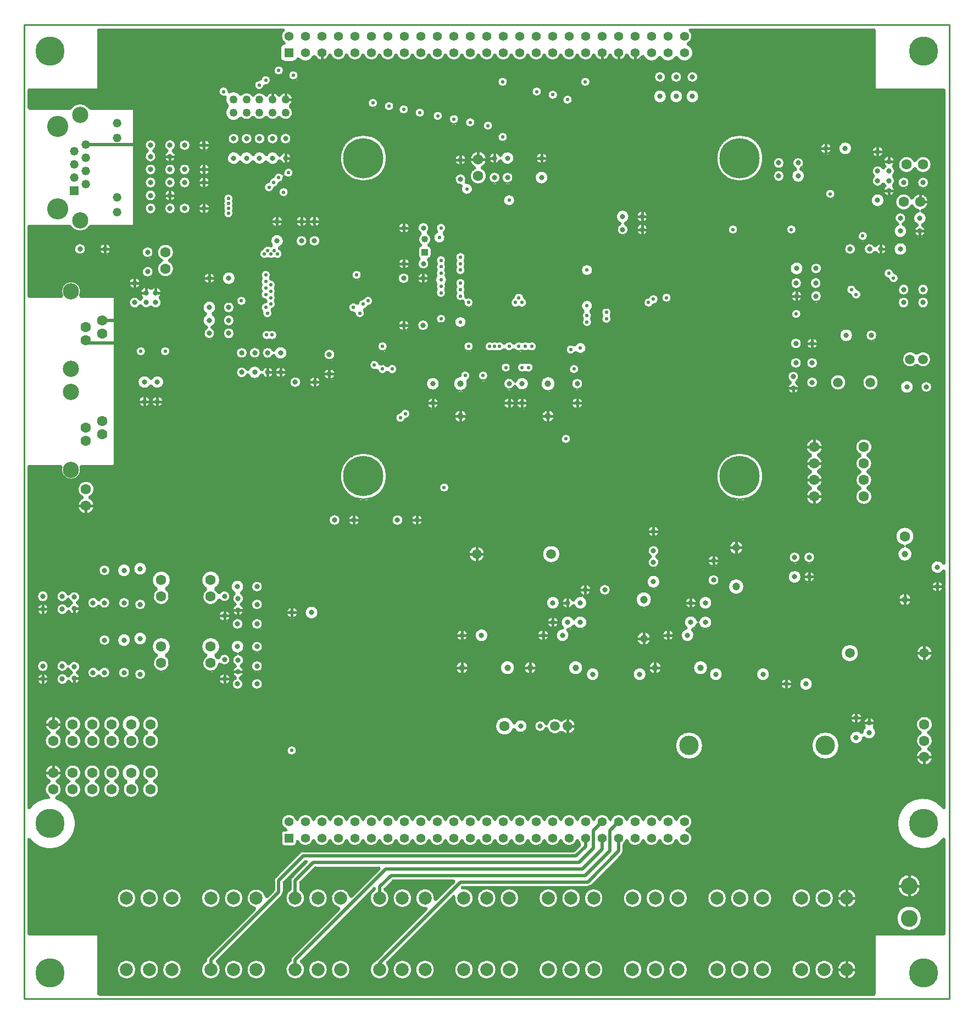
<source format=gbr>
*
*
G04 PADS Layout (Build Number 2005.266.2) generated Gerber (RS-274-X) file*
G04 PC Version=2.1*
*
%IN "cflora_base_1125.pcb"*%
*
%MOMM*%
*
%FSLAX35Y35*%
*
*
*
*
G04 PC Standard Apertures*
*
*
G04 Thermal Relief Aperture macro.*
%AMTER*
1,1,$1,0,0*
1,0,$1-$2,0,0*
21,0,$3,$4,0,0,45*
21,0,$3,$4,0,0,135*
%
*
*
G04 Annular Aperture macro.*
%AMANN*
1,1,$1,0,0*
1,0,$2,0,0*
%
*
*
G04 Odd Aperture macro.*
%AMODD*
1,1,$1,0,0*
1,0,$1-0.005,0,0*
%
*
*
G04 PC Custom Aperture Macros*
*
*
*
*
*
*
G04 PC Aperture Table*
*
%ADD033C,1.5*%
%ADD034R,1.4224X1.4224*%
%ADD035C,1.4224*%
%ADD036C,2*%
%ADD039C,2.5*%
%ADD055C,1.016*%
%ADD058C,0.254*%
%ADD061C,1*%
%ADD062C,0.8*%
%ADD063C,0.5*%
%ADD066C,1.2*%
%ADD103C,1.6*%
%ADD106C,1.25*%
%ADD107C,2.6*%
%ADD111R,1.3208X1.3208*%
%ADD112C,1.3208*%
%ADD113C,3.2512*%
%ADD114C,0.381*%
%ADD117C,6.2*%
%ADD118C,4.5*%
%ADD119R,1.016X1.016*%
%ADD123C,0.5588*%
%ADD124C,3*%
*
*
*
*
G04 PC Custom Flashes*
G04 Layer Name cflora_base_1125.pcb - flashes*
%LPD*%
*
*
G04 PC Circuitry*
G04 Layer Name cflora_base_1125.pcb - circuitry*
%LPD*%
*
G54D33*
G01X39055000Y20250000D03*
X39255000D03*
X33780000Y14600000D03*
X33580000D03*
X38125000Y15725000D03*
X39275000D03*
X33525000Y17250000D03*
X32375000D03*
X38445000Y19895000D03*
X37945000D03*
X38125000Y15725000D03*
X39275000D03*
X33525000Y17250000D03*
X32375000D03*
G54D34*
X29482000Y24973000D03*
Y12873000D03*
G54D35*
Y25227000D03*
X29736000Y24973000D03*
Y25227000D03*
X29990000Y24973000D03*
Y25227000D03*
X30244000Y24973000D03*
Y25227000D03*
X30498000Y24973000D03*
Y25227000D03*
X30752000Y24973000D03*
Y25227000D03*
X31006000Y24973000D03*
Y25227000D03*
X31260000Y24973000D03*
Y25227000D03*
X31514000Y24973000D03*
Y25227000D03*
X31768000Y24973000D03*
Y25227000D03*
X32022000Y24973000D03*
Y25227000D03*
X32276000Y24973000D03*
Y25227000D03*
X32530000Y24973000D03*
Y25227000D03*
X32784000Y24973000D03*
Y25227000D03*
X33038000Y24973000D03*
Y25227000D03*
X33292000Y24973000D03*
Y25227000D03*
X33546000Y24973000D03*
Y25227000D03*
X33800000Y24973000D03*
Y25227000D03*
X34054000Y24973000D03*
Y25227000D03*
X34308000Y24973000D03*
Y25227000D03*
X34562000Y24973000D03*
Y25227000D03*
X34816000Y24973000D03*
Y25227000D03*
X35070000Y24973000D03*
Y25227000D03*
X35324000Y24973000D03*
Y25227000D03*
X35578000Y24973000D03*
Y25227000D03*
X29482000Y13127000D03*
X29736000Y12873000D03*
Y13127000D03*
X29990000Y12873000D03*
Y13127000D03*
X30244000Y12873000D03*
Y13127000D03*
X30498000Y12873000D03*
Y13127000D03*
X30752000Y12873000D03*
Y13127000D03*
X31006000Y12873000D03*
Y13127000D03*
X31260000Y12873000D03*
Y13127000D03*
X31514000Y12873000D03*
Y13127000D03*
X31768000Y12873000D03*
Y13127000D03*
X32022000Y12873000D03*
Y13127000D03*
X32276000Y12873000D03*
Y13127000D03*
X32530000Y12873000D03*
Y13127000D03*
X32784000Y12873000D03*
Y13127000D03*
X33038000Y12873000D03*
Y13127000D03*
X33292000Y12873000D03*
Y13127000D03*
X33546000Y12873000D03*
Y13127000D03*
X33800000Y12873000D03*
Y13127000D03*
X34054000Y12873000D03*
Y13127000D03*
X34308000Y12873000D03*
Y13127000D03*
X34562000Y12873000D03*
Y13127000D03*
X34816000Y12873000D03*
Y13127000D03*
X35070000Y12873000D03*
Y13127000D03*
X35324000Y12873000D03*
Y13127000D03*
X35578000Y12873000D03*
Y13127000D03*
G54D36*
X27679250Y10850000D03*
X27330000D03*
X26979250D03*
X28979250Y11950000D03*
X28630000D03*
X28279250D03*
X28979250Y10850000D03*
X28630000D03*
X28279250D03*
X30279250Y11950000D03*
X29930000D03*
X29579250D03*
X30279250Y10850000D03*
X29930000D03*
X29579250D03*
X31579250Y11950000D03*
X31230000D03*
X30879250D03*
X31579250Y10850000D03*
X31230000D03*
X30879250D03*
X32879250Y11950000D03*
X32530000D03*
X32179250D03*
X32879250Y10850000D03*
X32530000D03*
X32179250D03*
X34179250Y11950000D03*
X33830000D03*
X33479250D03*
X34179250Y10850000D03*
X33830000D03*
X33479250D03*
X35479250Y11950000D03*
X35130000D03*
X34779250D03*
X35479250Y10850000D03*
X35130000D03*
X34779250D03*
X36779250Y11950000D03*
X36430000D03*
X36079250D03*
X36779250Y10850000D03*
X36430000D03*
X36079250D03*
X27679250Y11950000D03*
X27330000D03*
X26979250D03*
X38079250D03*
X37730000D03*
X37379250D03*
X38079250Y10850000D03*
X37730000D03*
X37379250D03*
G54D39*
X26125000Y20100000D03*
Y21300000D03*
Y18550000D03*
Y19750000D03*
X26263900Y24018400D03*
Y22392800D03*
G54D55*
X31575000Y22100000D03*
G54D58*
X39232701Y11639988D02*
G75*
G03X39232701I-192701J0D01*
G01X39217701Y12140012D02*
G03X39217701I-177701J0D01*
G01X39397701Y15725000D02*
G03X39397701I-122701J0D01*
G01X39392701Y19825000D02*
G03X39392701I-87701J0D01*
G01X39072701Y16550000D02*
G03X39072701I-97701J0D01*
G01X39107701Y19825000D02*
G03X39107701I-102701J0D01*
G01X39342701Y22975000D02*
G03X39342701I-87701J0D01*
G01X39042701D02*
G03X39042701I-87701J0D01*
G01X38226951Y10850000D02*
G03X38226951I-147701J0D01*
G01Y11950000D02*
G03X38226951I-147701J0D01*
G01X38312701Y14725000D02*
G03X38312701I-87701J0D01*
G01X38262701Y15725000D02*
G03X38262701I-137701J0D01*
G01X38567701Y19895000D02*
G03X38567701I-122701J0D01*
G01X38545201Y20620000D02*
G03X38545201I-87701J0D01*
G01X38657701Y22700000D02*
G03X38657701I-102701J0D01*
G01X38642701Y23450000D02*
G03X38642701I-87701J0D01*
G01X37877701Y10850000D02*
G03X37877701I-147701J0D01*
G01Y11950000D02*
G03X37877701I-147701J0D01*
G01X37962701Y14300000D02*
G03X37962701I-212701J0D01*
G01X38067701Y19895000D02*
G03X38067701I-122701J0D01*
G01X38172701Y20620000D02*
G03X38172701I-102701J0D01*
G01X38400641Y22150000D02*
G03X38400641I-75641J0D01*
G01X38217701Y21950000D02*
G03X38217701I-87701J0D01*
G01X38157701Y23500000D02*
G03X38157701I-102701J0D01*
G01X37900641Y22800000D02*
G03X37900641I-75641J0D01*
G01X37526951Y10850000D02*
G03X37526951I-147701J0D01*
G01Y11950000D02*
G03X37526951I-147701J0D01*
G01X37552701Y15250000D02*
G03X37552701I-102701J0D01*
G01X37587701Y16900000D02*
G03X37587701I-87701J0D01*
G01Y17200000D02*
G03X37587701I-87701J0D01*
G01X37632701Y19895000D02*
G03X37632701I-87701J0D01*
G01Y20195000D02*
G03X37632701I-87701J0D01*
G01Y20495000D02*
G03X37632701I-87701J0D01*
G01X37692701Y21650000D02*
G03X37692701I-87701J0D01*
G01X37842701Y23500000D02*
G03X37842701I-87701J0D01*
G01X37237701Y15250000D02*
G03X37237701I-87701J0D01*
G01X37377701Y16900000D02*
G03X37377701I-102701J0D01*
G01X37362701Y17200000D02*
G03X37362701I-87701J0D01*
G01X37382701Y20195000D02*
G03X37382701I-87701J0D01*
G01Y20495000D02*
G03X37382701I-87701J0D01*
G01X37375641Y20950000D02*
G03X37375641I-75641J0D01*
G01X37407701Y21650000D02*
G03X37407701I-102701J0D01*
G01X37300641Y22250000D02*
G03X37300641I-75641J0D01*
G01X36926951Y10850000D02*
G03X36926951I-147701J0D01*
G01Y11950000D02*
G03X36926951I-147701J0D01*
G01X36890201Y15400000D02*
G03X36890201I-102701J0D01*
G01X36577701Y10850000D02*
G03X36577701I-147701J0D01*
G01Y11950000D02*
G03X36577701I-147701J0D01*
G01X36497701Y16750000D02*
G03X36497701I-122701J0D01*
G01X36482701Y17350000D02*
G03X36482701I-107701J0D01*
G01X36226951Y10850000D02*
G03X36226951I-147701J0D01*
G01Y11950000D02*
G03X36226951I-147701J0D01*
G01X36165201Y15400000D02*
G03X36165201I-102701J0D01*
G01X35626951Y10850000D02*
G03X35626951I-147701J0D01*
G01Y11950000D02*
G03X35626951I-147701J0D01*
G01X35277701Y10850000D02*
G03X35277701I-147701J0D01*
G01Y11950000D02*
G03X35277701I-147701J0D01*
G01X34926951Y10850000D02*
G03X34926951I-147701J0D01*
G01Y11950000D02*
G03X34926951I-147701J0D01*
G01X34326951Y10850000D02*
G03X34326951I-147701J0D01*
G01Y11950000D02*
G03X34326951I-147701J0D01*
G01X33977701Y10850000D02*
G03X33977701I-147701J0D01*
G01Y11950000D02*
G03X33977701I-147701J0D01*
G01X33626951Y10850000D02*
G03X33626951I-147701J0D01*
G01Y11950000D02*
G03X33626951I-147701J0D01*
G01X33026951Y10850000D02*
G03X33026951I-147701J0D01*
G01Y11950000D02*
G03X33026951I-147701J0D01*
G01X32677701Y10850000D02*
G03X32677701I-147701J0D01*
G01Y11950000D02*
G03X32677701I-147701J0D01*
G01X32326951Y10850000D02*
G03X32326951I-147701J0D01*
G01X35862701Y14300000D02*
G03X35862701I-212701J0D01*
G01X35937701Y15500000D02*
G03X35937701I-112701J0D01*
G01X36002701Y16500000D02*
G03X36002701I-102701J0D01*
G01X36112701Y16850000D02*
G03X36112701I-87701J0D01*
G01Y17150000D02*
G03X36112701I-87701J0D01*
G01X36787701Y18450000D02*
G03X36787701I-357701J0D01*
G01X36400641Y22250000D02*
G03X36400641I-75641J0D01*
G01X36787701Y23350000D02*
G03X36787701I-357701J0D01*
G01X35762701Y16500000D02*
G03X35762701I-87701J0D01*
G01X35802701Y24300000D02*
G03X35802701I-102701J0D01*
G01X35787701Y24600000D02*
G03X35787701I-87701J0D01*
G01X35412701Y16000000D02*
G03X35412701I-87701J0D01*
G01X35375641Y21200000D02*
G03X35375641I-75641J0D01*
G01X35552701Y24300000D02*
G03X35552701I-102701J0D01*
G01X35537701Y24600000D02*
G03X35537701I-87701J0D01*
G01X35222701Y15500000D02*
G03X35222701I-97701J0D01*
G01X34990201Y15400000D02*
G03X34990201I-102701J0D01*
G01X35057701Y15950000D02*
G03X35057701I-107701J0D01*
G01X35072701Y16550000D02*
G03X35072701I-122701J0D01*
G01X35202701Y16825000D02*
G03X35202701I-102701J0D01*
G01X35187701Y17600000D02*
G03X35187701I-87701J0D01*
G01X35302701Y24300000D02*
G03X35302701I-102701J0D01*
G01X35287701Y24600000D02*
G03X35287701I-87701J0D01*
G01X34265201Y15400000D02*
G03X34265201I-102701J0D01*
G01X34437701Y16700000D02*
G03X34437701I-87701J0D01*
G01X34012701Y15500000D02*
G03X34012701I-112701J0D01*
G01Y19575000D02*
G03X34012701I-87701J0D01*
G01Y19875000D02*
G03X34012701I-87701J0D01*
G01X33825641Y19025000D02*
G03X33825641I-75641J0D01*
G01X33950641Y20100000D02*
G03X33950641I-75641J0D01*
G01X34165641Y21625000D02*
G03X34165641I-90641J0D01*
G01X34125641Y24525000D02*
G03X34125641I-75641J0D01*
G01X33850641Y24250000D02*
G03X33850641I-75641J0D01*
G01X33487701Y16000000D02*
G03X33487701I-87701J0D01*
G01X33637701Y16200000D02*
G03X33637701I-87701J0D01*
G01X33652701Y16500000D02*
G03X33652701I-102701J0D01*
G01X33662701Y17250000D02*
G03X33662701I-137701J0D01*
G01X33572701Y19375000D02*
G03X33572701I-97701J0D01*
G01X33587701Y19875000D02*
G03X33587701I-112701J0D01*
G01X33297701Y15500000D02*
G03X33297701I-97701J0D01*
G01X32962701D02*
G03X32962701I-112701J0D01*
G01X32900641Y20125000D02*
G03X32900641I-75641J0D01*
G01X32552701Y16000000D02*
G03X32552701I-102701J0D01*
G01X32497701Y17250000D02*
G03X32497701I-122701J0D01*
G01X32550641Y20000000D02*
G03X32550641I-75641J0D01*
G01X33477701Y23050000D02*
G03X33477701I-102701J0D01*
G01X33625641Y24325000D02*
G03X33625641I-75641J0D01*
G01X33462701Y23350000D02*
G03X33462701I-87701J0D01*
G01X33375641Y24375000D02*
G03X33375641I-75641J0D01*
G01X32965641Y22700000D02*
G03X32965641I-90641J0D01*
G01X32850641Y23675000D02*
G03X32850641I-75641J0D01*
G01Y24525000D02*
G03X32850641I-75641J0D01*
G01X32247701Y15500000D02*
G03X32247701I-97701J0D01*
G01X32237701Y16000000D02*
G03X32237701I-87701J0D01*
G01X32222701Y19375000D02*
G03X32222701I-97701J0D01*
G01X32325641Y20450000D02*
G03X32325641I-75641J0D01*
G01X32215641Y20825000D02*
G03X32215641I-90641J0D01*
G01X32625641Y23850000D02*
G03X32625641I-75641J0D01*
G01X32212701Y23325000D02*
G03X32212701I-87701J0D01*
G01X32350641Y23900000D02*
G03X32350641I-75641J0D01*
G01X31950641Y18275000D02*
G03X31950641I-75641J0D01*
G01X32100641Y23950000D02*
G03X32100641I-75641J0D01*
G01X31787701Y19575000D02*
G03X31787701I-87701J0D01*
G01X31802701Y19875000D02*
G03X31802701I-102701J0D01*
G01X31900641Y20875000D02*
G03X31900641I-75641J0D01*
G01X31850641Y24000000D02*
G03X31850641I-75641J0D01*
G01X31542701Y17775000D02*
G03X31542701I-87701J0D01*
G01X31637701Y20775000D02*
G03X31637701I-87701J0D01*
G01Y21500000D02*
G03X31637701I-87701J0D01*
G01X31575641Y24050000D02*
G03X31575641I-75641J0D01*
G01X31242701Y17775000D02*
G03X31242701I-87701J0D01*
G01X31337701Y20775000D02*
G03X31337701I-87701J0D01*
G01Y21500000D02*
G03X31337701I-87701J0D01*
G01X31342701Y21725000D02*
G03X31342701I-87701J0D01*
G01Y22275000D02*
G03X31342701I-87701J0D01*
G01X31325641Y24100000D02*
G03X31325641I-75641J0D01*
G01X30572701Y17775000D02*
G03X30572701I-87701J0D01*
G01X30272701D02*
G03X30272701I-87701J0D01*
G01X30987701Y18450000D02*
G03X30987701I-357701J0D01*
G01X31000641Y20450000D02*
G03X31000641I-75641J0D01*
G01X30600641Y21550000D02*
G03X30600641I-75641J0D01*
G01X30987701Y23350000D02*
G03X30987701I-357701J0D01*
G01X31100641Y24150000D02*
G03X31100641I-75641J0D01*
G01X30850641Y24200000D02*
G03X30850641I-75641J0D01*
G01X30192701Y20025000D02*
G03X30192701I-87701J0D01*
G01Y20325000D02*
G03X30192701I-87701J0D01*
G01X29932701Y16350000D02*
G03X29932701I-102701J0D01*
G01X29967701Y19900000D02*
G03X29967701I-87701J0D01*
G01X29600641Y14225000D02*
G03X29600641I-75641J0D01*
G01X29617701Y16350000D02*
G03X29617701I-87701J0D01*
G01X29667701Y19900000D02*
G03X29667701I-87701J0D01*
G01X29077701Y15250000D02*
G03X29077701I-87701J0D01*
G01Y15525000D02*
G03X29077701I-87701J0D01*
G01Y15825000D02*
G03X29077701I-87701J0D01*
G01Y16175000D02*
G03X29077701I-87701J0D01*
G01Y16475000D02*
G03X29077701I-87701J0D01*
G01Y16750000D02*
G03X29077701I-87701J0D01*
G01X28777701Y11950000D02*
G03X28777701I-147701J0D01*
G01Y16175000D02*
G03X28777701I-87701J0D01*
G01X29387701Y22375000D02*
G03X29387701I-87701J0D01*
G01X29475641Y22825000D02*
G03X29475641I-75641J0D01*
G01X28825641Y21150000D02*
G03X28825641I-75641J0D01*
G01X28426951Y11950000D02*
G03X28426951I-147701J0D01*
G01X28577701Y15325000D02*
G03X28577701I-87701J0D01*
G01Y16300000D02*
G03X28577701I-87701J0D01*
G01X28657701Y21500000D02*
G03X28657701I-102701J0D01*
G01X29625641Y24625000D02*
G03X29625641I-75641J0D01*
G01X29400641Y24700000D02*
G03X29400641I-75641J0D01*
G01X28342701Y21500000D02*
G03X28342701I-87701J0D01*
G01X28262701Y22575000D02*
G03X28262701I-87701J0D01*
G01Y23550000D02*
G03X28262701I-87701J0D01*
G01X27826951Y10850000D02*
G03X27826951I-147701J0D01*
G01Y11950000D02*
G03X27826951I-147701J0D01*
G01X27962701Y22575000D02*
G03X27962701I-87701J0D01*
G01Y23550000D02*
G03X27962701I-87701J0D01*
G01X27477701Y10850000D02*
G03X27477701I-147701J0D01*
G01Y11950000D02*
G03X27477701I-147701J0D01*
G01X27126951Y10850000D02*
G03X27126951I-147701J0D01*
G01Y11950000D02*
G03X27126951I-147701J0D01*
G01X27277701Y15400000D02*
G03X27277701I-87701J0D01*
G01X27292701Y15950000D02*
G03X27292701I-102701J0D01*
G01X27277701Y16475000D02*
G03X27277701I-87701J0D01*
G01X27292701Y17025000D02*
G03X27292701I-102701J0D01*
G01X27650641Y20375000D02*
G03X27650641I-75641J0D01*
G01X27275641D02*
G03X27275641I-75641J0D01*
G01X27027701Y15425000D02*
G03X27027701I-87701J0D01*
G01X27042701Y15925000D02*
G03X27042701I-102701J0D01*
G01X27027701Y16500000D02*
G03X27027701I-87701J0D01*
G01X27042701Y17000000D02*
G03X27042701I-102701J0D01*
G01X27392701Y21600000D02*
G03X27392701I-87701J0D01*
G01Y21900000D02*
G03X27392701I-87701J0D01*
G01X27192701Y21425000D02*
G03X27192701I-87701J0D01*
G01X26727701Y15925000D02*
G03X26727701I-87701J0D01*
G01Y17000000D02*
G03X26727701I-87701J0D01*
G01X26737701Y21950000D02*
G03X26737701I-87701J0D01*
G01X26350201D02*
G03X26350201I-87701J0D01*
G01X29126951Y10850000D02*
G03X29126951I-147701J0D01*
G01X28777701D02*
G03X28777701I-147701J0D01*
G01X30426951D02*
G03X30426951I-147701J0D01*
G01X30077701D02*
G03X30077701I-147701J0D01*
G01Y11950000D02*
G03X30077701I-147701J0D01*
G01X31377701D02*
G03X31377701I-147701J0D01*
G01X31726951Y10850000D02*
G03X31726951I-147701J0D01*
G01X31377701D02*
G03X31377701I-147701J0D01*
G01X39007701Y21950000D02*
G03X39007701I-102701J0D01*
G01X39587300Y17108285D02*
Y24399599D01*
X39587300D02*
G03X39574600Y24412299I-12700J0D01*
G01X39574600D02*
X38525000D01*
X38512299Y24425000D02*
G03X38525000Y24412299I12701J0D01*
G01X38512299Y24425000D02*
Y25324600D01*
X38512299D02*
G03X38499599Y25337300I-12700J0D01*
G01X38499599D02*
X35666158D01*
G03X35657646Y25315175I0J-12700*
G01X35628999Y25119681D02*
G03X35657645Y25315175I-50999J107319D01*
G01X35628999Y25119681D02*
G03X35629557Y25096490I5451J-11471D01*
G01X35462008Y24906263D02*
G03X35629557Y25096490I115992J66737D01*
G01X35462008Y24906263D02*
G03X35439992I-11008J-6333D01*
G01X35208008D02*
G03X35439992I115992J66737D01*
G01X35208008D02*
G03X35185992I-11008J-6333D01*
G01X34946510Y24921443D02*
G03X35185992Y24906263I123490J51557D01*
G01X34946510Y24921443D02*
G03X34923320Y24922001I-11720J-4893D01*
G01X34701264Y24942116D02*
G03X34923319Y24922001I114736J30884D01*
G01X34701263Y24942115D02*
G03X34676737I-12263J-3301D01*
G01X34447264Y24942116D02*
G03X34676736I114736J30884D01*
G01X34447263Y24942115D02*
G03X34422737I-12263J-3301D01*
G01X34193264Y24942116D02*
G03X34422736I114736J30884D01*
G01X34193263Y24942115D02*
G03X34168737I-12263J-3301D01*
G01X33939264Y24942116D02*
G03X34168736I114736J30884D01*
G01X33939263Y24942115D02*
G03X33914737I-12263J-3301D01*
G01X33685264Y24942116D02*
G03X33914736I114736J30884D01*
G01X33685263Y24942115D02*
G03X33660737I-12263J-3301D01*
G01X33431264Y24942116D02*
G03X33660736I114736J30884D01*
G01X33431263Y24942115D02*
G03X33406737I-12263J-3301D01*
G01X33177264Y24942116D02*
G03X33406736I114736J30884D01*
G01X33177263Y24942115D02*
G03X33152737I-12263J-3301D01*
G01X32923264Y24942116D02*
G03X33152736I114736J30884D01*
G01X32923263Y24942115D02*
G03X32898737I-12263J-3301D01*
G01X32669264Y24942116D02*
G03X32898736I114736J30884D01*
G01X32669263Y24942115D02*
G03X32644737I-12263J-3301D01*
G01X32415264Y24942116D02*
G03X32644736I114736J30884D01*
G01X32415263Y24942115D02*
G03X32390737I-12263J-3301D01*
G01X32161264Y24942116D02*
G03X32390736I114736J30884D01*
G01X32161263Y24942115D02*
G03X32136737I-12263J-3301D01*
G01X31907264Y24942116D02*
G03X32136736I114736J30884D01*
G01X31907263Y24942115D02*
G03X31882737I-12263J-3301D01*
G01X31653264Y24942116D02*
G03X31882736I114736J30884D01*
G01X31653263Y24942115D02*
G03X31628737I-12263J-3301D01*
G01X31399264Y24942116D02*
G03X31628736I114736J30884D01*
G01X31399263Y24942115D02*
G03X31374737I-12263J-3301D01*
G01X31145264Y24942116D02*
G03X31374736I114736J30884D01*
G01X31145263Y24942115D02*
G03X31120737I-12263J-3301D01*
G01X30891264Y24942116D02*
G03X31120736I114736J30884D01*
G01X30891263Y24942115D02*
G03X30866737I-12263J-3301D01*
G01X30637264Y24942116D02*
G03X30866736I114736J30884D01*
G01X30637263Y24942115D02*
G03X30612737I-12263J-3301D01*
G01X30383264Y24942116D02*
G03X30612736I114736J30884D01*
G01X30383263Y24942115D02*
G03X30358737I-12263J-3301D01*
G01X30129264Y24942116D02*
G03X30358736I114736J30884D01*
G01X30129263Y24942115D02*
G03X30104737I-12263J-3301D01*
G01X29882681Y24922001D02*
G03X30104736Y24942116I107319J50999D01*
G01X29882681Y24922001D02*
G03X29859490Y24921443I-11471J-5451D01*
G01X29634243Y24886089D02*
G03X29859490Y24921443I101757J86911D01*
G01X29634243Y24886089D02*
G03X29612549Y24881890I-9657J-8248D01*
G01X29553120Y24839180D02*
G03X29612549Y24881890I0J62700D01*
G01X29553120Y24839179D02*
X29410880D01*
X29348179Y24901880D02*
G03X29410880Y24839179I62701J0D01*
G01X29348179Y24901880D02*
Y25044120D01*
X29407145Y25106709D02*
G03X29348179Y25044120I3735J-62589D01*
G01X29407145Y25106709D02*
G03X29413690Y25129778I-756J12678D01*
G01X29402355Y25315175D02*
G03X29413690Y25129778I79645J-88175D01*
G01X29402354Y25315176D02*
G03X29393842Y25337300I-8512J9424D01*
G01X26550401*
X26550401D02*
G03X26537701Y25324600I-0J-12700D01*
G01X26537701D02*
Y24425000D01*
X26525000Y24412299D02*
G03X26537701Y24425000I0J12701D01*
G01X26525000Y24412299D02*
X25475400D01*
X25475400D02*
G03X25462700Y24399599I0J-12700D01*
G01X25462700D02*
Y24125401D01*
X25462700D02*
G03X25475400Y24112701I12700J-0D01*
G01X25475400D02*
X26112492D01*
X26112492D02*
G03X26122864Y24118071I0J12700D01*
G01X26404936D02*
G03X26122864I-141036J-99671D01*
G01X26404936D02*
G03X26415308Y24112701I10372J7330D01*
G01X26415308D02*
X27075000D01*
X27087701Y24100000D02*
G03X27075000Y24112701I-12701J0D01*
G01X27087701Y24100000D02*
Y22325000D01*
X27075000Y22312299D02*
G03X27087701Y22325000I0J12701D01*
G01X27075000Y22312299D02*
X26424172D01*
X26424172D02*
G03X26413193Y22305984I-0J-12700D01*
G01X26114607D02*
G03X26413193I149293J86816D01*
G01X26114607D02*
G03X26103628Y22312299I-10979J-6385D01*
G01X26103628D02*
X25475400D01*
X25475400D02*
G03X25462700Y22299599I0J-12700D01*
G01X25462700D02*
Y21225401D01*
X25462700D02*
G03X25475400Y21212701I12700J-0D01*
G01X25475400D02*
X25978713D01*
X25978713D02*
G03X25990026Y21231170I-0J12700D01*
G01X26259974D02*
G03X25990026I-134974J68830D01*
G01X26259974D02*
G03X26271287Y21212701I11313J-5769D01*
G01X26271287D02*
X26775000D01*
X26787701Y21200000D02*
G03X26775000Y21212701I-12701J0D01*
G01X26787701Y21200000D02*
Y18625000D01*
X26775000Y18612299D02*
G03X26787701Y18625000I0J12701D01*
G01X26775000Y18612299D02*
X26281541D01*
X26281541D02*
G03X26269434Y18595763I-0J-12700D01*
G01X25980566D02*
G03X26269434I144434J-45763D01*
G01X25980566Y18595764D02*
G03X25968459Y18612299I-12107J3835D01*
G01X25968459D02*
X25475400D01*
X25475400D02*
G03X25462700Y18599599I0J-12700D01*
G01X25462700D02*
Y13344181D01*
G03X25485549Y13336547I12700J0*
G01X25777043Y13492819D02*
G03X25485549Y13336547I22957J-392819D01*
G01X25777043Y13492819D02*
G03X25782968Y13516307I-741J12678D01*
G01X25795554Y13740512D02*
G03X25782968Y13516307I54446J-115512D01*
G01X25795554Y13740512D02*
G03Y13763488I-5415J11488D01*
G01X25904446D02*
G03X25795554I-54446J115512D01*
G01X25904446D02*
G03Y13740512I5415J-11488D01*
G01X25895309Y13505608D02*
G03X25904446Y13740512I-45309J119392D01*
G01X25895309Y13505608D02*
G03X25896695Y13481424I4506J-11874D01*
G01X25485549Y12863453D02*
G03X25896694Y13481423I314451J236547D01*
G01X25485549Y12863453D02*
G03X25462700Y12855819I-10149J-7634D01*
G01Y11400401*
X25462700D02*
G03X25475400Y11387701I12700J-0D01*
G01X25475400D02*
X26525000D01*
X26537701Y11375000D02*
G03X26525000Y11387701I-12701J0D01*
G01X26537701Y11375000D02*
Y10475400D01*
X26537701D02*
G03X26550401Y10462700I12700J0D01*
G01X26550401D02*
X38499599D01*
X38499599D02*
G03X38512299Y10475400I0J12700D01*
G01X38512299D02*
Y11375000D01*
X38525000Y11387701D02*
G03X38512299Y11375000I0J-12701D01*
G01X38525000Y11387701D02*
X39574600D01*
X39574600D02*
G03X39587300Y11400401I0J12700D01*
G01X39587300D02*
Y12855819D01*
G03X39564451Y12863453I-12700J-0*
G01Y13336547D02*
G03Y12863453I-314451J-236547D01*
G01Y13336547D02*
G03X39587300Y13344181I10149J7634D01*
G01Y16737347*
G03X39575688Y16750000I-12700J-0*
X39587300Y16762653I-1088J12653*
G01Y16991715*
G03X39563639Y16998129I-12700J0*
G01Y17101870D02*
G03Y16998130I-88639J-51870D01*
G01Y17101871D02*
G03X39587300Y17108285I10961J6414D01*
G01X39232701Y11639988D02*
G03X39232701I-192701J0D01*
G01X39217701Y12140012D02*
G03X39217701I-177701J0D01*
G01X39333149Y14511307D02*
G03X39216851I-58149J113693D01*
G01X39333149D02*
G03Y14488693I5783J-11307D01*
G01Y14261307D02*
G03Y14488693I-58149J113693D01*
G01Y14261307D02*
G03Y14238693I5783J-11307D01*
G01X39216851D02*
G03X39333149I58149J-113693D01*
G01X39216851D02*
G03Y14261307I-5783J11307D01*
G01Y14488693D02*
G03Y14261307I58149J-113693D01*
G01Y14488693D02*
G03Y14511307I-5783J11307D01*
G01X39397701Y15725000D02*
G03X39397701I-122701J0D01*
G01X39573512Y16750000D02*
G03X39562001Y16738947I1088J-12653D01*
G01Y16761053D02*
G03Y16738947I-87001J-11053D01*
G01Y16761053D02*
G03X39573512Y16750000I12599J1600D01*
G01X39392701Y19825000D02*
G03X39392701I-87701J0D01*
G01X39072701Y16550000D02*
G03X39072701I-97701J0D01*
G01X39000915Y17384672D02*
G03X38949085I-25915J140328D01*
G01X39000915D02*
G03X39000364Y17359810I2307J-12488D01*
G01X38949637Y17359809D02*
G03X39000363I25363J-109809D01*
G01X38949636D02*
G03X38949085Y17384672I-2858J12375D01*
G01X39107701Y19825000D02*
G03X39107701I-102701J0D01*
G01X39164380Y20167275D02*
G03Y20332725I90620J82725D01*
G01Y20167275D02*
G03X39145620I-9380J-8562D01*
G01Y20332725D02*
G03Y20167275I-90620J-82725D01*
G01Y20332725D02*
G03X39164380I9380J8562D01*
G01X39247174Y21212351D02*
G03X39262826I7826J-87351D01*
G01X39247174D02*
G03X39255000Y21215999I-1133J12649D01*
X39262826Y21212351I8959J9001*
G01Y21237649D02*
G03X39247174I-7826J87351D01*
G01X39262826D02*
G03X39255000Y21234001I1133J-12649D01*
X39247174Y21237649I-8959J-9001*
G01X39231435Y22549286D02*
G03X39093488Y22729446I-22435J125714D01*
G01X39231436Y22549286D02*
G03X39230512Y22524481I2231J-12503D01*
G01X39240966Y22328803D02*
G03X39230512Y22524481I-35966J96197D01*
G01X39240966Y22328803D02*
G03X39240302Y22305282I4448J-11896D01*
G01X39169698D02*
G03X39240302I35302J-80282D01*
G01X39169698D02*
G03X39169034Y22328803I-5112J11625D01*
G01X39182684Y22525247D02*
G03X39169034Y22328803I22316J-100247D01*
G01X39182684Y22525247D02*
G03X39182554Y22550068I-2760J12396D01*
G01X39093488Y22620554D02*
G03X39182554Y22550068I115512J54446D01*
G01X39093488Y22620554D02*
G03X39070512I-11488J-5415D01*
G01Y22729446D02*
G03Y22620554I-115512J-54446D01*
G01Y22729446D02*
G03X39093488I11488J5415D01*
G01X39342701Y22975000D02*
G03X39342701I-87701J0D01*
G01X39042701D02*
G03X39042701I-87701J0D01*
G01X39139488Y23195554D02*
G03Y23304446I115512J54446D01*
G01Y23195554D02*
G03X39116512I-11488J-5415D01*
G01Y23304446D02*
G03Y23195554I-115512J-54446D01*
G01Y23304446D02*
G03X39139488I11488J5415D01*
G01X38226951Y10850000D02*
G03X38226951I-147701J0D01*
G01Y11950000D02*
G03X38226951I-147701J0D01*
G01X38349666Y14430200D02*
G03X38493690Y14576349I75334J69800D01*
G01X38349665Y14430199D02*
G03X38327655Y14421946I-9316J-8631D01*
G01X38300334Y14494800D02*
G03X38327655Y14421946I-75334J-69800D01*
G01X38300335Y14494801D02*
G03X38322345Y14503054I9316J8631D01*
G01X38356310Y14576349D02*
G03X38322345Y14503054I68690J-76349D01*
G01X38356310Y14576349D02*
G03X38357579Y14593912I-8494J9441D01*
G01X38492421D02*
G03X38357579I-67421J56088D01*
G01X38492421D02*
G03X38493690Y14576349I9763J-8122D01*
G01X38312701Y14725000D02*
G03X38312701I-87701J0D01*
G01X38262701Y15725000D02*
G03X38262701I-137701J0D01*
G01X38396446Y18784488D02*
G03X38287554I-54446J115512D01*
G01X38396446D02*
G03Y18761512I5415J-11488D01*
G01Y18530488D02*
G03Y18761512I-54446J115512D01*
G01Y18530488D02*
G03Y18507512I5415J-11488D01*
G01Y18276488D02*
G03Y18507512I-54446J115512D01*
G01Y18276488D02*
G03Y18253512I5415J-11488D01*
G01X38287554D02*
G03X38396446I54446J-115512D01*
G01X38287554D02*
G03Y18276488I-5415J11488D01*
G01Y18507512D02*
G03Y18276488I54446J-115512D01*
G01Y18507512D02*
G03Y18530488I-5415J11488D01*
G01Y18761512D02*
G03Y18530488I54446J-115512D01*
G01Y18761512D02*
G03Y18784488I-5415J11488D01*
G01X38567701Y19895000D02*
G03X38567701I-122701J0D01*
G01X38545201Y20620000D02*
G03X38545201I-87701J0D01*
G01X38528568Y21906994D02*
G03Y21993006I76432J43006D01*
G01Y21906993D02*
G03X38506432I-11068J-6227D01*
G01Y21993006D02*
G03Y21906994I-76432J-43006D01*
G01Y21993007D02*
G03X38528568I11068J6227D01*
G01X38657701Y22700000D02*
G03X38657701I-102701J0D01*
G01X38788305Y23234487D02*
G03X38671695I-58305J65513D01*
G01X38788305D02*
G03Y23215513I8443J-9487D01*
G01Y23084487D02*
G03Y23215513I-58305J65513D01*
G01Y23084487D02*
G03Y23065513I8443J-9487D01*
G01Y22934487D02*
G03Y23065513I-58305J65513D01*
G01Y22934487D02*
G03Y22915513I8443J-9487D01*
G01X38671695D02*
G03X38788305I58305J-65513D01*
G01X38671695D02*
G03Y22934487I-8443J9487D01*
G01X38653568Y22956993D02*
G03X38671695Y22934487I76432J43007D01*
G01X38653568Y22956993D02*
G03X38631432I-11068J-6227D01*
G01X38496695Y23065513D02*
G03X38631432Y22956994I58305J-65513D01*
G01X38496695Y23065513D02*
G03Y23084487I-8443J9487D01*
G01X38631432Y23193007D02*
G03X38496695Y23084487I-76432J-43007D01*
G01X38631432Y23193007D02*
G03X38653568I11068J6227D01*
G01X38671695Y23215513D02*
G03X38653568Y23193006I58305J-65513D01*
G01X38671695Y23215513D02*
G03Y23234487I-8443J9487D01*
G01X38642701Y23450000D02*
G03X38642701I-87701J0D01*
G01X37877701Y10850000D02*
G03X37877701I-147701J0D01*
G01Y11950000D02*
G03X37877701I-147701J0D01*
G01X37962701Y14300000D02*
G03X37962701I-212701J0D01*
G01X38067701Y19895000D02*
G03X38067701I-122701J0D01*
G01X38172701Y20620000D02*
G03X38172701I-102701J0D01*
G01X38150115Y21239333D02*
G03X38235667Y21324885I74885J10667D01*
G01X38150115Y21239333D02*
G03X38139333Y21250115I-12573J-1791D01*
G01X38224885Y21335667D02*
G03X38139333Y21250115I-74885J-10667D01*
G01X38224885Y21335667D02*
G03X38235667Y21324885I12573J1791D01*
G01X38400641Y22150000D02*
G03X38400641I-75641J0D01*
G01X38217701Y21950000D02*
G03X38217701I-87701J0D01*
G01X38157701Y23500000D02*
G03X38157701I-102701J0D01*
G01X37900641Y22800000D02*
G03X37900641I-75641J0D01*
G01X37526951Y10850000D02*
G03X37526951I-147701J0D01*
G01Y11950000D02*
G03X37526951I-147701J0D01*
G01X37552701Y15250000D02*
G03X37552701I-102701J0D01*
G01X37587701Y16900000D02*
G03X37587701I-87701J0D01*
G01Y17200000D02*
G03X37587701I-87701J0D01*
G01X37634446Y18784488D02*
G03X37525554I-54446J115512D01*
G01X37634446D02*
G03Y18761512I5415J-11488D01*
G01Y18530488D02*
G03Y18761512I-54446J115512D01*
G01Y18530488D02*
G03Y18507512I5415J-11488D01*
G01Y18276488D02*
G03Y18507512I-54446J115512D01*
G01Y18276488D02*
G03Y18253512I5415J-11488D01*
G01X37525554D02*
G03X37634446I54446J-115512D01*
G01X37525554D02*
G03Y18276488I-5415J11488D01*
G01Y18507512D02*
G03Y18276488I54446J-115512D01*
G01Y18507512D02*
G03Y18530488I-5415J11488D01*
G01Y18761512D02*
G03Y18530488I54446J-115512D01*
G01Y18761512D02*
G03Y18784488I-5415J11488D01*
G01X37632701Y19895000D02*
G03X37632701I-87701J0D01*
G01Y20195000D02*
G03X37632701I-87701J0D01*
G01Y20495000D02*
G03X37632701I-87701J0D01*
G01X37595304Y21312163D02*
G03X37610329Y21312538I9696J-87163D01*
G01X37595303Y21312163D02*
G03X37602733Y21315661I-1404J12622D01*
G01X37602734D02*
G03X37610329Y21312538I8367J9554D01*
G01X37609696Y21337837D02*
G03X37594671Y21337462I-9696J87163D01*
G01X37609697Y21337837D02*
G03X37602267Y21334339I1404J-12622D01*
G01X37602266D02*
G03X37594671Y21337462I-8367J-9554D01*
G01X37692701Y21650000D02*
G03X37692701I-87701J0D01*
G01X37842701Y23500000D02*
G03X37842701I-87701J0D01*
G01X37237701Y15250000D02*
G03X37237701I-87701J0D01*
G01X37377701Y16900000D02*
G03X37377701I-102701J0D01*
G01X37362701Y17200000D02*
G03X37362701I-87701J0D01*
G01X37296057Y19906245D02*
G03X37214543I-40757J77655D01*
G01X37296057D02*
G03Y19883755I5902J-11245D01*
G01X37214543D02*
G03X37296057I40757J-77655D01*
G01X37214543D02*
G03Y19906245I-5902J11245D01*
G01X37382701Y20195000D02*
G03X37382701I-87701J0D01*
G01Y20495000D02*
G03X37382701I-87701J0D01*
G01X37375641Y20950000D02*
G03X37375641I-75641J0D01*
G01X37295304Y21312163D02*
G03X37310329Y21312538I9696J-87163D01*
G01X37295303Y21312163D02*
G03X37302733Y21315661I-1404J12622D01*
G01X37302734D02*
G03X37310329Y21312538I8367J9554D01*
G01X37309696Y21337837D02*
G03X37294671Y21337462I-9696J87163D01*
G01X37309697Y21337837D02*
G03X37302267Y21334339I1404J-12622D01*
G01X37302266D02*
G03X37294671Y21337462I-8367J-9554D01*
G01X37407701Y21650000D02*
G03X37407701I-102701J0D01*
G01X37300641Y22250000D02*
G03X37300641I-75641J0D01*
G01X37294034Y23171197D02*
G03X37365966I35966J-96197D01*
G01X37294034D02*
G03X37294698Y23194718I-4448J11896D01*
G01X37365302D02*
G03X37294698I-35302J80282D01*
G01X37365302D02*
G03X37365966Y23171197I5112J-11625D01*
G01X37022174Y23162351D02*
G03X37037826I7826J-87351D01*
G01X37022174D02*
G03X37030000Y23165999I-1133J12649D01*
X37037826Y23162351I8959J9001*
G01Y23187649D02*
G03X37022174I-7826J87351D01*
G01X37037826D02*
G03X37030000Y23184001I1133J-12649D01*
X37022174Y23187649I-8959J-9001*
G01X36926951Y10850000D02*
G03X36926951I-147701J0D01*
G01Y11950000D02*
G03X36926951I-147701J0D01*
G01X36890201Y15400000D02*
G03X36890201I-102701J0D01*
G01X36577701Y10850000D02*
G03X36577701I-147701J0D01*
G01Y11950000D02*
G03X36577701I-147701J0D01*
G01X36497701Y16750000D02*
G03X36497701I-122701J0D01*
G01X36482701Y17350000D02*
G03X36482701I-107701J0D01*
G01X36226951Y10850000D02*
G03X36226951I-147701J0D01*
G01Y11950000D02*
G03X36226951I-147701J0D01*
G01X36165201Y15400000D02*
G03X36165201I-102701J0D01*
G01X35626951Y10850000D02*
G03X35626951I-147701J0D01*
G01Y11950000D02*
G03X35626951I-147701J0D01*
G01X35277701Y10850000D02*
G03X35277701I-147701J0D01*
G01Y11950000D02*
G03X35277701I-147701J0D01*
G01X34926951Y10850000D02*
G03X34926951I-147701J0D01*
G01Y11950000D02*
G03X34926951I-147701J0D01*
G01X34326951Y10850000D02*
G03X34326951I-147701J0D01*
G01Y11950000D02*
G03X34326951I-147701J0D01*
G01X33977701Y10850000D02*
G03X33977701I-147701J0D01*
G01Y11950000D02*
G03X33977701I-147701J0D01*
G01X33626951Y10850000D02*
G03X33626951I-147701J0D01*
G01Y11950000D02*
G03X33626951I-147701J0D01*
G01X33026951Y10850000D02*
G03X33026951I-147701J0D01*
G01Y11950000D02*
G03X33026951I-147701J0D01*
G01X32677701Y10850000D02*
G03X32677701I-147701J0D01*
G01Y11950000D02*
G03X32677701I-147701J0D01*
G01X32326951Y10850000D02*
G03X32326951I-147701J0D01*
G01X35608884Y13012264D02*
G03X35463264Y13157884I-30884J114736D01*
G01X35608885Y13012263D02*
G03Y12987737I3301J-12263D01*
G01X35463264Y12842116D02*
G03X35608884Y12987736I114736J30884D01*
G01X35463263Y12842115D02*
G03X35438737I-12263J-3301D01*
G01X35209264Y12842116D02*
G03X35438736I114736J30884D01*
G01X35209263Y12842115D02*
G03X35184737I-12263J-3301D01*
G01X34955264Y12842116D02*
G03X35184736I114736J30884D01*
G01X34955263Y12842115D02*
G03X34930737I-12263J-3301D01*
G01X34701264Y12842116D02*
G03X34930736I114736J30884D01*
G01X34701263Y12842115D02*
G03X34676737I-12263J-3301D01*
G01X34639154Y12782636D02*
G03X34676736Y12842116I-77154J90364D01*
G01X34639154Y12782636D02*
G03X34634701Y12772978I8247J-9658D01*
G01X34634701D02*
Y12675000D01*
X34613407Y12623593D02*
G03X34634701Y12675000I-51407J51407D01*
G01X34613407Y12623593D02*
X34138407Y12148593D01*
X34087000Y12127300D02*
G03X34138407Y12148593I0J72700D01*
G01X34087000Y12127299D02*
X32160374D01*
X32160374D02*
G03X32151394Y12123580I0J-12700D01*
G01X32145228Y12117414*
G03X32156191Y12095889I8980J-8980*
G01X32033361Y11973059D02*
G03X32156191Y12095889I145889J-23059D01*
G01X32033360Y11973059D02*
G03X32011836Y11984022I-12544J1983D01*
G01X30991651Y10963837*
G03X30991021Y10946555I8980J-8980*
G01X30808066Y10979415D02*
G03X30991021Y10946554I71184J-129415D01*
G01X30808066Y10979415D02*
G03X30813441Y10985146I-6121J11128D01*
G01X30827843Y11005657D02*
G03X30813441Y10985145I51407J-51407D01*
G01X30827843Y11005657D02*
X31603537Y11781351D01*
G03X31593345Y11802974I-8980J8981*
G01X31726276Y11935905D02*
G03X31593345Y11802974I-147026J14095D01*
G01X31726276Y11935905D02*
G03X31747899Y11925713I12642J-1212D01*
G01X32027805Y12205619*
G03X32018825Y12227299I-8980J8980*
G01X32018825D02*
X31089624D01*
X31089624D02*
G03X31080644Y12223580I0J-12700D01*
G01X30955670Y12098606*
G03X30951951Y12089626I8981J-8980*
G01X30951951D02*
Y12085776D01*
X30951951D02*
G03X30957889Y12075026I12700J-0D01*
G01X30800611D02*
G03X30957889I78639J-125026D01*
G01X30800611D02*
G03X30806549Y12085776I-6762J10750D01*
G01X30806549D02*
Y12098075D01*
X30806549D02*
G03X30784869Y12107055I-12700J-0D01*
G01X29665710Y10987896*
X29665711D02*
G03X29667134Y10968709I8980J-8980D01*
G01X29500611Y10975025D02*
G03X29667134Y10968709I78639J-125025D01*
G01X29500611Y10975026D02*
G03X29506549Y10985776I-6762J10750D01*
G01X29506549D02*
Y11004250D01*
X29527843Y11055657D02*
G03X29506549Y11004250I51407J-51407D01*
G01X29527843Y11055657D02*
X30256064Y11783878D01*
G03X30249630Y11805300I-8981J8980*
G01X30423950Y11979620D02*
G03X30249630Y11805300I-144700J-29620D01*
G01X30423950Y11979620D02*
G03X30445372Y11973186I12442J2547D01*
G01X30877805Y12405619*
G03X30868825Y12427299I-8980J8980*
G01X30868825D02*
X29889624D01*
X29889624D02*
G03X29880644Y12423580I0J-12700D01*
G01X29655670Y12198606*
G03X29651951Y12189626I8981J-8980*
G01X29651951D02*
Y12085776D01*
X29651951D02*
G03X29657889Y12075026I12700J-0D01*
G01X29500611D02*
G03X29657889I78639J-125026D01*
G01X29500611D02*
G03X29506549Y12085776I-6762J10750D01*
G01X29506549D02*
Y12225000D01*
X29527843Y12276407D02*
G03X29506549Y12225000I51407J-51407D01*
G01X29527843Y12276407D02*
X29757055Y12505619D01*
G03X29748075Y12527299I-8980J8980*
G01X29748075D02*
X29735374D01*
X29735374D02*
G03X29726394Y12523580I0J-12700D01*
G01X29401420Y12198606*
G03X29397701Y12189626I8981J-8980*
G01X29397701D02*
Y12045750D01*
X29376407Y11994343D02*
G03X29397701Y12045750I-51407J51407D01*
G01X29376407Y11994343D02*
X28368132Y10986068D01*
G03X28369364Y10967025I8980J-8980*
G01X28200611Y10975026D02*
G03X28369364Y10967025I78639J-125026D01*
G01X28200611Y10975026D02*
G03X28206549Y10985776I-6762J10750D01*
G01X28206549D02*
Y11000000D01*
X28227843Y11051407D02*
G03X28206549Y11000000I51407J-51407D01*
G01X28227843Y11051407D02*
X28959626Y11783190D01*
G03X28952911Y11804667I-8980J8981*
G01X29124583Y11976339D02*
G03X28952911Y11804667I-145333J-26339D01*
G01X29124583Y11976339D02*
G03X29146060Y11969624I12496J2265D01*
G01X29248580Y12072144*
G03X29252299Y12081124I-8981J8980*
G01X29252299D02*
Y12225000D01*
X29273593Y12276407D02*
G03X29252299Y12225000I51407J-51407D01*
G01X29273593Y12276407D02*
X29648593Y12651407D01*
X29700000Y12672700D02*
G03X29648593Y12651407I0J-72700D01*
G01X29700000Y12672701D02*
X33868626D01*
X33868626D02*
G03X33877606Y12676420I0J12700D01*
G01X33971101Y12769915*
X33971101D02*
G03X33970992Y12787982I-8981J8980D01*
G01X33939264Y12842116D02*
G03X33970993Y12787982I114736J30884D01*
G01X33939263Y12842115D02*
G03X33914737I-12263J-3301D01*
G01X33685264Y12842116D02*
G03X33914736I114736J30884D01*
G01X33685263Y12842115D02*
G03X33660737I-12263J-3301D01*
G01X33431264Y12842116D02*
G03X33660736I114736J30884D01*
G01X33431263Y12842115D02*
G03X33406737I-12263J-3301D01*
G01X33177264Y12842116D02*
G03X33406736I114736J30884D01*
G01X33177263Y12842115D02*
G03X33152737I-12263J-3301D01*
G01X32923264Y12842116D02*
G03X33152736I114736J30884D01*
G01X32923263Y12842115D02*
G03X32898737I-12263J-3301D01*
G01X32669264Y12842116D02*
G03X32898736I114736J30884D01*
G01X32669263Y12842115D02*
G03X32644737I-12263J-3301D01*
G01X32415264Y12842116D02*
G03X32644736I114736J30884D01*
G01X32415263Y12842115D02*
G03X32390737I-12263J-3301D01*
G01X32161264Y12842116D02*
G03X32390736I114736J30884D01*
G01X32161263Y12842115D02*
G03X32136737I-12263J-3301D01*
G01X31907264Y12842116D02*
G03X32136736I114736J30884D01*
G01X31907263Y12842115D02*
G03X31882737I-12263J-3301D01*
G01X31653264Y12842116D02*
G03X31882736I114736J30884D01*
G01X31653263Y12842115D02*
G03X31628737I-12263J-3301D01*
G01X31399264Y12842116D02*
G03X31628736I114736J30884D01*
G01X31399263Y12842115D02*
G03X31374737I-12263J-3301D01*
G01X31145264Y12842116D02*
G03X31374736I114736J30884D01*
G01X31145263Y12842115D02*
G03X31120737I-12263J-3301D01*
G01X30891264Y12842116D02*
G03X31120736I114736J30884D01*
G01X30891263Y12842115D02*
G03X30866737I-12263J-3301D01*
G01X30637264Y12842116D02*
G03X30866736I114736J30884D01*
G01X30637263Y12842115D02*
G03X30612737I-12263J-3301D01*
G01X30383264Y12842116D02*
G03X30612736I114736J30884D01*
G01X30383263Y12842115D02*
G03X30358737I-12263J-3301D01*
G01X30129264Y12842116D02*
G03X30358736I114736J30884D01*
G01X30129263Y12842115D02*
G03X30104737I-12263J-3301D01*
G01X29875264Y12842116D02*
G03X30104736I114736J30884D01*
G01X29875263Y12842115D02*
G03X29850737I-12263J-3301D01*
G01X29625348Y12829706D02*
G03X29850736Y12842116I110652J43294D01*
G01X29625347Y12829706D02*
G03X29600821Y12825079I-11826J-4627D01*
G01X29600821D02*
Y12801880D01*
X29553120Y12754179D02*
G03X29600821Y12801880I0J47701D01*
G01X29553120Y12754179D02*
X29410880D01*
X29363179Y12801880D02*
G03X29410880Y12754179I47701J0D01*
G01X29363179Y12801880D02*
Y12944120D01*
X29410880Y12991821D02*
G03X29363179Y12944120I0J-47701D01*
G01X29410880Y12991821D02*
X29434079D01*
X29434079D02*
G03X29438706Y13016347I-0J12700D01*
G01X29596736Y13157884D02*
G03X29438706Y13016348I-114736J-30884D01*
G01X29596737Y13157885D02*
G03X29621263I12263J3301D01*
G01X29850736Y13157884D02*
G03X29621264I-114736J-30884D01*
G01X29850737Y13157885D02*
G03X29875263I12263J3301D01*
G01X30104736Y13157884D02*
G03X29875264I-114736J-30884D01*
G01X30104737Y13157885D02*
G03X30129263I12263J3301D01*
G01X30358736Y13157884D02*
G03X30129264I-114736J-30884D01*
G01X30358737Y13157885D02*
G03X30383263I12263J3301D01*
G01X30612736Y13157884D02*
G03X30383264I-114736J-30884D01*
G01X30612737Y13157885D02*
G03X30637263I12263J3301D01*
G01X30866736Y13157884D02*
G03X30637264I-114736J-30884D01*
G01X30866737Y13157885D02*
G03X30891263I12263J3301D01*
G01X31120736Y13157884D02*
G03X30891264I-114736J-30884D01*
G01X31120737Y13157885D02*
G03X31145263I12263J3301D01*
G01X31374736Y13157884D02*
G03X31145264I-114736J-30884D01*
G01X31374737Y13157885D02*
G03X31399263I12263J3301D01*
G01X31628736Y13157884D02*
G03X31399264I-114736J-30884D01*
G01X31628737Y13157885D02*
G03X31653263I12263J3301D01*
G01X31882736Y13157884D02*
G03X31653264I-114736J-30884D01*
G01X31882737Y13157885D02*
G03X31907263I12263J3301D01*
G01X32136736Y13157884D02*
G03X31907264I-114736J-30884D01*
G01X32136737Y13157885D02*
G03X32161263I12263J3301D01*
G01X32390736Y13157884D02*
G03X32161264I-114736J-30884D01*
G01X32390737Y13157885D02*
G03X32415263I12263J3301D01*
G01X32644736Y13157884D02*
G03X32415264I-114736J-30884D01*
G01X32644737Y13157885D02*
G03X32669263I12263J3301D01*
G01X32898736Y13157884D02*
G03X32669264I-114736J-30884D01*
G01X32898737Y13157885D02*
G03X32923263I12263J3301D01*
G01X33152736Y13157884D02*
G03X32923264I-114736J-30884D01*
G01X33152737Y13157885D02*
G03X33177263I12263J3301D01*
G01X33406736Y13157884D02*
G03X33177264I-114736J-30884D01*
G01X33406737Y13157885D02*
G03X33431263I12263J3301D01*
G01X33660736Y13157884D02*
G03X33431264I-114736J-30884D01*
G01X33660737Y13157885D02*
G03X33685263I12263J3301D01*
G01X33914736Y13157884D02*
G03X33685264I-114736J-30884D01*
G01X33914737Y13157885D02*
G03X33939263I12263J3301D01*
G01X34168736Y13157884D02*
G03X33939264I-114736J-30884D01*
G01X34168737Y13157885D02*
G03X34193263I12263J3301D01*
G01X34422736Y13157884D02*
G03X34193264I-114736J-30884D01*
G01X34422737Y13157885D02*
G03X34447263I12263J3301D01*
G01X34676736Y13157884D02*
G03X34447264I-114736J-30884D01*
G01X34676737Y13157885D02*
G03X34701263I12263J3301D01*
G01X34930736Y13157884D02*
G03X34701264I-114736J-30884D01*
G01X34930737Y13157885D02*
G03X34955263I12263J3301D01*
G01X35184736Y13157884D02*
G03X34955264I-114736J-30884D01*
G01X35184737Y13157885D02*
G03X35209263I12263J3301D01*
G01X35438736Y13157884D02*
G03X35209264I-114736J-30884D01*
G01X35438737Y13157885D02*
G03X35463263I12263J3301D01*
G01X35862701Y14300000D02*
G03X35862701I-212701J0D01*
G01X35937701Y15500000D02*
G03X35937701I-112701J0D01*
G01X35799881Y16177119D02*
G03Y16222881I100119J22881D01*
G01Y16177119D02*
G03X35775119I-12381J-2830D01*
G01X35697549Y16099806D02*
G03X35775119Y16177119I-22549J100194D01*
G01X35697550Y16099806D02*
G03X35692047Y16077795I2788J-12390D01*
G01X35602450Y16100194D02*
G03X35692047Y16077795I22550J-100194D01*
G01X35602450Y16100194D02*
G03X35607953Y16122205I-2788J12390D01*
G01X35775119Y16222881D02*
G03X35607953Y16122205I-100119J-22881D01*
G01X35775119Y16222881D02*
G03X35799881I12381J2830D01*
G01X36002701Y16500000D02*
G03X36002701I-102701J0D01*
G01X36112701Y16850000D02*
G03X36112701I-87701J0D01*
G01Y17150000D02*
G03X36112701I-87701J0D01*
G01X36787701Y18450000D02*
G03X36787701I-357701J0D01*
G01X36400641Y22250000D02*
G03X36400641I-75641J0D01*
G01X36787701Y23350000D02*
G03X36787701I-357701J0D01*
G01X35762701Y16500000D02*
G03X35762701I-87701J0D01*
G01X35802701Y24300000D02*
G03X35802701I-102701J0D01*
G01X35787701Y24600000D02*
G03X35787701I-87701J0D01*
G01X35412701Y16000000D02*
G03X35412701I-87701J0D01*
G01X35375641Y21200000D02*
G03X35375641I-75641J0D01*
G01X35552701Y24300000D02*
G03X35552701I-102701J0D01*
G01X35537701Y24600000D02*
G03X35537701I-87701J0D01*
G01X35222701Y15500000D02*
G03X35222701I-97701J0D01*
G01X34990201Y15400000D02*
G03X34990201I-102701J0D01*
G01X35057701Y15950000D02*
G03X35057701I-107701J0D01*
G01X35072701Y16550000D02*
G03X35072701I-122701J0D01*
G01X35202701Y16825000D02*
G03X35202701I-102701J0D01*
G01X35143006Y17223568D02*
G03X35056994I-43006J76432D01*
G01X35143007D02*
G03Y17201432I6227J-11068D01*
G01X35056994D02*
G03X35143006I43006J-76432D01*
G01X35056993D02*
G03Y17223568I-6227J11068D01*
G01X35187701Y17600000D02*
G03X35187701I-87701J0D01*
G01X35103978Y21099464D02*
G03X35031805Y21207724I-3978J75536D01*
G01X35103978Y21099464D02*
G03X35093196Y21092276I668J-12682D01*
G01X35021022Y21200536D02*
G03X35093195Y21092276I3978J-75536D01*
G01X35021022Y21200536D02*
G03X35031804Y21207724I-668J12682D01*
G01X35302701Y24300000D02*
G03X35302701I-102701J0D01*
G01X35287701Y24600000D02*
G03X35287701I-87701J0D01*
G01X34917174Y22337351D02*
G03X34932826I7826J-87351D01*
G01X34917174D02*
G03X34925000Y22340999I-1133J12649D01*
X34932826Y22337351I8959J9001*
G01Y22362649D02*
G03X34917174I-7826J87351D01*
G01X34932826D02*
G03X34925000Y22359001I1133J-12649D01*
X34917174Y22362649I-8959J-9001*
G01X34660966Y22353803D02*
G03X34589034I-35966J96197D01*
G01X34660966D02*
G03X34660302Y22330282I4448J-11896D01*
G01X34589698D02*
G03X34660302I35302J-80282D01*
G01X34589698D02*
G03X34589034Y22353803I-5112J11625D01*
G01X34265201Y15400000D02*
G03X34265201I-102701J0D01*
G01X34437701Y16700000D02*
G03X34437701I-87701J0D01*
G01X34437359Y20932188D02*
G03X34312641I-62359J42812D01*
G01X34437359D02*
G03Y20917812I10470J-7188D01*
G01X34312641D02*
G03X34437359I62359J-42812D01*
G01X34312641D02*
G03Y20932188I-10470J7188D01*
G01X33689380Y14517275D02*
G03Y14682725I90620J82725D01*
G01Y14517275D02*
G03X33670620I-9380J-8562D01*
G01X33461432Y14568423D02*
G03X33670620Y14517275I118568J31577D01*
G01X33461432Y14568423D02*
G03X33437249Y14569563I-12272J-3268D01*
G01Y14630437D02*
G03Y14569563I-82249J-30437D01*
G01Y14630437D02*
G03X33461432Y14631577I11911J4408D01*
G01X33670620Y14682725D02*
G03X33461432Y14631577I-90620J-82725D01*
G01X33670620Y14682725D02*
G03X33689380I9380J8562D01*
G01X34012701Y15500000D02*
G03X34012701I-112701J0D01*
G01X33886005Y16148743D02*
G03Y16251257I88995J51257D01*
G01Y16148743D02*
G03X33863995I-11005J-6339D01*
G01X33778054Y16097345D02*
G03X33863995Y16148743I-3054J102655D01*
G01X33778054Y16097345D02*
G03X33769800Y16075335I378J-12694D01*
G01X33696946Y16102655D02*
G03X33769800Y16075335I3054J-102655D01*
G01X33696946Y16102655D02*
G03X33705200Y16124665I-378J12694D01*
G01X33863995Y16251257D02*
G03X33705200Y16124665I-88995J-51257D01*
G01X33863995Y16251257D02*
G03X33886005I11005J6339D01*
G01X34032109Y16614144D02*
G03X34007027Y16623550I17891J85856D01*
G01X34032108Y16614144D02*
G03X34023518Y16590518I-2590J-12433D01*
G01X33878803Y16464034D02*
G03X34023518Y16590517I96197J35966D01*
G01X33878803Y16464034D02*
G03X33855282Y16464698I-11896J-4448D01*
G01Y16535302D02*
G03Y16464698I-80282J-35302D01*
G01Y16535302D02*
G03X33878803Y16535966I11625J5112D01*
G01X33997964Y16600100D02*
G03X33878803Y16535966I-22964J-100100D01*
G01X33997964Y16600100D02*
G03X34007027Y16623550I2840J12379D01*
G01X34012701Y19575000D02*
G03X34012701I-87701J0D01*
G01Y19875000D02*
G03X34012701I-87701J0D01*
G01X33825641Y19025000D02*
G03X33825641I-75641J0D01*
G01X33950641Y20100000D02*
G03X33950641I-75641J0D01*
G01X33909410Y20362441D02*
G03X33892666Y20462905I65590J62559D01*
G01X33909410Y20362441D02*
G03X33889406Y20360335I-9190J-8766D01*
G01X33873060Y20458409D02*
G03X33889406Y20360335I-48060J-58409D01*
G01X33873061Y20458410D02*
G03X33892666Y20462905I8069J9806D01*
G01X34127074Y21000811D02*
G03X34022926I-52074J74189D01*
G01X34127074D02*
G03X34125835Y20981012I7296J-10395D01*
G01X34137359Y20882188D02*
G03X34125835Y20981012I-62359J42812D01*
G01X34137359Y20882188D02*
G03Y20867812I10470J-7188D01*
G01X34012641D02*
G03X34137359I62359J-42812D01*
G01X34012641D02*
G03Y20882188I-10470J7188D01*
G01X34024165Y20981012D02*
G03X34012641Y20882188I50835J-56012D01*
G01X34024165Y20981012D02*
G03X34022926Y21000811I-8535J9404D01*
G01X34165641Y21625000D02*
G03X34165641I-90641J0D01*
G01X34125641Y24525000D02*
G03X34125641I-75641J0D01*
G01X33850641Y24250000D02*
G03X33850641I-75641J0D01*
G01X33487701Y16000000D02*
G03X33487701I-87701J0D01*
G01X33637701Y16200000D02*
G03X33637701I-87701J0D01*
G01X33652701Y16500000D02*
G03X33652701I-102701J0D01*
G01X33662701Y17250000D02*
G03X33662701I-137701J0D01*
G01X33572701Y19375000D02*
G03X33572701I-97701J0D01*
G01X33587701Y19875000D02*
G03X33587701I-112701J0D01*
G01X32963036Y14554283D02*
G03Y14645717I91964J45717D01*
G01Y14554282D02*
G03X32939678Y14552827I-11372J-5653D01*
G01Y14647173D02*
G03Y14552827I-134678J-47173D01*
G01Y14647173D02*
G03X32963036Y14645718I11986J4198D01*
G01X33297701Y15500000D02*
G03X33297701I-97701J0D01*
G01X32987649Y19567174D02*
G03Y19582826I87351J7826D01*
G01Y19567174D02*
G03X32984001Y19575000I-12649J-1133D01*
X32987649Y19582826I-9001J8959*
G01X32962701Y15500000D02*
G03X32962701I-112701J0D01*
G01X32965999Y19575000D02*
G03X32962351Y19567174I9001J-8959D01*
G01Y19582826D02*
G03Y19567174I-87351J-7826D01*
G01Y19582826D02*
G03X32965999Y19575000I12649J1133D01*
G01X32978803Y19839034D02*
G03Y19910966I96197J35966D01*
G01Y19839034D02*
G03X32955282Y19839698I-11896J-4448D01*
G01Y19910302D02*
G03Y19839698I-80282J-35302D01*
G01Y19910302D02*
G03X32978803Y19910966I11625J5112D01*
G01X33132188Y20062641D02*
G03Y20187359I42812J62359D01*
G01Y20062641D02*
G03X33117812I-7188J-10470D01*
G01Y20187359D02*
G03Y20062641I-42812J-62359D01*
G01Y20187359D02*
G03X33132188I7188J10470D01*
G01X32900641Y20125000D02*
G03X32900641I-75641J0D01*
G01X32552701Y16000000D02*
G03X32552701I-102701J0D01*
G01X32497701Y17250000D02*
G03X32497701I-122701J0D01*
G01X32550641Y20000000D02*
G03X32550641I-75641J0D01*
G01X33182188Y20387641D02*
G03Y20512359I42812J62359D01*
G01Y20387641D02*
G03X33167812I-7188J-10470D01*
G01X33082188D02*
G03X33167812I42812J62359D01*
G01X33082188D02*
G03X33067812I-7188J-10470D01*
G01X32960782Y20410031D02*
G03X33067812Y20387641I64218J39969D01*
G01X32960782Y20410031D02*
G03X32939218I-10782J-6711D01*
G01X32810782D02*
G03X32939218I64218J39969D01*
G01X32810782D02*
G03X32789218I-10782J-6711D01*
G01X32692891Y20381513D02*
G03X32789218Y20410031I32109J68487D01*
G01X32692891Y20381513D02*
G03X32682109I-5391J-11499D01*
G01X32617891D02*
G03X32682109I32109J68487D01*
G01X32617891D02*
G03X32607109I-5391J-11499D01*
G01Y20518487D02*
G03Y20381513I-32109J-68487D01*
G01Y20518487D02*
G03X32617891I5391J11499D01*
G01X32682109D02*
G03X32617891I-32109J-68487D01*
G01X32682109D02*
G03X32692891I5391J11499D01*
G01X32789218Y20489969D02*
G03X32692891Y20518487I-64218J-39969D01*
G01X32789218Y20489969D02*
G03X32810782I10782J6711D01*
G01X32939218D02*
G03X32810782I-64218J-39969D01*
G01X32939218D02*
G03X32960782I10782J6711D01*
G01X33067812Y20512359D02*
G03X32960782Y20489969I-42812J-62359D01*
G01X33067812Y20512359D02*
G03X33082188I7188J10470D01*
G01X33167812D02*
G03X33082188I-42812J-62359D01*
G01X33167812D02*
G03X33182188I7188J10470D01*
G01X33477701Y23050000D02*
G03X33477701I-102701J0D01*
G01X33625641Y24325000D02*
G03X33625641I-75641J0D01*
G01X33462701Y23350000D02*
G03X33462701I-87701J0D01*
G01X33375641Y24375000D02*
G03X33375641I-75641J0D01*
G01X33032188Y21062641D02*
G03X33107724Y21193195I42812J62359D01*
G01X33032188Y21062641D02*
G03X33017812I-7188J-10470D01*
G01X32942276Y21193195D02*
G03X33017812Y21062641I32724J-68195D01*
G01X32942276Y21193196D02*
G03X32949464Y21203978I-5494J11450D01*
G01X33100536D02*
G03X32949464I-75536J-3978D01*
G01X33100536D02*
G03X33107724Y21193196I12682J668D01*
G01X32965641Y22700000D02*
G03X32965641I-90641J0D01*
G01X32762649Y23042174D02*
G03Y23057826I87351J7826D01*
G01Y23042174D02*
G03X32759001Y23050000I-12649J-1133D01*
X32762649Y23057826I-9001J8959*
G01X32740999Y23050000D02*
G03X32737351Y23042174I9001J-8959D01*
G01Y23057826D02*
G03Y23042174I-87351J-7826D01*
G01Y23057826D02*
G03X32740999Y23050000I12649J1133D01*
G01X32753803Y23314034D02*
G03Y23385966I96197J35966D01*
G01Y23314034D02*
G03X32730282Y23314698I-11896J-4448D01*
G01Y23385302D02*
G03Y23314698I-80282J-35302D01*
G01Y23385302D02*
G03X32753803Y23385966I11625J5112D01*
G01X32850641Y23675000D02*
G03X32850641I-75641J0D01*
G01Y24525000D02*
G03X32850641I-75641J0D01*
G01X32247701Y15500000D02*
G03X32247701I-97701J0D01*
G01X32237701Y16000000D02*
G03X32237701I-87701J0D01*
G01X32222701Y19375000D02*
G03X32222701I-97701J0D01*
G01X32235360Y19933133D02*
G03X32124360Y19999734I-35360J66867D01*
G01X32235360Y19933133D02*
G03X32229519Y19917156I5937J-11226D01*
G01X32113011Y19987061D02*
G03X32229519Y19917156I11989J-112061D01*
G01X32113011Y19987061D02*
G03X32124360Y19999689I-1351J12628D01*
G01Y19999734*
X32325641Y20450000D02*
G03X32325641I-75641J0D01*
G01X32215641Y20825000D02*
G03X32215641I-90641J0D01*
G01X32176487Y21142814D02*
G03X32216483Y21192809I73513J-17814D01*
G01X32176487Y21142815D02*
G03X32158517Y21157191I-12343J2991D01*
G01X32062641Y21267812D02*
G03X32158517Y21157191I62359J-42812D01*
G01X32062641Y21267812D02*
G03Y21282188I-10470J7188D01*
G01Y21367812D02*
G03Y21282188I62359J-42812D01*
G01Y21367812D02*
G03Y21382188I-10470J7188D01*
G01X32187359D02*
G03X32062641I-62359J42812D01*
G01X32187359D02*
G03Y21367812I10470J-7188D01*
G01Y21282188D02*
G03Y21367812I-62359J42812D01*
G01Y21282188D02*
G03Y21267812I10470J-7188D01*
G01X32198513Y21207186D02*
G03X32187359Y21267812I-73513J17814D01*
G01X32198513Y21207185D02*
G03X32216483Y21192809I12343J-2991D01*
G01X32187359Y21782188D02*
G03X32062641I-62359J42812D01*
G01X32187359D02*
G03Y21767812I10470J-7188D01*
G01Y21682188D02*
G03Y21767812I-62359J42812D01*
G01Y21682188D02*
G03Y21667812I10470J-7188D01*
G01X32062641D02*
G03X32187359I62359J-42812D01*
G01X32062641D02*
G03Y21682188I-10470J7188D01*
G01Y21767812D02*
G03Y21682188I62359J-42812D01*
G01Y21767812D02*
G03Y21782188I-10470J7188D01*
G01X32145704Y22918907D02*
G03X32214969Y22965084I79296J-43907D01*
G01X32145704Y22918907D02*
G03X32133380Y22937701I-11111J6152D01*
G01X32202361Y22983688D02*
G03X32133380Y22937701I-77361J41312D01*
G01X32202361Y22983688D02*
G03X32214969Y22965084I11203J-5982D01*
G01X32454446Y23213488D02*
G03X32345554I-54446J115512D01*
G01X32454446D02*
G03Y23190512I5415J-11488D01*
G01X32345554D02*
G03X32454446I54446J-115512D01*
G01X32345554D02*
G03Y23213488I-5415J11488D01*
G01X32625641Y23850000D02*
G03X32625641I-75641J0D01*
G01X32212701Y23325000D02*
G03X32212701I-87701J0D01*
G01X32350641Y23900000D02*
G03X32350641I-75641J0D01*
G01X31950641Y18275000D02*
G03X31950641I-75641J0D01*
G01X32100641Y23950000D02*
G03X32100641I-75641J0D01*
G01X31787701Y19575000D02*
G03X31787701I-87701J0D01*
G01X31802701Y19875000D02*
G03X31802701I-102701J0D01*
G01X31900641Y20875000D02*
G03X31900641I-75641J0D01*
G01X31895904Y21418535D02*
G03Y21531465I-70904J56465D01*
G01X31895905Y21418535D02*
G03X31894218Y21405503I9934J-7911D01*
G01X31887359Y21332188D02*
G03X31894218Y21405503I-62359J42812D01*
G01X31887359Y21332188D02*
G03Y21317812I10470J-7188D01*
G01X31762641D02*
G03X31887359I62359J-42812D01*
G01X31762641D02*
G03Y21332188I-10470J7188D01*
G01X31755782Y21405503D02*
G03X31762641Y21332188I69218J-30503D01*
G01X31755782Y21405503D02*
G03X31754095Y21418535I-11621J5121D01*
G01X31754096Y21531465D02*
G03Y21418535I70904J-56465D01*
G01X31754095Y21531465D02*
G03X31755782Y21544497I-9934J7911D01*
G01X31762641Y21617812D02*
G03X31755782Y21544497I62359J-42812D01*
G01X31762641Y21617812D02*
G03Y21632188I-10470J7188D01*
G01Y21717812D02*
G03Y21632188I62359J-42812D01*
G01Y21717812D02*
G03Y21732188I-10470J7188D01*
G01X31887359D02*
G03X31762641I-62359J42812D01*
G01X31887359D02*
G03Y21717812I10470J-7188D01*
G01Y21632188D02*
G03Y21717812I-62359J42812D01*
G01Y21632188D02*
G03Y21617812I10470J-7188D01*
G01X31894218Y21544497D02*
G03X31887359Y21617812I-69218J30503D01*
G01X31894218Y21544497D02*
G03X31895905Y21531465I11621J-5121D01*
G01X31864665Y22210594D02*
G03X31766591Y22226940I-39665J64406D01*
G01X31864665Y22210594D02*
G03X31862559Y22190590I6660J-10814D01*
G01X31762095Y22207334D02*
G03X31862559Y22190590I37905J-82334D01*
G01X31762095Y22207334D02*
G03X31766590Y22226939I-5311J11536D01*
G01X31850641Y24000000D02*
G03X31850641I-75641J0D01*
G01X31542701Y17775000D02*
G03X31542701I-87701J0D01*
G01X31637701Y20775000D02*
G03X31637701I-87701J0D01*
G01Y21500000D02*
G03X31637701I-87701J0D01*
G01X31632329Y22019902D02*
G03X31616991Y22189102I-57329J80098D01*
G01X31632329Y22019902D02*
G03X31636794Y21997216I7392J-10328D01*
G01X31673501Y21950800D02*
G03X31636794Y21997216I-47701J0D01*
G01X31673501Y21950800D02*
Y21849200D01*
X31630885Y21801771D02*
G03X31673501Y21849200I-5085J47429D01*
G01X31630885Y21801771D02*
G03X31622469Y21781030I1354J-12627D01*
G01X31497052Y21790829D02*
G03X31622469Y21781030I57948J-65829D01*
G01X31497052Y21790829D02*
G03X31496133Y21810630I-8391J9533D01*
G01X31476500Y21849200D02*
G03X31496133Y21810631I47700J0D01*
G01X31476499Y21849200D02*
Y21950800D01*
X31513206Y21997216D02*
G03X31476499Y21950800I10994J-46416D01*
G01X31513206Y21997216D02*
G03X31517671Y22019902I-2927J12358D01*
G01X31513988Y22177330D02*
G03X31517671Y22019902I61012J-77330D01*
G01X31513988Y22177330D02*
G03X31512305Y22198394I-7866J9970D01*
G01X31613879Y22210002D02*
G03X31512305Y22198394I-58879J64998D01*
G01X31613879Y22210002D02*
G03X31616991Y22189102I8526J-9412D01*
G01X31575641Y24050000D02*
G03X31575641I-75641J0D01*
G01X31242701Y17775000D02*
G03X31242701I-87701J0D01*
G01X31283251Y19337311D02*
G03X31202531Y19434174I-8251J75189D01*
G01X31283251Y19337311D02*
G03X31272469Y19328326I1385J-12624D01*
G01X31191749Y19425189D02*
G03X31272469Y19328326I8251J-75189D01*
G01X31191749Y19425189D02*
G03X31202531Y19434174I-1385J12624D01*
G01X31337701Y20775000D02*
G03X31337701I-87701J0D01*
G01Y21500000D02*
G03X31337701I-87701J0D01*
G01X31342701Y21725000D02*
G03X31342701I-87701J0D01*
G01Y22275000D02*
G03X31342701I-87701J0D01*
G01X31325641Y24100000D02*
G03X31325641I-75641J0D01*
G01X30572701Y17775000D02*
G03X30572701I-87701J0D01*
G01X30272701D02*
G03X30272701I-87701J0D01*
G01X30987701Y18450000D02*
G03X30987701I-357701J0D01*
G01X31010782Y20060031D02*
G03Y20139969I64218J39969D01*
G01Y20060031D02*
G03X30989218I-10782J-6711D01*
G01X30850789Y20085365D02*
G03X30989218Y20060031I74211J14635D01*
G01X30850789Y20085365D02*
G03X30832819Y20094350I-12460J-2457D01*
G01X30874211Y20177135D02*
G03X30832819Y20094350I-74211J-14635D01*
G01X30874211Y20177135D02*
G03X30892181Y20168150I12460J2457D01*
G01X30989218Y20139969D02*
G03X30892181Y20168150I-64218J-39969D01*
G01X30989218Y20139969D02*
G03X31010782I10782J6711D01*
G01X31000641Y20450000D02*
G03X31000641I-75641J0D01*
G01X30703978Y21074464D02*
G03X30631805Y21182724I-3978J75536D01*
G01X30703978Y21074464D02*
G03X30693196Y21067276I668J-12682D01*
G01X30643444Y21026643D02*
G03X30693195Y21067276I-18444J73357D01*
G01X30643444Y21026643D02*
G03X30636256Y21006875I3097J-12317D01*
G01X30499360Y20962442D02*
G03X30636256Y21006875I75640J58D01*
G01X30499359Y20962442D02*
G03X30484983Y20975021I-12700J-10D01*
G01X30528544Y21103428D02*
G03X30484983Y20975021I-53544J-53428D01*
G01X30528544Y21103428D02*
G03X30550108Y21110616I8990J8970D01*
G01X30621022Y21175536D02*
G03X30550108Y21110616I3978J-75536D01*
G01X30621022Y21175536D02*
G03X30631804Y21182724I-668J12682D01*
G01X30600641Y21550000D02*
G03X30600641I-75641J0D01*
G01X30987701Y23350000D02*
G03X30987701I-357701J0D01*
G01X31100641Y24150000D02*
G03X31100641I-75641J0D01*
G01X30850641Y24200000D02*
G03X30850641I-75641J0D01*
G01X30192701Y20025000D02*
G03X30192701I-87701J0D01*
G01Y20325000D02*
G03X30192701I-87701J0D01*
G01X29932701Y16350000D02*
G03X29932701I-102701J0D01*
G01X29967701Y19900000D02*
G03X29967701I-87701J0D01*
G01X29787649Y22067174D02*
G03Y22082826I87351J7826D01*
G01Y22067174D02*
G03X29784001Y22075000I-12649J-1133D01*
X29787649Y22082826I-9001J8959*
G01Y22367174D02*
G03Y22382826I87351J7826D01*
G01Y22367174D02*
G03X29784001Y22375000I-12649J-1133D01*
X29787649Y22382826I-9001J8959*
G01X29600641Y14225000D02*
G03X29600641I-75641J0D01*
G01X29617701Y16350000D02*
G03X29617701I-87701J0D01*
G01X29667701Y19900000D02*
G03X29667701I-87701J0D01*
G01X29765999Y22075000D02*
G03X29762351Y22067174I9001J-8959D01*
G01Y22082826D02*
G03Y22067174I-87351J-7826D01*
G01Y22082826D02*
G03X29765999Y22075000I12649J1133D01*
G01Y22375000D02*
G03X29762351Y22367174I9001J-8959D01*
G01Y22382826D02*
G03Y22367174I-87351J-7826D01*
G01Y22382826D02*
G03X29765999Y22375000I12649J1133D01*
G01X29267649Y20042174D02*
G03Y20057826I87351J7826D01*
G01Y20042174D02*
G03X29264001Y20050000I-12649J-1133D01*
X29267649Y20057826I-9001J8959*
G01X29077701Y15250000D02*
G03X29077701I-87701J0D01*
G01Y15525000D02*
G03X29077701I-87701J0D01*
G01Y15825000D02*
G03X29077701I-87701J0D01*
G01Y16175000D02*
G03X29077701I-87701J0D01*
G01Y16475000D02*
G03X29077701I-87701J0D01*
G01Y16750000D02*
G03X29077701I-87701J0D01*
G01X28777701Y11950000D02*
G03X28777701I-147701J0D01*
G01X28714243Y15725202D02*
G03X28675587Y15723316I-24243J99798D01*
G01X28714244Y15725202D02*
G03X28715099Y15700343I2997J-12341D01*
G01X28741057Y15536245D02*
G03X28715098Y15700343I-40757J77655D01*
G01X28741057Y15536245D02*
G03Y15513755I5902J-11245D01*
G01X28728382Y15353017D02*
G03X28741057Y15513755I-28082J83083D01*
G01X28728382Y15353017D02*
G03X28727079Y15329477I4067J-12031D01*
G01X28661918Y15333083D02*
G03X28727079Y15329477I28082J-83083D01*
G01X28661918Y15333083D02*
G03X28663221Y15356623I-4067J12031D01*
G01X28659543Y15513755D02*
G03X28663221Y15356623I40757J-77655D01*
G01X28659543Y15513755D02*
G03Y15536245I-5902J11245D01*
G01X28677156Y15698492D02*
G03X28659543Y15536245I23144J-84592D01*
G01X28677156Y15698492D02*
G03X28675587Y15723316I-3351J12250D01*
G01X28777701Y16175000D02*
G03X28777701I-87701J0D01*
G01X28743179Y16662140D02*
G03X28646841Y16656808I-53179J87860D01*
G01X28743179Y16662140D02*
G03X28743500Y16640223I6576J-10865D01*
G01X28741057Y16486245D02*
G03X28743500Y16640223I-40757J77655D01*
G01X28741057Y16486245D02*
G03Y16463755I5902J-11245D01*
G01X28659543D02*
G03X28741057I40757J-77655D01*
G01X28659543D02*
G03Y16486245I-5902J11245D01*
G01X28648942Y16634989D02*
G03X28659543Y16486245I51358J-71089D01*
G01X28648942Y16634989D02*
G03X28646841Y16656808I-7438J10295D01*
G01X29245999Y20050000D02*
G03X29242351Y20042174I9001J-8959D01*
G01X29074718Y20014698D02*
G03X29242351Y20042174I80282J35302D01*
G01X29074718Y20014698D02*
G03X29051197Y20014034I-11625J-5112D01*
G01X28858803D02*
G03X29051197I96197J35966D01*
G01X28858803D02*
G03X28835282Y20014698I-11896J-4448D01*
G01Y20085302D02*
G03Y20014698I-80282J-35302D01*
G01Y20085302D02*
G03X28858803Y20085966I11625J5112D01*
G01X29051197D02*
G03X28858803I-96197J-35966D01*
G01X29051197D02*
G03X29074718Y20085302I11896J4448D01*
G01X29242351Y20057826D02*
G03X29074718Y20085302I-87351J-7826D01*
G01X29242351Y20057826D02*
G03X29245999Y20050000I12649J1133D01*
G01X29258803Y20314034D02*
G03Y20385966I96197J35966D01*
G01Y20314034D02*
G03X29235282Y20314698I-11896J-4448D01*
G01X29067649Y20342174D02*
G03X29235282Y20314698I87351J7826D01*
G01X29067649Y20342174D02*
G03X29064001Y20350000I-12649J-1133D01*
X29067649Y20357826I-9001J8959*
G01X29235282Y20385302D02*
G03X29067649Y20357826I-80282J-35302D01*
G01X29235282Y20385302D02*
G03X29258803Y20385966I11625J5112D01*
G01X29187540Y20559287D02*
G03Y20690713I37460J65713D01*
G01Y20559287D02*
G03X29174960I-6290J-11033D01*
G01Y20690713D02*
G03Y20559287I-37460J-65713D01*
G01Y20690713D02*
G03X29187540I6290J11033D01*
G01X29262359Y21357188D02*
G03X29203978Y21475536I-62359J42812D01*
G01X29262359Y21357188D02*
G03Y21342812I10470J-7188D01*
G01Y21257188D02*
G03Y21342812I-62359J42812D01*
G01Y21257188D02*
G03Y21242812I10470J-7188D01*
G01Y21157188D02*
G03Y21242812I-62359J42812D01*
G01Y21157188D02*
G03Y21142812I10470J-7188D01*
G01X29218444Y21026643D02*
G03X29262359Y21142812I-18444J73357D01*
G01X29218444Y21026643D02*
G03X29211256Y21006875I3097J-12317D01*
G01X29076956Y20982149D02*
G03X29211256Y21006875I73044J-19649D01*
G01X29076956Y20982149D02*
G03X29073362Y20994728I-12264J3299D01*
G01X29121022Y21125536D02*
G03X29073362Y20994728I3978J-75536D01*
G01X29121022Y21125536D02*
G03X29131804Y21132724I-668J12682D01*
G01X29137641Y21142812D02*
G03X29131805Y21132724I62359J-42812D01*
G01X29137641Y21142812D02*
G03Y21157188I-10470J7188D01*
G01X29131805Y21167276D02*
G03X29137641Y21157188I68195J32724D01*
G01X29131804Y21167276D02*
G03X29121022Y21174464I-11450J-5494D01*
G01X29062641Y21292812D02*
G03X29121022Y21174464I62359J-42812D01*
G01X29062641Y21292812D02*
G03Y21307188I-10470J7188D01*
G01Y21392812D02*
G03Y21307188I62359J-42812D01*
G01Y21392812D02*
G03Y21407188I-10470J7188D01*
G01Y21492812D02*
G03Y21407188I62359J-42812D01*
G01Y21492812D02*
G03Y21507188I-10470J7188D01*
G01X29187359D02*
G03X29062641I-62359J42812D01*
G01X29187359D02*
G03Y21492812I10470J-7188D01*
G01X29193195Y21482724D02*
G03X29187359Y21492812I-68195J-32724D01*
G01X29193196Y21482724D02*
G03X29203978Y21475536I11450J5494D01*
G01X29045999Y20350000D02*
G03X29042351Y20342174I9001J-8959D01*
G01X28867649D02*
G03X29042351I87351J7826D01*
G01X28867649D02*
G03X28864001Y20350000I-12649J-1133D01*
X28867649Y20357826I-9001J8959*
G01X29042351D02*
G03X28867649I-87351J-7826D01*
G01X29042351D02*
G03X29045999Y20350000I12649J1133D01*
G01X29330186Y21976836D02*
G03X29220764Y22009663I-30186J98164D01*
G01X29330186Y21976836D02*
G03X29322574Y21958990I3733J-12139D01*
G01X29325422Y21952610D02*
G03X29322573Y21958990I-70422J-27610D01*
G01X29325422Y21952610D02*
G03X29332610Y21945422I11823J4635D01*
G01X29262188Y21812641D02*
G03X29332610Y21945422I42812J62359D01*
G01X29262188Y21812641D02*
G03X29247812I-7188J-10470D01*
G01X29162188D02*
G03X29247812I42812J62359D01*
G01X29162188D02*
G03X29147812I-7188J-10470D01*
G01X29077390Y21945422D02*
G03X29147812Y21812641I27610J-70422D01*
G01X29077390Y21945422D02*
G03X29084578Y21952610I-4635J11823D01*
G01X29197812Y21987359D02*
G03X29084578Y21952610I-42812J-62359D01*
G01X29197812Y21987359D02*
G03X29212188I7188J10470D01*
G01X29217296Y21990573D02*
G03X29212188Y21987359I37704J-65573D01*
G01X29217295Y21990573D02*
G03X29220763Y22009663I-6330J11010D01*
G01X29387701Y22375000D02*
G03X29387701I-87701J0D01*
G01X29475641Y22825000D02*
G03X29475641I-75641J0D01*
G01X29421427Y23071601D02*
G03X29400137Y23114181I53573J53399D01*
G01X29421427Y23071601D02*
G03X29399863Y23060819I-8995J-8965D01*
G01X29335667Y22975115D02*
G03X29399863Y23060819I-10667J74885D01*
G01X29335667Y22975115D02*
G03X29324885Y22964333I1791J-12573D01*
G01X29260667Y22900115D02*
G03X29324885Y22964333I-10667J74885D01*
G01X29260667Y22900115D02*
G03X29249885Y22889333I1791J-12573D01*
G01X29164333Y22974885D02*
G03X29249885Y22889333I10667J-74885D01*
G01X29164333Y22974885D02*
G03X29175115Y22985667I-1791J12573D01*
G01X29239333Y23049885D02*
G03X29175115Y22985667I10667J-74885D01*
G01X29239333Y23049885D02*
G03X29250115Y23060667I-1791J12573D01*
G01X29378573Y23103399D02*
G03X29250115Y23060667I-53573J-53399D01*
G01X29378573Y23103399D02*
G03X29400137Y23114181I8995J8965D01*
G01X28845999Y20350000D02*
G03X28842351Y20342174I9001J-8959D01*
G01Y20357826D02*
G03Y20342174I-87351J-7826D01*
G01Y20357826D02*
G03X28845999Y20350000I12649J1133D01*
G01X28825641Y21150000D02*
G03X28825641I-75641J0D01*
G01X28426951Y11950000D02*
G03X28426951I-147701J0D01*
G01X28577701Y15325000D02*
G03X28577701I-87701J0D01*
G01X28425923Y15565120D02*
G03X28405135Y15647120I64077J59880D01*
G01X28425923Y15565120D02*
G03X28404013Y15557765I-9279J-8671D01*
G01X28208177Y15678568D02*
G03X28404013Y15557765I68823J-107568D01*
G01X28208177Y15678568D02*
G03X28207517Y15700358I-6844J10698D01*
G01X28346483Y15700359D02*
G03X28207517I-69483J124641D01*
G01X28346483Y15700358D02*
G03X28345823Y15678568I6184J-11092D01*
G01X28382366Y15643148D02*
G03X28345823Y15678568I-105366J-72148D01*
G01X28382367Y15643148D02*
G03X28405135Y15647120I10478J7175D01*
G01X28577701Y16300000D02*
G03X28577701I-87701J0D01*
G01X28417619Y16550479D02*
G03X28415811Y16646769I72381J49521D01*
G01X28417619Y16550478D02*
G03X28395366Y16548073I-10481J-7171D01*
G01X28208177Y16703568D02*
G03X28395366Y16548074I68823J-107568D01*
G01X28208177Y16703568D02*
G03X28207517Y16725358I-6844J10698D01*
G01X28346483Y16725359D02*
G03X28207517I-69483J124641D01*
G01X28346483Y16725358D02*
G03X28345823Y16703568I6184J-11092D01*
G01X28393483Y16648337D02*
G03X28345823Y16703568I-116483J-52337D01*
G01X28393483Y16648337D02*
G03X28415811Y16646769I11584J5205D01*
G01X28547174Y20737351D02*
G03X28562826I7826J-87351D01*
G01X28547174D02*
G03X28555000Y20740999I-1133J12649D01*
X28562826Y20737351I8959J9001*
G01Y20762649D02*
G03Y20937351I-7826J87351D01*
G01Y20762649D02*
G03X28555000Y20759001I1133J-12649D01*
X28547174Y20762649I-8959J-9001*
G01Y20937351D02*
G03Y20762649I7826J-87351D01*
G01Y20937351D02*
G03X28555000Y20940999I-1133J12649D01*
X28562826Y20937351I8959J9001*
G01Y20962649D02*
G03X28547174I-7826J87351D01*
G01X28562826D02*
G03X28555000Y20959001I1133J-12649D01*
X28547174Y20962649I-8959J-9001*
G01X28657701Y21500000D02*
G03X28657701I-102701J0D01*
G01X28618487Y22692891D02*
G03X28481513I-68487J32109D01*
G01X28618487D02*
G03Y22682109I11499J-5391D01*
G01Y22617891D02*
G03Y22682109I-68487J32109D01*
G01Y22617891D02*
G03Y22607109I11499J-5391D01*
G01Y22542891D02*
G03Y22607109I-68487J32109D01*
G01Y22542891D02*
G03Y22532109I11499J-5391D01*
G01X28481513D02*
G03X28618487I68487J-32109D01*
G01X28481513D02*
G03Y22542891I-11499J5391D01*
G01Y22607109D02*
G03Y22542891I68487J-32109D01*
G01Y22607109D02*
G03Y22617891I-11499J5391D01*
G01Y22682109D02*
G03Y22617891I68487J-32109D01*
G01Y22682109D02*
G03Y22692891I-11499J5391D01*
G01X29349718Y23314698D02*
G03Y23385302I80282J35302D01*
G01Y23314698D02*
G03X29326197Y23314034I-11625J-5112D01*
G01X29141005Y23298743D02*
G03X29326197Y23314034I88995J51257D01*
G01X29141005Y23298743D02*
G03X29118995I-11005J-6339D01*
G01X28941005D02*
G03X29118995I88995J51257D01*
G01X28941005D02*
G03X28918995I-11005J-6339D01*
G01X28741005D02*
G03X28918995I88995J51257D01*
G01X28741005D02*
G03X28718995I-11005J-6339D01*
G01Y23401257D02*
G03Y23298743I-88995J-51257D01*
G01Y23401257D02*
G03X28741005I11005J6339D01*
G01X28918995D02*
G03X28741005I-88995J-51257D01*
G01X28918995D02*
G03X28941005I11005J6339D01*
G01X29118995D02*
G03X28941005I-88995J-51257D01*
G01X29118995D02*
G03X29141005I11005J6339D01*
G01X29326197Y23385966D02*
G03X29141005Y23401257I-96197J-35966D01*
G01X29326197Y23385966D02*
G03X29349718Y23385302I11896J4448D01*
G01X29342649Y23642174D02*
G03Y23657826I87351J7826D01*
G01Y23642174D02*
G03X29339001Y23650000I-12649J-1133D01*
X29342649Y23657826I-9001J8959*
G01X29320999Y23650000D02*
G03X29317351Y23642174I9001J-8959D01*
G01X29142649D02*
G03X29317351I87351J7826D01*
G01X29142649D02*
G03X29139001Y23650000I-12649J-1133D01*
X29142649Y23657826I-9001J8959*
G01X29317351D02*
G03X29142649I-87351J-7826D01*
G01X29317351D02*
G03X29320999Y23650000I12649J1133D01*
G01X29120999D02*
G03X29117351Y23642174I9001J-8959D01*
G01X28942649D02*
G03X29117351I87351J7826D01*
G01X28942649D02*
G03X28939001Y23650000I-12649J-1133D01*
X28942649Y23657826I-9001J8959*
G01X29117351D02*
G03X28942649I-87351J-7826D01*
G01X29117351D02*
G03X29120999Y23650000I12649J1133D01*
G01X28920999D02*
G03X28917351Y23642174I9001J-8959D01*
G01X28742649D02*
G03X28917351I87351J7826D01*
G01X28742649D02*
G03X28739001Y23650000I-12649J-1133D01*
X28742649Y23657826I-9001J8959*
G01X28917351D02*
G03X28742649I-87351J-7826D01*
G01X28917351D02*
G03X28920999Y23650000I12649J1133D01*
G01X28720999D02*
G03X28717351Y23642174I9001J-8959D01*
G01Y23657826D02*
G03Y23642174I-87351J-7826D01*
G01Y23657826D02*
G03X28720999Y23650000I12649J1133D01*
G01X29494063Y24160334D02*
G03X29340334Y24314063I-64063J89666D01*
G01X29494063Y24160333D02*
G03Y24139667I7383J-10333D01*
G01X29340334Y23985937D02*
G03X29494063Y24139666I89666J64063D01*
G01X29340333Y23985937D02*
G03X29319667I-10333J-7383D01*
G01X29140334D02*
G03X29319666I89666J64063D01*
G01X29140333D02*
G03X29119667I-10333J-7383D01*
G01X28940334D02*
G03X29119666I89666J64063D01*
G01X28940333D02*
G03X28919667I-10333J-7383D01*
G01X28749103Y23975168D02*
G03X28919666Y23985937I80897J74832D01*
G01X28749103Y23975168D02*
G03X28729670Y23974230I-9323J-8624D01*
G01X28543789Y24140790D02*
G03X28729670Y23974230I86211J-90790D01*
G01X28543789Y24140791D02*
G03Y24159209I-8745J9209D01*
G01X28510097Y24286033D02*
G03X28543789Y24159210I119903J-36033D01*
G01X28510097Y24286033D02*
G03X28494637Y24301953I-12163J3655D01*
G01X28550549Y24371284D02*
G03X28494637Y24301953I-75549J3716D01*
G01X28550549Y24371284D02*
G03X28569383Y24359548I12685J-624D01*
G01X28729670Y24325770D02*
G03X28569383Y24359548I-99670J-75770D01*
G01X28729670Y24325770D02*
G03X28749103Y24324832I10110J7686D01*
G01X28919666Y24314063D02*
G03X28749103Y24324832I-89666J-64063D01*
G01X28919667Y24314063D02*
G03X28940333I10333J7383D01*
G01X29119666D02*
G03X28940334I-89666J-64063D01*
G01X29119667D02*
G03X29140333I10333J7383D01*
G01X29319666D02*
G03X29140334I-89666J-64063D01*
G01X29319667D02*
G03X29340333I10333J7383D01*
G01X29625641Y24625000D02*
G03X29625641I-75641J0D01*
G01X29400641Y24700000D02*
G03X29400641I-75641J0D01*
G01X29114262Y24475126D02*
G03X29050114Y24560657I10738J74874D01*
G01X29114262Y24475125D02*
G03X29099886Y24464343I-1803J-12571D01*
G01X29035738Y24549874D02*
G03X29099886Y24464343I-10738J-74874D01*
G01X29035738Y24549875D02*
G03X29050114Y24560657I1803J12571D01*
G01X28306257Y20961005D02*
G03X28203743I-51257J88995D01*
G01X28306257D02*
G03Y20938995I6339J-11005D01*
G01X28290966Y20753803D02*
G03X28306257Y20938995I-35966J96197D01*
G01X28290966Y20753803D02*
G03X28290302Y20730282I4448J-11896D01*
G01X28219698D02*
G03X28290302I35302J-80282D01*
G01X28219698D02*
G03X28219034Y20753803I-5112J11625D01*
G01X28203743Y20938995D02*
G03X28219034Y20753803I51257J-88995D01*
G01X28203743Y20938995D02*
G03Y20961005I-6339J11005D01*
G01X28342701Y21500000D02*
G03X28342701I-87701J0D01*
G01X28262701Y22575000D02*
G03X28262701I-87701J0D01*
G01X28167174Y23062351D02*
G03X28182826I7826J-87351D01*
G01X28167174D02*
G03X28175000Y23065999I-1133J12649D01*
X28182826Y23062351I8959J9001*
G01Y23087649D02*
G03X28167174I-7826J87351D01*
G01X28182826D02*
G03X28175000Y23084001I1133J-12649D01*
X28167174Y23087649I-8959J-9001*
G01X28262701Y23550000D02*
G03X28262701I-87701J0D01*
G01X27826951Y10850000D02*
G03X27826951I-147701J0D01*
G01Y11950000D02*
G03X27826951I-147701J0D01*
G01X27962701Y22575000D02*
G03X27962701I-87701J0D01*
G01X27867174Y23062351D02*
G03X27882826I7826J-87351D01*
G01X27867174D02*
G03X27875000Y23065999I-1133J12649D01*
X27882826Y23062351I8959J9001*
G01Y23087649D02*
G03X27867174I-7826J87351D01*
G01X27882826D02*
G03X27875000Y23084001I1133J-12649D01*
X27867174Y23087649I-8959J-9001*
G01X27962701Y23550000D02*
G03X27962701I-87701J0D01*
G01X27477701Y10850000D02*
G03X27477701I-147701J0D01*
G01Y11950000D02*
G03X27477701I-147701J0D01*
G01X27404446Y13763488D02*
G03X27295554I-54446J115512D01*
G01X27404446D02*
G03Y13740512I5415J-11488D01*
G01X27295554D02*
G03X27404446I54446J-115512D01*
G01X27295554D02*
G03Y13763488I-5415J11488D01*
G01X27404446Y14513488D02*
G03X27295554I-54446J115512D01*
G01X27404446D02*
G03Y14490512I5415J-11488D01*
G01X27295554D02*
G03X27404446I54446J-115512D01*
G01X27295554D02*
G03Y14513488I-5415J11488D01*
G01X27584483Y15700359D02*
G03X27445517I-69483J124641D01*
G01X27584483Y15700358D02*
G03X27583823Y15678568I6184J-11092D01*
G01X27446177D02*
G03X27583823I68823J-107568D01*
G01X27446177D02*
G03X27445517Y15700358I-6844J10698D01*
G01X27584483Y16725359D02*
G03X27445517I-69483J124641D01*
G01X27584483Y16725358D02*
G03X27583823Y16703568I6184J-11092D01*
G01X27446177D02*
G03X27583823I68823J-107568D01*
G01X27446177D02*
G03X27445517Y16725358I-6844J10698D01*
G01X27367649Y19592174D02*
G03Y19607826I87351J7826D01*
G01Y19592174D02*
G03X27364001Y19600000I-12649J-1133D01*
X27367649Y19607826I-9001J8959*
G01X27126951Y10850000D02*
G03X27126951I-147701J0D01*
G01Y11950000D02*
G03X27126951I-147701J0D01*
G01X27119483Y13754359D02*
G03X26980517I-69483J124641D01*
G01X27119483Y13754358D02*
G03X27118823Y13732568I6184J-11092D01*
G01X26981177D02*
G03X27118823I68823J-107568D01*
G01X26981177D02*
G03X26980517Y13754358I-6844J10698D01*
G01X27119483Y14504359D02*
G03X26980517I-69483J124641D01*
G01X27119483Y14504358D02*
G03X27118823Y14482568I6184J-11092D01*
G01X26981177D02*
G03X27118823I68823J-107568D01*
G01X26981177D02*
G03X26980517Y14504358I-6844J10698D01*
G01X27277701Y15400000D02*
G03X27277701I-87701J0D01*
G01X27292701Y15950000D02*
G03X27292701I-102701J0D01*
G01X27277701Y16475000D02*
G03X27277701I-87701J0D01*
G01X27292701Y17025000D02*
G03X27292701I-102701J0D01*
G01X27345999Y19600000D02*
G03X27342351Y19592174I9001J-8959D01*
G01Y19607826D02*
G03Y19592174I-87351J-7826D01*
G01Y19607826D02*
G03X27345999Y19600000I12649J1133D01*
G01X27366005Y19848743D02*
G03Y19951257I88995J51257D01*
G01Y19848743D02*
G03X27343995I-11005J-6339D01*
G01Y19951257D02*
G03Y19848743I-88995J-51257D01*
G01Y19951257D02*
G03X27366005I11005J6339D01*
G01X27650641Y20375000D02*
G03X27650641I-75641J0D01*
G01X27275641D02*
G03X27275641I-75641J0D01*
G01X26804446Y13763488D02*
G03X26695554I-54446J115512D01*
G01X26804446D02*
G03Y13740512I5415J-11488D01*
G01X26695554D02*
G03X26804446I54446J-115512D01*
G01X26695554D02*
G03Y13763488I-5415J11488D01*
G01X26804446Y14513488D02*
G03X26695554I-54446J115512D01*
G01X26804446D02*
G03Y14490512I5415J-11488D01*
G01X26695554D02*
G03X26804446I54446J-115512D01*
G01X26695554D02*
G03Y14513488I-5415J11488D01*
G01X27027701Y15425000D02*
G03X27027701I-87701J0D01*
G01X27042701Y15925000D02*
G03X27042701I-102701J0D01*
G01X27027701Y16500000D02*
G03X27027701I-87701J0D01*
G01X27042701Y17000000D02*
G03X27042701I-102701J0D01*
G01X27488305Y21209487D02*
G03X27364487Y21333305I-58305J65513D01*
G01X27488305Y21209487D02*
G03Y21190513I8443J-9487D01*
G01X27364487Y21066695D02*
G03X27488305Y21190513I65513J58305D01*
G01X27364487Y21066695D02*
G03X27345513I-9487J-8443D01*
G01X27203568Y21081993D02*
G03X27345513Y21066695I76432J43007D01*
G01X27203568Y21081993D02*
G03X27181432I-11068J-6227D01*
G01Y21168006D02*
G03Y21081994I-76432J-43006D01*
G01Y21168007D02*
G03X27203568I11068J6227D01*
G01X27221695Y21190513D02*
G03X27203568Y21168006I58305J-65513D01*
G01X27221695Y21190513D02*
G03Y21209487I-8443J9487D01*
G01X27345513Y21333305D02*
G03X27221695Y21209487I-65513J-58305D01*
G01X27345513Y21333305D02*
G03X27364487I9487J8443D01*
G01X27634446Y21784488D02*
G03X27525554I-54446J115512D01*
G01X27634446D02*
G03Y21761512I5415J-11488D01*
G01X27525554D02*
G03X27634446I54446J-115512D01*
G01X27525554D02*
G03Y21784488I-5415J11488D01*
G01X27642174Y22662351D02*
G03X27657826I7826J-87351D01*
G01X27642174D02*
G03X27650000Y22665999I-1133J12649D01*
X27657826Y22662351I8959J9001*
G01Y22687649D02*
G03Y22862351I-7826J87351D01*
G01Y22687649D02*
G03X27650000Y22684001I1133J-12649D01*
X27642174Y22687649I-8959J-9001*
G01Y22862351D02*
G03Y22687649I7826J-87351D01*
G01Y22862351D02*
G03X27650000Y22865999I-1133J12649D01*
X27657826Y22862351I8959J9001*
G01Y22887649D02*
G03Y23062351I-7826J87351D01*
G01Y22887649D02*
G03X27650000Y22884001I1133J-12649D01*
X27642174Y22887649I-8959J-9001*
G01Y23062351D02*
G03Y22887649I7826J-87351D01*
G01Y23062351D02*
G03X27650000Y23065999I-1133J12649D01*
X27657826Y23062351I8959J9001*
G01Y23087649D02*
G03Y23262351I-7826J87351D01*
G01Y23087649D02*
G03X27650000Y23084001I1133J-12649D01*
X27642174Y23087649I-8959J-9001*
G01Y23262351D02*
G03Y23087649I7826J-87351D01*
G01Y23262351D02*
G03X27650000Y23265999I-1133J12649D01*
X27657826Y23262351I8959J9001*
G01X27693006Y23473568D02*
G03X27606994I-43006J76432D01*
G01X27693007D02*
G03Y23451432I6227J-11068D01*
G01X27657826Y23287649D02*
G03X27693006Y23451432I-7826J87351D01*
G01X27657826Y23287649D02*
G03X27650000Y23284001I1133J-12649D01*
X27642174Y23287649I-8959J-9001*
G01X27606993Y23451432D02*
G03X27642174Y23287649I43007J-76432D01*
G01X27606993Y23451432D02*
G03Y23473568I-6227J11068D01*
G01X27392701Y21600000D02*
G03X27392701I-87701J0D01*
G01Y21900000D02*
G03X27392701I-87701J0D01*
G01X27342174Y22662351D02*
G03X27357826I7826J-87351D01*
G01X27342174D02*
G03X27350000Y22665999I-1133J12649D01*
X27357826Y22662351I8959J9001*
G01Y22687649D02*
G03Y22862351I-7826J87351D01*
G01Y22687649D02*
G03X27350000Y22684001I1133J-12649D01*
X27342174Y22687649I-8959J-9001*
G01Y22862351D02*
G03Y22687649I7826J-87351D01*
G01Y22862351D02*
G03X27350000Y22865999I-1133J12649D01*
X27357826Y22862351I8959J9001*
G01Y22887649D02*
G03Y23062351I-7826J87351D01*
G01Y22887649D02*
G03X27350000Y22884001I1133J-12649D01*
X27342174Y22887649I-8959J-9001*
G01Y23062351D02*
G03Y22887649I7826J-87351D01*
G01Y23062351D02*
G03X27350000Y23065999I-1133J12649D01*
X27357826Y23062351I8959J9001*
G01Y23087649D02*
G03Y23262351I-7826J87351D01*
G01Y23087649D02*
G03X27350000Y23084001I1133J-12649D01*
X27342174Y23087649I-8959J-9001*
G01Y23262351D02*
G03Y23087649I7826J-87351D01*
G01Y23262351D02*
G03X27350000Y23265999I-1133J12649D01*
X27357826Y23262351I8959J9001*
G01X27393006Y23473568D02*
G03X27306994I-43006J76432D01*
G01X27393007D02*
G03Y23451432I6227J-11068D01*
G01X27357826Y23287649D02*
G03X27393006Y23451432I-7826J87351D01*
G01X27357826Y23287649D02*
G03X27350000Y23284001I1133J-12649D01*
X27342174Y23287649I-8959J-9001*
G01X27306993Y23451432D02*
G03X27342174Y23287649I43007J-76432D01*
G01X27306993Y23451432D02*
G03Y23473568I-6227J11068D01*
G01X27192701Y21425000D02*
G03X27192701I-87701J0D01*
G01X26504446Y13763488D02*
G03X26395554I-54446J115512D01*
G01X26504446D02*
G03Y13740512I5415J-11488D01*
G01X26395554D02*
G03X26504446I54446J-115512D01*
G01X26395554D02*
G03Y13763488I-5415J11488D01*
G01X26504446Y14513488D02*
G03X26395554I-54446J115512D01*
G01X26504446D02*
G03Y14490512I5415J-11488D01*
G01X26395554D02*
G03X26504446I54446J-115512D01*
G01X26395554D02*
G03Y14513488I-5415J11488D01*
G01X26563568Y15381994D02*
G03Y15468006I76432J43006D01*
G01Y15381993D02*
G03X26541432I-11068J-6227D01*
G01Y15468006D02*
G03Y15381994I-76432J-43006D01*
G01Y15468007D02*
G03X26563568I11068J6227D01*
G01X26727701Y15925000D02*
G03X26727701I-87701J0D01*
G01X26563568Y16456994D02*
G03Y16543006I76432J43006D01*
G01Y16456993D02*
G03X26541432I-11068J-6227D01*
G01Y16543006D02*
G03Y16456994I-76432J-43006D01*
G01Y16543007D02*
G03X26563568I11068J6227D01*
G01X26727701Y17000000D02*
G03X26727701I-87701J0D01*
G01X26204446Y13763488D02*
G03X26095554I-54446J115512D01*
G01X26204446D02*
G03Y13740512I5415J-11488D01*
G01X26095554D02*
G03X26204446I54446J-115512D01*
G01X26095554D02*
G03Y13763488I-5415J11488D01*
G01X26204446Y14513488D02*
G03X26095554I-54446J115512D01*
G01X26204446D02*
G03Y14490512I5415J-11488D01*
G01X26095554D02*
G03X26204446I54446J-115512D01*
G01X26095554D02*
G03Y14513488I-5415J11488D01*
G01X25904446D02*
G03X25795554I-54446J115512D01*
G01X25904446D02*
G03Y14490512I5415J-11488D01*
G01X25795554D02*
G03X25904446I54446J-115512D01*
G01X25795554D02*
G03Y14513488I-5415J11488D01*
G01X26216057Y15436245D02*
G03X26096369Y15552127I-40757J77655D01*
G01X26216057Y15436245D02*
G03Y15413755I5902J-11245D01*
G01X26096369Y15297873D02*
G03X26216057Y15413755I78931J38227D01*
G01X26096369Y15297873D02*
G03X26072930Y15296469I-11430J-5536D01*
G01X25982174Y15412351D02*
G03X26072930Y15296469I7826J-87351D01*
G01X25982174Y15412351D02*
G03X25990000Y15415999I-1133J12649D01*
X25997826Y15412351I8959J9001*
G01X26068931Y15363227D02*
G03X25997826Y15412351I-78931J-38227D01*
G01X26068931Y15363227D02*
G03X26092370Y15364631I11430J5536D01*
G01X26134543Y15413755D02*
G03X26092370Y15364631I40757J-77655D01*
G01X26134543Y15413755D02*
G03Y15436245I-5902J11245D01*
G01X26092370Y15485369D02*
G03X26134543Y15436245I82930J28531D01*
G01X26092370Y15485369D02*
G03X26068931Y15486773I-12009J-4132D01*
G01X25997826Y15437649D02*
G03X26068931Y15486773I-7826J87351D01*
G01X25997826Y15437649D02*
G03X25990000Y15434001I1133J-12649D01*
X25982174Y15437649I-8959J-9001*
G01X26072930Y15553531D02*
G03X25982174Y15437649I-82930J-28531D01*
G01X26072930Y15553531D02*
G03X26096369Y15552127I12009J4132D01*
G01X26216057Y16511245D02*
G03X26096369Y16627127I-40757J77655D01*
G01X26216057Y16511245D02*
G03Y16488755I5902J-11245D01*
G01X26096369Y16372873D02*
G03X26216057Y16488755I78931J38227D01*
G01X26096369Y16372873D02*
G03X26072930Y16371469I-11430J-5536D01*
G01X25982174Y16487351D02*
G03X26072930Y16371469I7826J-87351D01*
G01X25982174Y16487351D02*
G03X25990000Y16490999I-1133J12649D01*
X25997826Y16487351I8959J9001*
G01X26068931Y16438227D02*
G03X25997826Y16487351I-78931J-38227D01*
G01X26068931Y16438227D02*
G03X26092370Y16439631I11430J5536D01*
G01X26134543Y16488755D02*
G03X26092370Y16439631I40757J-77655D01*
G01X26134543Y16488755D02*
G03Y16511245I-5902J11245D01*
G01X26092370Y16560369D02*
G03X26134543Y16511245I82930J28531D01*
G01X26092370Y16560369D02*
G03X26068931Y16561773I-12009J-4132D01*
G01X25997826Y16512649D02*
G03X26068931Y16561773I-7826J87351D01*
G01X25997826Y16512649D02*
G03X25990000Y16509001I1133J-12649D01*
X25982174Y16512649I-8959J-9001*
G01X26072930Y16628531D02*
G03X25982174Y16512649I-82930J-28531D01*
G01X26072930Y16628531D02*
G03X26096369Y16627127I12009J4132D01*
G01X26409446Y18134488D02*
G03X26300554I-54446J115512D01*
G01X26409446D02*
G03Y18111512I5415J-11488D01*
G01X26300554D02*
G03X26409446I54446J-115512D01*
G01X26300554D02*
G03Y18134488I-5415J11488D01*
G01X25682174Y15412351D02*
G03X25697826I7826J-87351D01*
G01X25682174D02*
G03X25690000Y15415999I-1133J12649D01*
X25697826Y15412351I8959J9001*
G01Y15437649D02*
G03X25682174I-7826J87351D01*
G01X25697826D02*
G03X25690000Y15434001I1133J-12649D01*
X25682174Y15437649I-8959J-9001*
G01Y16487351D02*
G03X25697826I7826J-87351D01*
G01X25682174D02*
G03X25690000Y16490999I-1133J12649D01*
X25697826Y16487351I8959J9001*
G01Y16512649D02*
G03X25682174I-7826J87351D01*
G01X25697826D02*
G03X25690000Y16509001I1133J-12649D01*
X25682174Y16512649I-8959J-9001*
G01X26737701Y21950000D02*
G03X26737701I-87701J0D01*
G01X26350201D02*
G03X26350201I-87701J0D01*
G01X29126951Y10850000D02*
G03X29126951I-147701J0D01*
G01X28777701D02*
G03X28777701I-147701J0D01*
G01X30426951D02*
G03X30426951I-147701J0D01*
G01X30077701D02*
G03X30077701I-147701J0D01*
G01Y11950000D02*
G03X30077701I-147701J0D01*
G01X31377701D02*
G03X31377701I-147701J0D01*
G01X31726951Y10850000D02*
G03X31726951I-147701J0D01*
G01X31377701D02*
G03X31377701I-147701J0D01*
G01X38947174Y21212351D02*
G03X38962826I7826J-87351D01*
G01X38947174D02*
G03X38955000Y21215999I-1133J12649D01*
X38962826Y21212351I8959J9001*
G01Y21237649D02*
G03X38947174I-7826J87351D01*
G01X38962826D02*
G03X38955000Y21234001I1133J-12649D01*
X38947174Y21237649I-8959J-9001*
G01X38725115Y21489333D02*
G03X38810667Y21574885I74885J10667D01*
G01X38725115Y21489333D02*
G03X38714333Y21500115I-12573J-1791D01*
G01X38799885Y21585667D02*
G03X38714333Y21500115I-74885J-10667D01*
G01X38799885Y21585667D02*
G03X38810667Y21574885I12573J1791D01*
G01X39007701Y21950000D02*
G03X39007701I-102701J0D01*
G01X38869034Y22321197D02*
G03X38940966I35966J-96197D01*
G01X38869034D02*
G03X38869698Y22344718I-4448J11896D01*
G01X38940302D02*
G03X38869698I-35302J80282D01*
G01X38940302D02*
G03X38940966Y22321197I5112J-11625D01*
G01X35758506Y24384407D02*
X39587300D01*
X35782216Y24361547D02*
X39587300D01*
X35795135Y24338687D02*
X39587300D01*
X35801474Y24315827D02*
X39587300D01*
X35802459Y24292967D02*
X39587300D01*
X35798254Y24270107D02*
X39587300D01*
X35788116Y24247247D02*
X39587300D01*
X35769498Y24224387D02*
X39587300D01*
X35729162Y24201527D02*
X39587300D01*
X33800160Y24178667D02*
X39587300D01*
X31301060Y24155807D02*
X39587300D01*
X31318088Y24132947D02*
X39587300D01*
X31545947Y24110087D02*
X39587300D01*
X31565846Y24087227D02*
X39587300D01*
X31814729Y24064367D02*
X39587300D01*
X31838235Y24041507D02*
X39587300D01*
X32056767Y24018647D02*
X39587300D01*
X32085209Y23995787D02*
X39587300D01*
X32295080Y23972927D02*
X39587300D01*
X32331699Y23950067D02*
X39587300D01*
X32345578Y23927207D02*
X39587300D01*
X32602611Y23904347D02*
X39587300D01*
X32618776Y23881487D02*
X39587300D01*
X32625147Y23858627D02*
X39587300D01*
X32624289Y23835767D02*
X39587300D01*
X32615921Y23812907D02*
X39587300D01*
X32596120Y23790047D02*
X39587300D01*
X27087701Y23767187D02*
X39587300D01*
X32805254Y23744327D02*
X39587300D01*
X32834685Y23721467D02*
X39587300D01*
X36510144Y23698607D02*
X39587300D01*
X36577780Y23675747D02*
X39587300D01*
X36620288Y23652887D02*
X39587300D01*
X36652564Y23630027D02*
X39587300D01*
X36678626Y23607167D02*
X39587300D01*
X38113650Y23584307D02*
X39587300D01*
X38137290Y23561447D02*
X39587300D01*
X38150176Y23538587D02*
X39587300D01*
X38613064Y23515727D02*
X39587300D01*
X38631510Y23492867D02*
X39587300D01*
X38640388Y23470007D02*
X39587300D01*
X38642654Y23447147D02*
X39587300D01*
X38638846Y23424287D02*
X39587300D01*
X38628021Y23401427D02*
X39587300D01*
X38768970Y23378567D02*
X39587300D01*
X39326649Y23355707D02*
X39587300D01*
X39352180Y23332847D02*
X39587300D01*
X39367734Y23309987D02*
X39587300D01*
X39377184Y23287127D02*
X39587300D01*
X39381901Y23264267D02*
X39587300D01*
X39382411Y23241407D02*
X39587300D01*
X39378766Y23218547D02*
X39587300D01*
X39370575Y23195687D02*
X39587300D01*
X39356743Y23172827D02*
X39587300D01*
X39334377Y23149967D02*
X39587300D01*
X39289708Y23127107D02*
X39587300D01*
X38804820Y23104247D02*
X39587300D01*
X38785771Y23081387D02*
X39587300D01*
X39281733Y23058527D02*
X39587300D01*
X39318332Y23035667D02*
X39587300D01*
X39334133Y23012807D02*
X39587300D01*
X39341417Y22989947D02*
X39587300D01*
X39342343Y22967087D02*
X39587300D01*
X39337124Y22944227D02*
X39587300D01*
X39324389Y22921367D02*
X39587300D01*
X39297897Y22898507D02*
X39587300D01*
X38813867Y22875647D02*
X39587300D01*
X38817656Y22852787D02*
X39587300D01*
X38815372Y22829927D02*
X39587300D01*
X38806473Y22807067D02*
X39587300D01*
X39275192Y22784207D02*
X39587300D01*
X39303083Y22761347D02*
X39587300D01*
X39319801Y22738487D02*
X39587300D01*
X39330066Y22715627D02*
X39587300D01*
X39335459Y22692767D02*
X39587300D01*
X39336599Y22669907D02*
X39587300D01*
X39333604Y22647047D02*
X39587300D01*
X39326156Y22624187D02*
X39587300D01*
X39313306Y22601327D02*
X39587300D01*
X39292599Y22578467D02*
X39587300D01*
X39254306Y22555607D02*
X39587300D01*
X39221625Y22532747D02*
X39587300D01*
X39262807Y22509887D02*
X39587300D01*
X39286854Y22487027D02*
X39587300D01*
X39299939Y22464167D02*
X39587300D01*
X39306398Y22441307D02*
X39587300D01*
X39307491Y22418447D02*
X39587300D01*
X39303398Y22395587D02*
X39587300D01*
X39293402Y22372727D02*
X39587300D01*
X39275017Y22349867D02*
X39587300D01*
X39237714Y22327007D02*
X39587300D01*
X39242778Y22304147D02*
X39587300D01*
X39272255Y22281287D02*
X39587300D01*
X39286080Y22258427D02*
X39587300D01*
X39292062Y22235567D02*
X39587300D01*
X39291835Y22212707D02*
X39587300D01*
X39285347Y22189847D02*
X39587300D01*
X39270771Y22166987D02*
X39587300D01*
X39238925Y22144127D02*
X39587300D01*
X38394971Y22121267D02*
X39587300D01*
X38380314Y22098407D02*
X39587300D01*
X38338349Y22075547D02*
X39587300D01*
X38906688Y22052687D02*
X39587300D01*
X38969615Y22029827D02*
X39587300D01*
X38990453Y22006967D02*
X39587300D01*
X39001872Y21984107D02*
X39587300D01*
X39007083Y21961247D02*
X39587300D01*
X39007042Y21938387D02*
X39587300D01*
X39001742Y21915527D02*
X39587300D01*
X38990207Y21892667D02*
X39587300D01*
X38969159Y21869807D02*
X39587300D01*
X32197387Y21846947D02*
X39587300D01*
X32200635Y21824087D02*
X39587300D01*
X32196808Y21801227D02*
X39587300D01*
X32185583Y21778367D02*
X39587300D01*
X32194216Y21755507D02*
X39587300D01*
X37634341Y21732647D02*
X39587300D01*
X37669163Y21709787D02*
X39587300D01*
X37684548Y21686927D02*
X39587300D01*
X37691565Y21664067D02*
X39587300D01*
X38761581Y21641207D02*
X39587300D01*
X38786988Y21618347D02*
X39587300D01*
X38797813Y21595487D02*
X39587300D01*
X38821139Y21572627D02*
X39587300D01*
X38856963Y21549767D02*
X39587300D01*
X38870693Y21526907D02*
X39587300D01*
X38875532Y21504047D02*
X39587300D01*
X38873264Y21481187D02*
X39587300D01*
X38863125Y21458327D02*
X39587300D01*
X38839458Y21435467D02*
X39587300D01*
X39259057Y21412607D02*
X39587300D01*
X39314154Y21389747D02*
X39587300D01*
X39332051Y21366887D02*
X39587300D01*
X39340612Y21344027D02*
X39587300D01*
X39342617Y21321167D02*
X39587300D01*
X39338540Y21298307D02*
X39587300D01*
X39327359Y21275447D02*
X39587300D01*
X39304474Y21252587D02*
X39587300D01*
X38297873Y21229727D02*
X39587300D01*
X39286452Y21206867D02*
X39587300D01*
X39319881Y21184007D02*
X39587300D01*
X39334905Y21161147D02*
X39587300D01*
X39341688Y21138287D02*
X39587300D01*
X39342176Y21115427D02*
X39587300D01*
X39336483Y21092567D02*
X39587300D01*
X39323074Y21069707D02*
X39587300D01*
X39294792Y21046847D02*
X39587300D01*
X37315731Y21023987D02*
X39587300D01*
X37355745Y21001127D02*
X39587300D01*
X37370160Y20978267D02*
X39587300D01*
X37375447Y20955407D02*
X39587300D01*
X37373599Y20932547D02*
X39587300D01*
X37364003Y20909687D02*
X39587300D01*
X37341601Y20886827D02*
X39587300D01*
X34449832Y20863967D02*
X39587300D01*
X34442622Y20841107D02*
X39587300D01*
X34425005Y20818247D02*
X39587300D01*
X34144603Y20795387D02*
X39587300D01*
X34129480Y20772527D02*
X39587300D01*
X34081810Y20749667D02*
X39587300D01*
X31623272Y20726807D02*
X39587300D01*
X38482884Y20703947D02*
X39587300D01*
X38520427Y20681087D02*
X39587300D01*
X38536431Y20658227D02*
X39587300D01*
X38543844Y20635367D02*
X39587300D01*
X38544880Y20612507D02*
X39587300D01*
X38539780Y20589647D02*
X39587300D01*
X38527212Y20566787D02*
X39587300D01*
X38501138Y20543927D02*
X39587300D01*
X38097561Y20521067D02*
X39587300D01*
X37632642Y20498207D02*
X39587300D01*
X37630470Y20475347D02*
X39587300D01*
X37621707Y20452487D02*
X39587300D01*
X37603461Y20429627D02*
X39587300D01*
X34063788Y20406767D02*
X39587300D01*
X34055790Y20383907D02*
X39587300D01*
X39307193Y20361047D02*
X39587300D01*
X39340314Y20338187D02*
X39587300D01*
X39358865Y20315327D02*
X39587300D01*
X39370117Y20292467D02*
X39587300D01*
X39376124Y20269607D02*
X39587300D01*
X39377657Y20246747D02*
X39587300D01*
X39374890Y20223887D02*
X39587300D01*
X39367503Y20201027D02*
X39587300D01*
X39354476Y20178167D02*
X39587300D01*
X39333029Y20155307D02*
X39587300D01*
X39290166Y20132447D02*
X39587300D01*
X37564898Y20109587D02*
X39587300D01*
X33949467Y20086727D02*
X39587300D01*
X37291310Y20063867D02*
X39587300D01*
X37321860Y20041007D02*
X39587300D01*
X37336038Y20018147D02*
X39587300D01*
X38515697Y19995287D02*
X39587300D01*
X38540187Y19972427D02*
X39587300D01*
X38554899Y19949567D02*
X39587300D01*
X39019253Y19926707D02*
X39587300D01*
X39343400Y19903847D02*
X39587300D01*
X39372505Y19880987D02*
X39587300D01*
X39386203Y19858127D02*
X39587300D01*
X39392098Y19835267D02*
X39587300D01*
X39391792Y19812407D02*
X39587300D01*
X39385215Y19789547D02*
X39587300D01*
X39370505Y19766687D02*
X39587300D01*
X39338201Y19743827D02*
X39587300D01*
X37276364Y19720967D02*
X39587300D01*
X26787701Y19698107D02*
X39587300D01*
X27500048Y19675247D02*
X39587300D01*
X33966264Y19652387D02*
X39587300D01*
X33993689Y19629527D02*
X39587300D01*
X34006784Y19606667D02*
X39587300D01*
X34012257Y19583807D02*
X39587300D01*
X34011567Y19560947D02*
X39587300D01*
X34004554Y19538087D02*
X39587300D01*
X33989176Y19515227D02*
X39587300D01*
X33954379Y19492367D02*
X39587300D01*
X33499777Y19469507D02*
X39587300D01*
X33541424Y19446647D02*
X39587300D01*
X33559648Y19423787D02*
X39587300D01*
X33569198Y19400927D02*
X39587300D01*
X33572652Y19378067D02*
X39587300D01*
X33570675Y19355207D02*
X39587300D01*
X33562898Y19332347D02*
X39587300D01*
X33547480Y19309487D02*
X39587300D01*
X33516660Y19286627D02*
X39587300D01*
X26787701Y19263767D02*
X39587300D01*
X26787701Y19240907D02*
X39587300D01*
X26787701Y19218047D02*
X39587300D01*
X26787701Y19195187D02*
X39587300D01*
X26787701Y19172327D02*
X39587300D01*
X26787701Y19149467D02*
X39587300D01*
X26787701Y19126607D02*
X39587300D01*
X26787701Y19103747D02*
X39587300D01*
X33800972Y19080887D02*
X39587300D01*
X33818049Y19058027D02*
X39587300D01*
X33824954Y19035167D02*
X39587300D01*
X38402784Y19012307D02*
X39587300D01*
X38433141Y18989447D02*
X39587300D01*
X38450966Y18966587D02*
X39587300D01*
X38461981Y18943727D02*
X39587300D01*
X38467984Y18920867D02*
X39587300D01*
X38469685Y18898007D02*
X39587300D01*
X38467259Y18875147D02*
X39587300D01*
X38460452Y18852287D02*
X39587300D01*
X38448428Y18829427D02*
X39587300D01*
X38429050Y18806567D02*
X39587300D01*
X38395030Y18783707D02*
X39587300D01*
X38397836Y18760847D02*
X39587300D01*
X38430577Y18737987D02*
X39587300D01*
X38449373Y18715127D02*
X39587300D01*
X38461024Y18692267D02*
X39587300D01*
X38467537Y18669407D02*
X39587300D01*
X38469699Y18646547D02*
X39587300D01*
X38467736Y18623687D02*
X39587300D01*
X38461444Y18600827D02*
X39587300D01*
X38450069Y18577967D02*
X39587300D01*
X38431699Y18555107D02*
X39587300D01*
X38400031Y18532247D02*
X39587300D01*
X38393562Y18509387D02*
X39587300D01*
X38427861Y18486527D02*
X39587300D01*
X38447694Y18463667D02*
X39587300D01*
X38460006Y18440807D02*
X39587300D01*
X38467037Y18417947D02*
X39587300D01*
X38469663Y18395087D02*
X39587300D01*
X38468160Y18372227D02*
X39587300D01*
X38462374Y18349367D02*
X39587300D01*
X38451627Y18326507D02*
X39587300D01*
X38434201Y18303647D02*
X39587300D01*
X38404762Y18280787D02*
X39587300D01*
X38391313Y18257927D02*
X39587300D01*
X38424979Y18235067D02*
X39587300D01*
X38445927Y18212207D02*
X39587300D01*
X38458923Y18189347D02*
X39587300D01*
X38466483Y18166487D02*
X39587300D01*
X38469577Y18143627D02*
X39587300D01*
X38468532Y18120767D02*
X39587300D01*
X38463243Y18097907D02*
X39587300D01*
X38453105Y18075047D02*
X39587300D01*
X38436570Y18052187D02*
X39587300D01*
X38409064Y18029327D02*
X39587300D01*
X26482271Y18006467D02*
X39587300D01*
X26482098Y17983607D02*
X39587300D01*
X26477738Y17960747D02*
X39587300D01*
X26468711Y17937887D02*
X39587300D01*
X26453746Y17915027D02*
X39587300D01*
X26429338Y17892167D02*
X39587300D01*
X26371007Y17869307D02*
X39587300D01*
X31505860Y17846447D02*
X39587300D01*
X31528012Y17823587D02*
X39587300D01*
X31538842Y17800727D02*
X39587300D01*
X31542654Y17777867D02*
X39587300D01*
X31540391Y17755007D02*
X39587300D01*
X31531518Y17732147D02*
X39587300D01*
X31513079Y17709287D02*
X39587300D01*
X35114893Y17686427D02*
X39587300D01*
X39009099Y17663567D02*
X39587300D01*
X39058519Y17640707D02*
X39587300D01*
X39083365Y17617847D02*
X39587300D01*
X39099360Y17594987D02*
X39587300D01*
X39109694Y17572127D02*
X39587300D01*
X39115622Y17549267D02*
X39587300D01*
X39117694Y17526407D02*
X39587300D01*
X39116079Y17503547D02*
X39587300D01*
X39110646Y17480687D02*
X39587300D01*
X39100901Y17457827D02*
X39587300D01*
X39085713Y17434967D02*
X39587300D01*
X39062284Y17412107D02*
X39587300D01*
X39018983Y17389247D02*
X39587300D01*
X38991922Y17366387D02*
X39587300D01*
X39037882Y17343527D02*
X39587300D01*
X39062793Y17320667D02*
X39587300D01*
X39077058Y17297807D02*
X39587300D01*
X39084905Y17274947D02*
X39587300D01*
X39087681Y17252087D02*
X39587300D01*
X39085769Y17229227D02*
X39587300D01*
X39078911Y17206367D02*
X39587300D01*
X39065995Y17183507D02*
X39587300D01*
X39043683Y17160647D02*
X39587300D01*
X39528300Y17137787D02*
X39587300D01*
X39554573Y17114927D02*
X39587300D01*
X39548005Y16977767D02*
X39587300D01*
X39513790Y16954907D02*
X39587300D01*
X37581636Y16932047D02*
X39587300D01*
X37587218Y16909187D02*
X39587300D01*
X37586628Y16886327D02*
X39587300D01*
X37579729Y16863467D02*
X39587300D01*
X37564528Y16840607D02*
X39587300D01*
X39530694Y16817747D02*
X39587300D01*
X39550343Y16794887D02*
X39587300D01*
X39559889Y16772027D02*
X39587300D01*
X39559439Y16726307D02*
X39587300D01*
X39549325Y16703447D02*
X39587300D01*
X39528602Y16680587D02*
X39587300D01*
X36455877Y16657727D02*
X39587300D01*
X39023405Y16634867D02*
X39587300D01*
X39050502Y16612007D02*
X39587300D01*
X39064515Y16589147D02*
X39587300D01*
X39071333Y16566287D02*
X39587300D01*
X39072479Y16543427D02*
X39587300D01*
X39068162Y16520567D02*
X39587300D01*
X39057528Y16497707D02*
X39587300D01*
X39037429Y16474847D02*
X39587300D01*
X35990786Y16451987D02*
X39587300D01*
X35974326Y16429127D02*
X39587300D01*
X35941970Y16406267D02*
X39587300D01*
X29927115Y16383407D02*
X39587300D01*
X29932158Y16360547D02*
X39587300D01*
X29931960Y16337687D02*
X39587300D01*
X29926490Y16314827D02*
X39587300D01*
X35945711Y16291967D02*
X39587300D01*
X35975971Y16269107D02*
X39587300D01*
X35991699Y16246247D02*
X39587300D01*
X36000002Y16223387D02*
X39587300D01*
X36002699Y16200527D02*
X39587300D01*
X36000243Y16177667D02*
X39587300D01*
X35992222Y16154807D02*
X39587300D01*
X35976916Y16131947D02*
X39587300D01*
X35947772Y16109087D02*
X39587300D01*
X35687694Y16086227D02*
X39587300D01*
X35705821Y16063367D02*
X39587300D01*
X35719375Y16040507D02*
X39587300D01*
X35726173Y16017647D02*
X39587300D01*
X35727568Y15994787D02*
X39587300D01*
X35723789Y15971927D02*
X39587300D01*
X35714181Y15949067D02*
X39587300D01*
X35696428Y15926207D02*
X39587300D01*
X35659721Y15903347D02*
X39587300D01*
X35032264Y15880487D02*
X39587300D01*
X38162035Y15857627D02*
X39587300D01*
X39329833Y15834767D02*
X39587300D01*
X39361618Y15811907D02*
X39587300D01*
X39379659Y15789047D02*
X39587300D01*
X39390581Y15766187D02*
X39587300D01*
X39396324Y15743327D02*
X39587300D01*
X39397617Y15720467D02*
X39587300D01*
X39394604Y15697607D02*
X39587300D01*
X39386938Y15674747D02*
X39587300D01*
X39373539Y15651887D02*
X39587300D01*
X39351450Y15629027D02*
X39587300D01*
X39305562Y15606167D02*
X39587300D01*
X35900904Y15583307D02*
X39587300D01*
X35920119Y15560447D02*
X39587300D01*
X35931248Y15537587D02*
X39587300D01*
X35936734Y15514727D02*
X39587300D01*
X36833412Y15491867D02*
X39587300D01*
X36863562Y15469007D02*
X39587300D01*
X36879249Y15446147D02*
X39587300D01*
X36887526Y15423287D02*
X39587300D01*
X36890200Y15400427D02*
X39587300D01*
X36887720Y15377567D02*
X39587300D01*
X36879673Y15354707D02*
X39587300D01*
X37512036Y15331847D02*
X39587300D01*
X37534071Y15308987D02*
X39587300D01*
X37546137Y15286127D02*
X39587300D01*
X37551840Y15263267D02*
X39587300D01*
X37552251Y15240407D02*
X39587300D01*
X37547438Y15217547D02*
X39587300D01*
X37536532Y15194687D02*
X39587300D01*
X37516606Y15171827D02*
X39587300D01*
X37468430Y15148967D02*
X39587300D01*
X25462700Y15126107D02*
X39587300D01*
X25462700Y15103247D02*
X39587300D01*
X25462700Y15080387D02*
X39587300D01*
X25462700Y15057527D02*
X39587300D01*
X25462700Y15034667D02*
X39587300D01*
X25462700Y15011807D02*
X39587300D01*
X25462700Y14988947D02*
X39587300D01*
X25462700Y14966087D02*
X39587300D01*
X25462700Y14943227D02*
X39587300D01*
X25462700Y14920367D02*
X39587300D01*
X25462700Y14897507D02*
X39587300D01*
X25462700Y14874647D02*
X39587300D01*
X25462700Y14851787D02*
X39587300D01*
X25462700Y14828927D02*
X39587300D01*
X38258460Y14806067D02*
X39587300D01*
X38290600Y14783207D02*
X39587300D01*
X38305262Y14760347D02*
X39587300D01*
X39335450Y14737487D02*
X39587300D01*
X39365964Y14714627D02*
X39587300D01*
X39383856Y14691767D02*
X39587300D01*
X39394915Y14668907D02*
X39587300D01*
X39400954Y14646047D02*
X39587300D01*
X39402688Y14623187D02*
X39587300D01*
X39400294Y14600327D02*
X39587300D01*
X39393524Y14577467D02*
X39587300D01*
X39381547Y14554607D02*
X39587300D01*
X39362242Y14531747D02*
X39587300D01*
X39329859Y14508887D02*
X39587300D01*
X39338091Y14486027D02*
X39587300D01*
X39367380Y14463167D02*
X39587300D01*
X39384738Y14440307D02*
X39587300D01*
X39395440Y14417447D02*
X39587300D01*
X39401189Y14394587D02*
X39587300D01*
X39402659Y14371727D02*
X39587300D01*
X39399998Y14348867D02*
X39587300D01*
X39392928Y14326007D02*
X39587300D01*
X39380568Y14303147D02*
X39587300D01*
X39360655Y14280287D02*
X39587300D01*
X39328630Y14257427D02*
X39587300D01*
X39340594Y14234567D02*
X39587300D01*
X39368752Y14211707D02*
X39587300D01*
X39385594Y14188847D02*
X39587300D01*
X39395944Y14165987D02*
X39587300D01*
X39401407Y14143127D02*
X39587300D01*
X39402613Y14120267D02*
X39587300D01*
X39399684Y14097407D02*
X39587300D01*
X39392311Y14074547D02*
X39587300D01*
X39379559Y14051687D02*
X39587300D01*
X39359013Y14028827D02*
X39587300D01*
X39321244Y14005967D02*
X39587300D01*
X27423954Y13983107D02*
X39587300D01*
X27448521Y13960247D02*
X39587300D01*
X27463571Y13937387D02*
X39587300D01*
X27472659Y13914527D02*
X39587300D01*
X27477071Y13891667D02*
X39587300D01*
X27477293Y13868807D02*
X39587300D01*
X27473349Y13845947D02*
X39587300D01*
X27464809Y13823087D02*
X39587300D01*
X27450510Y13800227D02*
X39587300D01*
X27427318Y13777367D02*
X39587300D01*
X27397411Y13754507D02*
X39587300D01*
X27420242Y13731647D02*
X39587300D01*
X27446370Y13708787D02*
X39587300D01*
X27462229Y13685927D02*
X39587300D01*
X27471895Y13663067D02*
X39587300D01*
X27476792Y13640207D02*
X39587300D01*
X27477471Y13617347D02*
X39587300D01*
X27474001Y13594487D02*
X39587300D01*
X27466012Y13571627D02*
X39587300D01*
X27452450Y13548767D02*
X39587300D01*
X27430548Y13525907D02*
X39587300D01*
X27387879Y13503047D02*
X39587300D01*
X39351448Y13480187D02*
X39587300D01*
X39414777Y13457327D02*
X39587300D01*
X39457282Y13434467D02*
X39587300D01*
X39490281Y13411607D02*
X39587300D01*
X39517318Y13388747D02*
X39587300D01*
X39540065Y13365887D02*
X39587300D01*
X39545447Y12840107D02*
X39587300D01*
X39523650Y12817247D02*
X39587300D01*
X39497859Y12794387D02*
X39587300D01*
X39466654Y12771527D02*
X39587300D01*
X39427196Y12748667D02*
X39587300D01*
X39371709Y12725807D02*
X39587300D01*
X34634701Y12702947D02*
X39587300D01*
X34634701Y12680087D02*
X39587300D01*
X34632495Y12657227D02*
X39587300D01*
X34622285Y12634367D02*
X39587300D01*
X34601321Y12611507D02*
X39587300D01*
X34578461Y12588647D02*
X39587300D01*
X34555601Y12565787D02*
X39587300D01*
X34532741Y12542927D02*
X39587300D01*
X34509881Y12520067D02*
X39587300D01*
X34487021Y12497207D02*
X39587300D01*
X34464161Y12474347D02*
X39587300D01*
X34441301Y12451487D02*
X39587300D01*
X34418441Y12428627D02*
X39587300D01*
X34395581Y12405767D02*
X39587300D01*
X34372721Y12382907D02*
X39587300D01*
X34349861Y12360047D02*
X39587300D01*
X34327001Y12337187D02*
X39587300D01*
X39074525Y12314327D02*
X39587300D01*
X39132946Y12291467D02*
X39587300D01*
X39162642Y12268607D02*
X39587300D01*
X39182821Y12245747D02*
X39587300D01*
X39197192Y12222887D02*
X39587300D01*
X39207260Y12200027D02*
X39587300D01*
X39213773Y12177167D02*
X39587300D01*
X39217125Y12154307D02*
X39587300D01*
X39217494Y12131447D02*
X39587300D01*
X39214900Y12108587D02*
X39587300D01*
X39209206Y12085727D02*
X39587300D01*
X39200081Y12062867D02*
X39587300D01*
X39186889Y12040007D02*
X39587300D01*
X39168380Y12017147D02*
X39587300D01*
X39141693Y11994287D02*
X39587300D01*
X39096182Y11971427D02*
X39587300D01*
X38226944Y11948567D02*
X39587300D01*
X38224939Y11925707D02*
X39587300D01*
X38219221Y11902847D02*
X39587300D01*
X38209302Y11879987D02*
X39587300D01*
X38194098Y11857127D02*
X39587300D01*
X38171017Y11834267D02*
X39587300D01*
X39128029Y11811407D02*
X39587300D01*
X39162735Y11788547D02*
X39587300D01*
X39186059Y11765687D02*
X39587300D01*
X39202965Y11742827D02*
X39587300D01*
X39215319Y11719967D02*
X39587300D01*
X39224041Y11697107D02*
X39587300D01*
X39229631Y11674247D02*
X39587300D01*
X39232363Y11651387D02*
X39587300D01*
X39232359Y11628527D02*
X39587300D01*
X39229620Y11605667D02*
X39587300D01*
X39224021Y11582807D02*
X39587300D01*
X39215291Y11559947D02*
X39587300D01*
X39202926Y11537087D02*
X39587300D01*
X39186006Y11514227D02*
X39587300D01*
X39162659Y11491367D02*
X39587300D01*
X39127907Y11468507D02*
X39587300D01*
X31473461Y11445647D02*
X39587300D01*
X31450601Y11422787D02*
X39587300D01*
X31427741Y11399927D02*
X39587291D01*
X39559470Y13343027D02*
X39587247D01*
X39564084Y12862967D02*
X39585098D01*
X33368413Y24407267D02*
X39584724D01*
X39565552Y17000627D02*
X39583648D01*
X39569955Y16749167D02*
X39579245D01*
X37568386Y16954907D02*
X39436210D01*
X38985468Y17137787D02*
X39421700D01*
X36476179Y16680587D02*
X39421398D01*
X37530427Y16817747D02*
X39419306D01*
X37540543Y16977767D02*
X39401995D01*
X36488526Y16703447D02*
X39400675D01*
X36489195Y16794887D02*
X39399657D01*
X37521305Y17114927D02*
X39395427D01*
X36495391Y16726307D02*
X39390561D01*
X36495707Y16772027D02*
X39390111D01*
X36497698Y16749167D02*
X39387303D01*
X37295535Y17000627D02*
X39384946D01*
X36090842Y17092067D02*
X39381310D01*
X27292689Y17023487D02*
X39375781D01*
X36059115Y17069207D02*
X39374111D01*
X35138795Y17046347D02*
X39372364D01*
X39067915Y19743827D02*
X39271799D01*
X39070807Y19903847D02*
X39266600D01*
X38959057Y21412607D02*
X39250943D01*
X38194571Y15606167D02*
X39244438D01*
X39089540Y19766687D02*
X39239495D01*
X39091098Y19880987D02*
X39237495D01*
X27363671Y14005967D02*
X39228756D01*
X38981733Y23058527D02*
X39228267D01*
X39101387Y19789547D02*
X39224785D01*
X39102211Y19858127D02*
X39223797D01*
X38986452Y21206867D02*
X39223548D01*
X37958396Y14257427D02*
X39221370D01*
X39035708Y23127107D02*
X39220292D01*
X38208143Y15834767D02*
X39220167D01*
X38527315Y14508887D02*
X39220141D01*
X39090166Y20132447D02*
X39219834D01*
X39106925Y19812407D02*
X39218208D01*
X39107186Y19835267D02*
X39217902D01*
X38994792Y21046847D02*
X39215208D01*
X38431121Y14737487D02*
X39214550D01*
X38997897Y22898507D02*
X39212103D01*
X38526745Y14486027D02*
X39211909D01*
X37952386Y14234567D02*
X39209406D01*
X39004474Y21252587D02*
X39205526D01*
X39107193Y20361047D02*
X39202807D01*
X38223745Y15629027D02*
X39198550D01*
X39014154Y21389747D02*
X39195846D01*
X39018332Y23035667D02*
X39191668D01*
X34954058Y22532747D02*
X39191642D01*
X25462700Y14028827D02*
X39190987D01*
X39019881Y21184007D02*
X39190119D01*
X37961785Y14280287D02*
X39189345D01*
X38231811Y15811907D02*
X39188382D01*
X38522671Y14531747D02*
X39187758D01*
X39023074Y21069707D02*
X39186926D01*
X39024389Y22921367D02*
X39185611D01*
X38484286Y14714627D02*
X39184036D01*
X39072649Y23355707D02*
X39183351D01*
X39027359Y21275447D02*
X39182641D01*
X38520868Y14463167D02*
X39182620D01*
X37943509Y14211707D02*
X39181248D01*
X39032051Y21366887D02*
X39177949D01*
X39133029Y20155307D02*
X39176971D01*
X38241687Y15651887D02*
X39176461D01*
X39034133Y23012807D02*
X39175867D01*
X39080377Y23149967D02*
X39175623D01*
X39034905Y21161147D02*
X39175095D01*
X39036483Y21092567D02*
X39173517D01*
X39037124Y22944227D02*
X39172876D01*
X38934267Y22327007D02*
X39172286D01*
X39038540Y21298307D02*
X39171460D01*
X38968300Y22144127D02*
X39171075D01*
X25462700Y14051687D02*
X39170441D01*
X38246899Y15789047D02*
X39170341D01*
X39140314Y20338187D02*
X39169686D01*
X37962677Y14303147D02*
X39169432D01*
X39040612Y21344027D02*
X39169388D01*
X39041417Y22989947D02*
X39168583D01*
X38511980Y14554607D02*
X39168453D01*
X39041688Y21138287D02*
X39168312D01*
X39042176Y21115427D02*
X39167824D01*
X39042343Y22967087D02*
X39167657D01*
X39042617Y21321167D02*
X39167383D01*
X38970446Y22304147D02*
X39167222D01*
X38502116Y14691767D02*
X39166144D01*
X38508571Y14440307D02*
X39165262D01*
X37931346Y14188847D02*
X39164406D01*
X39000306Y22555607D02*
X39163694D01*
X38253203Y15674747D02*
X39163062D01*
X38256397Y15766187D02*
X39159419D01*
X39098180Y23332847D02*
X39157820D01*
X25462700Y14074547D02*
X39157689D01*
X38252344Y14326007D02*
X39157072D01*
X38492592Y14577467D02*
X39156476D01*
X38259948Y15697607D02*
X39155396D01*
X38510638Y14668907D02*
X39155085D01*
X38486093Y14417447D02*
X39154560D01*
X37915172Y14165987D02*
X39154056D01*
X38261476Y15743327D02*
X39153676D01*
X39102743Y23172827D02*
X39153257D01*
X38262626Y15720467D02*
X39152383D01*
X37814788Y14097407D02*
X39150316D01*
X38293928Y14348867D02*
X39150002D01*
X38497277Y14600327D02*
X39149706D01*
X38512611Y14646047D02*
X39149046D01*
X38323094Y14394587D02*
X39148811D01*
X37893639Y14143127D02*
X39148593D01*
X25901448Y13480187D02*
X39148552D01*
X37863743Y14120267D02*
X39147387D01*
X38312803Y14371727D02*
X39147341D01*
X38508501Y14623187D02*
X39147312D01*
X38927037Y22509887D02*
X39147193D01*
X39021192Y22784207D02*
X39142808D01*
X39113734Y23309987D02*
X39142266D01*
X39116576Y23195687D02*
X39139424D01*
X38989746Y22166987D02*
X39139229D01*
X38990902Y22281287D02*
X39137745D01*
X38950237Y22349867D02*
X39134983D01*
X34634701Y12725807D02*
X39128291D01*
X39038599Y22578467D02*
X39125401D01*
X39001497Y22189847D02*
X39124653D01*
X39002108Y22258427D02*
X39123920D01*
X38967001Y22487027D02*
X39123146D01*
X39006962Y22212707D02*
X39118165D01*
X39007155Y22235567D02*
X39117938D01*
X38975419Y22372727D02*
X39116598D01*
X39049083Y22761347D02*
X39114917D01*
X38983469Y22464167D02*
X39110061D01*
X38987621Y22395587D02*
X39106602D01*
X39059306Y22601327D02*
X39104694D01*
X38991171Y22441307D02*
X39103602D01*
X38992455Y22418447D02*
X39102509D01*
X39065801Y22738487D02*
X39098199D01*
X39073087Y22624187D02*
X39090913D01*
X25964777Y13457327D02*
X39085223D01*
X34634701Y12748667D02*
X39072804D01*
X26007282Y13434467D02*
X39042718D01*
X35639818Y12771527D02*
X39033346D01*
X37606469Y20132447D02*
X39019834D01*
X26040281Y13411607D02*
X39009719D01*
X34304141Y12314327D02*
X39005475D01*
X34039231Y20361047D02*
X39002807D01*
X35667097Y12794387D02*
X39002141D01*
X38563533Y19926707D02*
X38990747D01*
X38225388Y11971427D02*
X38983818D01*
X26067318Y13388747D02*
X38982682D01*
X37623204Y20155307D02*
X38976971D01*
X35682928Y12817247D02*
X38976350D01*
X34001061Y20338187D02*
X38969686D01*
X38814660Y23127107D02*
X38966292D01*
X37561813Y17137787D02*
X38964532D01*
X26090065Y13365887D02*
X38959935D01*
X36481447Y17366387D02*
X38958078D01*
X37631070Y20178167D02*
X38955524D01*
X35692177Y12840107D02*
X38954553D01*
X31496321Y11468507D02*
X38952093D01*
X38130312Y11811407D02*
X38951971D01*
X30192165Y20315327D02*
X38951135D01*
X37686820Y21412607D02*
X38950943D01*
X34281281Y12291467D02*
X38947054D01*
X37632493Y20201027D02*
X38942497D01*
X37317053Y19743827D02*
X38942085D01*
X35160421Y17663567D02*
X38940901D01*
X26109470Y13343027D02*
X38940530D01*
X30186443Y20292467D02*
X38939883D01*
X38567381Y19903847D02*
X38939193D01*
X38220155Y11994287D02*
X38938307D01*
X35696396Y12862967D02*
X38935916D01*
X37627807Y20223887D02*
X38935110D01*
X37591100Y20269607D02*
X38933876D01*
X37615807Y20246747D02*
X38932343D01*
X36475295Y17389247D02*
X38931017D01*
X38797736Y23355707D02*
X38929351D01*
X38795315Y23058527D02*
X38928267D01*
X36417423Y16634867D02*
X38926595D01*
X26126129Y13320167D02*
X38923871D01*
X38287137Y21206867D02*
X38923548D01*
X38817701Y23149967D02*
X38921623D01*
X37333645Y19766687D02*
X38920460D01*
X35696126Y12885827D02*
X38919904D01*
X38566898Y19880987D02*
X38918902D01*
X34258421Y12268607D02*
X38917358D01*
X31519181Y11491367D02*
X38917341D01*
X31816361Y11788547D02*
X38917265D01*
X34398655Y21046847D02*
X38915208D01*
X35999573Y16474847D02*
X38912571D01*
X36482506Y17343527D02*
X38912118D01*
X38803065Y22898507D02*
X38912103D01*
X38210805Y12017147D02*
X38911620D01*
X28623112Y22555607D02*
X38909694D01*
X26140446Y13297307D02*
X38909554D01*
X38507730Y19789547D02*
X38908613D01*
X38562029Y19858127D02*
X38907789D01*
X37578375Y17160647D02*
X38906317D01*
X35691335Y12908687D02*
X38906150D01*
X38300596Y21252587D02*
X38905526D01*
X38811317Y23332847D02*
X38903820D01*
X31854649Y22052687D02*
X38903312D01*
X38535740Y19812407D02*
X38903075D01*
X38552179Y19835267D02*
X38902814D01*
X35055880Y16612007D02*
X38899498D01*
X38814678Y23172827D02*
X38899257D01*
X26152707Y13274447D02*
X38897293D01*
X34235561Y12245747D02*
X38897179D01*
X38189107Y21389747D02*
X38895846D01*
X35681395Y12931547D02*
X38894392D01*
X31542041Y11514227D02*
X38893994D01*
X31793501Y11765687D02*
X38893941D01*
X38196358Y12040007D02*
X38893111D01*
X36002675Y16497707D02*
X38892472D01*
X38810120Y23035667D02*
X38891668D01*
X35177681Y17640707D02*
X38891481D01*
X38261964Y21184007D02*
X38890119D01*
X38787988Y22784207D02*
X38888808D01*
X38817130Y23309987D02*
X38888266D01*
X36462990Y17412107D02*
X38887716D01*
X36478629Y17320667D02*
X38887207D01*
X35076615Y21069707D02*
X38886926D01*
X26163119Y13251587D02*
X38886881D01*
X38784579Y22921367D02*
X38885611D01*
X35950993Y16589147D02*
X38885485D01*
X38804861Y23195687D02*
X38885425D01*
X35664552Y12954407D02*
X38884437D01*
X37586136Y17183507D02*
X38884005D01*
X34989070Y22509887D02*
X38882963D01*
X34212701Y12222887D02*
X38882808D01*
X38296232Y21275447D02*
X38882641D01*
X36000620Y16520567D02*
X38881838D01*
X38174521Y12062867D02*
X38879919D01*
X38816751Y23287127D02*
X38878816D01*
X35978444Y16566287D02*
X38878667D01*
X35639400Y13228727D02*
X38878162D01*
X38212984Y21366887D02*
X38877949D01*
X35993067Y16543427D02*
X38877521D01*
X38785810Y23218547D02*
X38877234D01*
X31564901Y11537087D02*
X38877074D01*
X31770641Y11742827D02*
X38877035D01*
X35634981Y12977267D02*
X38876141D01*
X38816760Y23012807D02*
X38875867D01*
X34966969Y22327007D02*
X38875733D01*
X37665118Y21161147D02*
X38875095D01*
X38810091Y23264267D02*
X38874099D01*
X38795255Y23241407D02*
X38873589D01*
X35093340Y21092567D02*
X38873517D01*
X36469209Y17297807D02*
X38872942D01*
X38797681Y22944227D02*
X38872876D01*
X34189841Y12200027D02*
X38872740D01*
X38283206Y21298307D02*
X38871460D01*
X28625561Y22578467D02*
X38871401D01*
X37587469Y17206367D02*
X38871089D01*
X35666873Y13205867D02*
X38871020D01*
X38137506Y12085727D02*
X38870794D01*
X35599486Y13000127D02*
X38869397D01*
X38223208Y21344027D02*
X38869388D01*
X38817122Y22989947D02*
X38868583D01*
X37618122Y21138287D02*
X38868312D01*
X35146610Y21115427D02*
X38867824D01*
X38811290Y22967087D02*
X38867657D01*
X38250628Y21321167D02*
X38867383D01*
X35185865Y17617847D02*
X38866635D01*
X34166981Y12177167D02*
X38866227D01*
X35682793Y13183007D02*
X38865366D01*
X32141509Y12108587D02*
X38865100D01*
X37545545Y17274947D02*
X38865095D01*
X31587761Y11559947D02*
X38864709D01*
X31747781Y11719967D02*
X38864681D01*
X36441182Y17434967D02*
X38864287D01*
X37582687Y17229227D02*
X38864231D01*
X35635442Y13022987D02*
X38864121D01*
X34144121Y12154307D02*
X38862875D01*
X34111203Y12131447D02*
X38862506D01*
X37570558Y17252087D02*
X38862319D01*
X35692104Y13160147D02*
X38861135D01*
X38637365Y22761347D02*
X38860917D01*
X35664790Y13045847D02*
X38860255D01*
X34655517Y22349867D02*
X38859763D01*
X35696374Y13137287D02*
X38858281D01*
X35681538Y13068707D02*
X38857757D01*
X35696153Y13114427D02*
X38856775D01*
X35691414Y13091567D02*
X38856601D01*
X31610621Y11582807D02*
X38855979D01*
X31724921Y11697107D02*
X38855959D01*
X38583478Y22601327D02*
X38850694D01*
X35187557Y17594987D02*
X38850640D01*
X31633481Y11605667D02*
X38850380D01*
X31702061Y11674247D02*
X38850369D01*
X25462700Y17457827D02*
X38849099D01*
X31656341Y11628527D02*
X38847641D01*
X31679201Y11651387D02*
X38847637D01*
X38650216Y22738487D02*
X38844199D01*
X35004501Y22487027D02*
X38842999D01*
X38400412Y22144127D02*
X38841700D01*
X38640502Y21869807D02*
X38840841D01*
X38641319Y22029827D02*
X38840385D01*
X35183153Y17572127D02*
X38840306D01*
X37277817Y22304147D02*
X38839554D01*
X25462700Y17480687D02*
X38839354D01*
X38624280Y22624187D02*
X38837844D01*
X34966475Y22372727D02*
X38834581D01*
X35171537Y17549267D02*
X38834378D01*
X38656505Y22715627D02*
X38833934D01*
X25462700Y17503547D02*
X38833921D01*
X35147701Y17526407D02*
X38832306D01*
X38642996Y22647047D02*
X38830396D01*
X38657445Y22692767D02*
X38828541D01*
X38653193Y22669907D02*
X38827401D01*
X35011549Y22464167D02*
X38826531D01*
X34993779Y22395587D02*
X38822379D01*
X38398709Y22166987D02*
X38820254D01*
X38671365Y21892667D02*
X38819793D01*
X38671680Y22006967D02*
X38819547D01*
X37293867Y22281287D02*
X38819098D01*
X35012269Y22441307D02*
X38818829D01*
X35006828Y22418447D02*
X38817545D01*
X38389294Y22189847D02*
X38808503D01*
X38685641Y21915527D02*
X38808258D01*
X38685797Y21984107D02*
X38808128D01*
X37300170Y22258427D02*
X38807892D01*
X38367301Y22212707D02*
X38803038D01*
X38691928Y21938387D02*
X38802958D01*
X38691976Y21961247D02*
X38802917D01*
X37299251Y22235567D02*
X38802845D01*
X37687074Y21435467D02*
X38760542D01*
X37681122Y21458327D02*
X38736875D01*
X37667338Y21481187D02*
X38726736D01*
X37637987Y21504047D02*
X38698787D01*
X38605879Y23378567D02*
X38691030D01*
X37692259Y21641207D02*
X38688419D01*
X38593835Y22921367D02*
X38675421D01*
X38609706Y23218547D02*
X38674190D01*
X38613793Y22784207D02*
X38672012D01*
X31899306Y21526907D02*
X38666617D01*
X37411012Y23241407D02*
X38664745D01*
X37686789Y21618347D02*
X38663012D01*
X38622681Y22944227D02*
X38662319D01*
X37364319Y23355707D02*
X38662264D01*
X32312539Y22898507D02*
X38656935D01*
X38629861Y23195687D02*
X38655139D01*
X37327376Y21549767D02*
X38653692D01*
X37900310Y22807067D02*
X38653527D01*
X37673700Y21595487D02*
X38652187D01*
X37417041Y23264267D02*
X38649909D01*
X37646289Y21572627D02*
X38649397D01*
X37395918Y23332847D02*
X38648683D01*
X32315638Y22875647D02*
X38646133D01*
X37894469Y22829927D02*
X38644628D01*
X37416858Y23287127D02*
X38643249D01*
X37410420Y23309987D02*
X38642870D01*
X37879176Y22852787D02*
X38642344D01*
X38465502Y21869807D02*
X38569498D01*
X38466319Y22029827D02*
X38568681D01*
X38496365Y21892667D02*
X38538635D01*
X38496680Y22006967D02*
X38538320D01*
X28620911Y22601327D02*
X38526522D01*
X32302883Y22921367D02*
X38516165D01*
X31404881Y11377067D02*
X38512469D01*
X35653802Y25321667D02*
X38512299D01*
X35672668Y25298807D02*
X38512299D01*
X35686271Y25275947D02*
X38512299D01*
X35693922Y25253087D02*
X38512299D01*
X35696777Y25230227D02*
X38512299D01*
X35695187Y25207367D02*
X38512299D01*
X35688962Y25184507D02*
X38512299D01*
X35677233Y25161647D02*
X38512299D01*
X35657604Y25138787D02*
X38512299D01*
X35624363Y25115927D02*
X38512299D01*
X35637093Y25093067D02*
X38512299D01*
X35669972Y25070207D02*
X38512299D01*
X35689268Y25047347D02*
X38512299D01*
X35701519Y25024487D02*
X38512299D01*
X35708723Y25001627D02*
X38512299D01*
X35711696Y24978767D02*
X38512299D01*
X35710724Y24955907D02*
X38512299D01*
X35705717Y24933047D02*
X38512299D01*
X35696163Y24910187D02*
X38512299D01*
X35680801Y24887327D02*
X38512299D01*
X35656284Y24864467D02*
X38512299D01*
X35603372Y24841607D02*
X38512299D01*
X26537701Y24818747D02*
X38512299D01*
X26537701Y24795887D02*
X38512299D01*
X29344713Y24773027D02*
X38512299D01*
X29381611Y24750167D02*
X38512299D01*
X29395540Y24727307D02*
X38512299D01*
X29400510Y24704447D02*
X38512299D01*
X35732171Y24681587D02*
X38512299D01*
X35765135Y24658727D02*
X38512299D01*
X35780031Y24635867D02*
X38512299D01*
X35786731Y24613007D02*
X38512299D01*
X35787145Y24590147D02*
X38512299D01*
X35781371Y24567287D02*
X38512299D01*
X35767845Y24544427D02*
X38512299D01*
X35739238Y24521567D02*
X38512299D01*
X34120924Y24498707D02*
X38512299D01*
X34107493Y24475847D02*
X38512299D01*
X34073142Y24452987D02*
X38512299D01*
X33351793Y24430127D02*
X38512299D01*
X31382021Y11354207D02*
X38512299D01*
X31359161Y11331347D02*
X38512299D01*
X31336301Y11308487D02*
X38512299D01*
X31313441Y11285627D02*
X38512299D01*
X31290581Y11262767D02*
X38512299D01*
X31267721Y11239907D02*
X38512299D01*
X31244861Y11217047D02*
X38512299D01*
X31222001Y11194187D02*
X38512299D01*
X31199141Y11171327D02*
X38512299D01*
X31176281Y11148467D02*
X38512299D01*
X31153421Y11125607D02*
X38512299D01*
X31130561Y11102747D02*
X38512299D01*
X31107701Y11079887D02*
X38512299D01*
X31084841Y11057027D02*
X38512299D01*
X31061981Y11034167D02*
X38512299D01*
X31039121Y11011307D02*
X38512299D01*
X38130708Y10988447D02*
X38512299D01*
X38171202Y10965587D02*
X38512299D01*
X38194216Y10942727D02*
X38512299D01*
X38209381Y10919867D02*
X38512299D01*
X38219271Y10897007D02*
X38512299D01*
X38224963Y10874147D02*
X38512299D01*
X38226945Y10851287D02*
X38512299D01*
X38225367Y10828427D02*
X38512299D01*
X38220109Y10805567D02*
X38512299D01*
X38210730Y10782707D02*
X38512299D01*
X38196245Y10759847D02*
X38512299D01*
X38174347Y10736987D02*
X38512299D01*
X38137163Y10714127D02*
X38512299D01*
X26537701Y10691267D02*
X38512299D01*
X26537701Y10668407D02*
X38512299D01*
X26537701Y10645547D02*
X38512299D01*
X26537701Y10622687D02*
X38512299D01*
X26537701Y10599827D02*
X38512299D01*
X26537701Y10576967D02*
X38512299D01*
X26537701Y10554107D02*
X38512299D01*
X26537701Y10531247D02*
X38512299D01*
X26537701Y10508387D02*
X38512299D01*
X26537701Y10485527D02*
X38512299D01*
X36786558Y23378567D02*
X38504121D01*
X37397115Y23218547D02*
X38500294D01*
X37432502Y23081387D02*
X38499229D01*
X38156489Y23515727D02*
X38496936D01*
X37898973Y22784207D02*
X38496207D01*
X37431371Y23058527D02*
X38489685D01*
X32283510Y22944227D02*
X38487319D01*
X32924679Y22624187D02*
X38485720D01*
X38083822Y23401427D02*
X38481979D01*
X37428448Y23104247D02*
X38480180D01*
X37367427Y23195687D02*
X38480139D01*
X38157453Y23492867D02*
X38478490D01*
X37424870Y23035667D02*
X38474880D01*
X33435603Y22967087D02*
X38473710D01*
X37890019Y22761347D02*
X38472635D01*
X38124389Y23424287D02*
X38471154D01*
X37418500Y23127107D02*
X38470340D01*
X37362937Y23172827D02*
X38470322D01*
X38153223Y23470007D02*
X38469612D01*
X37411728Y23012807D02*
X38468240D01*
X37387562Y22989947D02*
X38467878D01*
X38143056Y23447147D02*
X38467346D01*
X37400195Y23149967D02*
X38467299D01*
X32948564Y22647047D02*
X38467004D01*
X37869018Y22738487D02*
X38459784D01*
X32960499Y22669907D02*
X38456807D01*
X32964283Y22715627D02*
X38453495D01*
X32965351Y22692767D02*
X38452555D01*
X38129164Y20703947D02*
X38432116D01*
X38311807Y14737487D02*
X38418879D01*
X38138995Y20543927D02*
X38413862D01*
X38152558Y20681087D02*
X38394573D01*
X38165502Y21869807D02*
X38394498D01*
X38166319Y22029827D02*
X38393681D01*
X38157839Y20566787D02*
X38387788D01*
X38007730Y19789547D02*
X38382270D01*
X38165321Y20658227D02*
X38378569D01*
X38168113Y20589647D02*
X38375220D01*
X38015697Y19995287D02*
X38374303D01*
X38171544Y20635367D02*
X38371156D01*
X38172427Y20612507D02*
X38370120D01*
X38312085Y14714627D02*
X38365714D01*
X38327422Y14417447D02*
X38363907D01*
X38196365Y21892667D02*
X38363635D01*
X38196680Y22006967D02*
X38363320D01*
X33900614Y14577467D02*
X38357408D01*
X38035740Y19812407D02*
X38354260D01*
X33902700Y14600327D02*
X38352723D01*
X38040187Y19972427D02*
X38349813D01*
X38210641Y21915527D02*
X38349359D01*
X38210797Y21984107D02*
X38349203D01*
X38306160Y14691767D02*
X38347884D01*
X38216928Y21938387D02*
X38343072D01*
X38216976Y21961247D02*
X38343024D01*
X33900490Y14623187D02*
X38341499D01*
X38292416Y14668907D02*
X38339362D01*
X33893995Y14554607D02*
X38338020D01*
X38052179Y19835267D02*
X38337821D01*
X38263181Y14646047D02*
X38337389D01*
X38054899Y19949567D02*
X38335101D01*
X38062029Y19858127D02*
X38327971D01*
X33881965Y14531747D02*
X38327329D01*
X38063533Y19926707D02*
X38326467D01*
X38066898Y19880987D02*
X38323102D01*
X38284249Y14508887D02*
X38322685D01*
X38067381Y19903847D02*
X38322619D01*
X31875961Y22075547D02*
X38311651D01*
X37629313Y18257927D02*
X38292687D01*
X37631562Y18509387D02*
X38290438D01*
X37633030Y18783707D02*
X38288970D01*
X37635836Y18760847D02*
X38286164D01*
X37638031Y18532247D02*
X38283969D01*
X37290808Y22212707D02*
X38282699D01*
X37640784Y19012307D02*
X38281216D01*
X37642762Y18280787D02*
X38279238D01*
X37647064Y18029327D02*
X38274936D01*
X31886652Y22098407D02*
X38269686D01*
X37270859Y22189847D02*
X38260706D01*
X37662979Y18235067D02*
X38259021D01*
X37665861Y18486527D02*
X38256139D01*
X31890564Y22121267D02*
X38255029D01*
X37667050Y18806567D02*
X38254950D01*
X37668577Y18737987D02*
X38253423D01*
X37669699Y18555107D02*
X38252301D01*
X34953287Y22166987D02*
X38251291D01*
X37671141Y18989447D02*
X38250859D01*
X37672201Y18303647D02*
X38249799D01*
X31888600Y22144127D02*
X38249588D01*
X37674570Y18052187D02*
X38247430D01*
X37683927Y18212207D02*
X38238073D01*
X37685694Y18463667D02*
X38236306D01*
X37686428Y18829427D02*
X38235572D01*
X37687373Y18715127D02*
X38234627D01*
X37688069Y18577967D02*
X38233931D01*
X37688966Y18966587D02*
X38233034D01*
X37689627Y18326507D02*
X38232373D01*
X37691105Y18075047D02*
X38230895D01*
X37696923Y18189347D02*
X38225077D01*
X37698006Y18440807D02*
X38223994D01*
X37698452Y18852287D02*
X38223548D01*
X37699024Y18692267D02*
X38222976D01*
X37699444Y18600827D02*
X38222556D01*
X37699981Y18943727D02*
X38222019D01*
X37700374Y18349367D02*
X38221626D01*
X37701243Y18097907D02*
X38220757D01*
X37704483Y18166487D02*
X38217517D01*
X37705037Y18417947D02*
X38216963D01*
X37705259Y18875147D02*
X38216741D01*
X37705537Y18669407D02*
X38216463D01*
X37705736Y18623687D02*
X38216264D01*
X37705984Y18920867D02*
X38216016D01*
X37706160Y18372227D02*
X38215840D01*
X37706532Y18120767D02*
X38215468D01*
X37707577Y18143627D02*
X38214423D01*
X37707663Y18395087D02*
X38214337D01*
X37707685Y18898007D02*
X38214315D01*
X37707699Y18646547D02*
X38214301D01*
X37961105Y14326007D02*
X38197656D01*
X25462700Y14806067D02*
X38191540D01*
X37682530Y21184007D02*
X38188036D01*
X33893733Y14646047D02*
X38186819D01*
X37790098Y14508887D02*
X38165751D01*
X37690805Y21206867D02*
X38162863D01*
X25462700Y14783207D02*
X38159400D01*
X33881525Y14668907D02*
X38157584D01*
X37957011Y14348867D02*
X38156072D01*
X37692573Y21229727D02*
X38152127D01*
X27105781Y14760347D02*
X38144738D01*
X33861451Y14691767D02*
X38143840D01*
X37853129Y14486027D02*
X38142398D01*
X32843221Y14737487D02*
X38138193D01*
X33823774Y14714627D02*
X38137915D01*
X37950242Y14371727D02*
X38137197D01*
X37886448Y14463167D02*
X38129655D01*
X37688249Y21252587D02*
X38128141D01*
X37940512Y14394587D02*
X38126906D01*
X37909861Y14440307D02*
X38123447D01*
X37927335Y14417447D02*
X38122578D01*
X37680303Y21389747D02*
X38110893D01*
X32185941Y21869807D02*
X38094498D01*
X31644124Y22029827D02*
X38093681D01*
X37676739Y21275447D02*
X38092851D01*
X35005377Y15857627D02*
X38087965D01*
X37665683Y21366887D02*
X38087016D01*
X37653141Y21298307D02*
X38079226D01*
X37633685Y21344027D02*
X38076792D01*
X32200543Y21321167D02*
X38074457D01*
X32158804Y21892667D02*
X38063635D01*
X31627291Y22006967D02*
X38063320D01*
X35862816Y15606167D02*
X38055429D01*
X31673501Y21915527D02*
X38049359D01*
X31659947Y21984107D02*
X38049203D01*
X31673501Y21938387D02*
X38043072D01*
X31672343Y21961247D02*
X38043024D01*
X37628737Y20521067D02*
X38042439D01*
X29077155Y15834767D02*
X38041857D01*
X37781062Y11811407D02*
X38028188D01*
X37781458Y10988447D02*
X38027792D01*
X28786686Y15629027D02*
X38026255D01*
X36783984Y23401427D02*
X38026178D01*
X37787913Y10714127D02*
X38021337D01*
X37788256Y12085727D02*
X38020994D01*
X29076718Y15811907D02*
X38018189D01*
X31601408Y20703947D02*
X38010836D01*
X28779347Y15651887D02*
X38008313D01*
X29069992Y15789047D02*
X38003101D01*
X37617784Y20543927D02*
X38001005D01*
X28763459Y15674747D02*
X37996797D01*
X37779161Y23584307D02*
X37996350D01*
X29055057Y15766187D02*
X37993603D01*
X28726464Y15697607D02*
X37990052D01*
X29021951Y15743327D02*
X37988524D01*
X37821767Y11834267D02*
X37987483D01*
X29275752Y20681087D02*
X37987442D01*
X28707071Y15720467D02*
X37987374D01*
X37821952Y10965587D02*
X37987298D01*
X37799259Y23424287D02*
X37985611D01*
X37825097Y10736987D02*
X37984153D01*
X37825271Y12062867D02*
X37983979D01*
X37595379Y20566787D02*
X37982161D01*
X29292952Y20658227D02*
X37974679D01*
X37817575Y23561447D02*
X37972710D01*
X29291870Y20589647D02*
X37971887D01*
X29299927Y20635367D02*
X37968456D01*
X29299602Y20612507D02*
X37967573D01*
X37824985Y23447147D02*
X37966944D01*
X37844848Y11857127D02*
X37964402D01*
X37844966Y10942727D02*
X37964284D01*
X37846995Y10759847D02*
X37962255D01*
X37847108Y12040007D02*
X37962142D01*
X37833756Y23538587D02*
X37959824D01*
X37837412Y23470007D02*
X37956777D01*
X37841279Y23515727D02*
X37953511D01*
X37842410Y23492867D02*
X37952547D01*
X37860052Y11879987D02*
X37949198D01*
X37860131Y10919867D02*
X37949119D01*
X37861480Y10782707D02*
X37947770D01*
X37861555Y12017147D02*
X37947695D01*
X37869971Y11902847D02*
X37939279D01*
X37870021Y10897007D02*
X37939229D01*
X37870859Y10805567D02*
X37938391D01*
X37870905Y11994287D02*
X37938345D01*
X37875689Y11925707D02*
X37933561D01*
X37875713Y10874147D02*
X37933537D01*
X37876117Y10828427D02*
X37933133D01*
X37876138Y11971427D02*
X37933112D01*
X37877694Y11948567D02*
X37931556D01*
X37877695Y10851287D02*
X37931555D01*
X37341424Y19789547D02*
X37882270D01*
X37342258Y19995287D02*
X37874303D01*
X37574491Y19812407D02*
X37854260D01*
X37586189Y19972427D02*
X37849813D01*
X37609213Y19835267D02*
X37837821D01*
X37613658Y19949567D02*
X37835101D01*
X37624572Y19858127D02*
X37827971D01*
X37626768Y19926707D02*
X37826467D01*
X37631574Y19880987D02*
X37823102D01*
X37632253Y19903847D02*
X37822619D01*
X32957064Y22738487D02*
X37780982D01*
X32312876Y22852787D02*
X37770824D01*
X32941726Y22761347D02*
X37759981D01*
X32303639Y22829927D02*
X37755531D01*
X32908540Y22784207D02*
X37751027D01*
X32285006Y22807067D02*
X37749690D01*
X36700278Y23584307D02*
X37730839D01*
X36779902Y23424287D02*
X37710741D01*
X35690098Y14508887D02*
X37709902D01*
X36718513Y23561447D02*
X37692425D01*
X35714788Y14097407D02*
X37685212D01*
X36774256Y23447147D02*
X37685015D01*
X37430312Y11811407D02*
X37678938D01*
X37430708Y10988447D02*
X37678542D01*
X36733949Y23538587D02*
X37676244D01*
X36766969Y23470007D02*
X37672588D01*
X37437163Y10714127D02*
X37672087D01*
X37437506Y12085727D02*
X37671744D01*
X36746993Y23515727D02*
X37668721D01*
X36757931Y23492867D02*
X37667590D01*
X35753129Y14486027D02*
X37646871D01*
X37471017Y11834267D02*
X37638233D01*
X37471202Y10965587D02*
X37638048D01*
X35763743Y14120267D02*
X37636257D01*
X37474347Y10736987D02*
X37634903D01*
X37474521Y12062867D02*
X37634729D01*
X37494098Y11857127D02*
X37615152D01*
X37494216Y10942727D02*
X37615034D01*
X35786448Y14463167D02*
X37613552D01*
X37496245Y10759847D02*
X37613005D01*
X37496358Y12040007D02*
X37612892D01*
X35793639Y14143127D02*
X37606361D01*
X37509302Y11879987D02*
X37599948D01*
X37509381Y10919867D02*
X37599869D01*
X37510730Y10782707D02*
X37598520D01*
X37510805Y12017147D02*
X37598445D01*
X37318122Y21138287D02*
X37591878D01*
X35809861Y14440307D02*
X37590139D01*
X37519221Y11902847D02*
X37590029D01*
X37519271Y10897007D02*
X37589979D01*
X37520109Y10805567D02*
X37589141D01*
X37520155Y11994287D02*
X37589095D01*
X35815172Y14165987D02*
X37584828D01*
X37524939Y11925707D02*
X37584311D01*
X37524963Y10874147D02*
X37584287D01*
X37525367Y10828427D02*
X37583883D01*
X37525388Y11971427D02*
X37583862D01*
X37526944Y11948567D02*
X37582306D01*
X37526945Y10851287D02*
X37582305D01*
X37365967Y21732647D02*
X37575659D01*
X35827335Y14417447D02*
X37572665D01*
X35831346Y14188847D02*
X37568654D01*
X37333685Y21344027D02*
X37566315D01*
X37372533Y21572627D02*
X37563711D01*
X37337987Y21504047D02*
X37562013D01*
X35840512Y14394587D02*
X37559488D01*
X37353141Y21298307D02*
X37556859D01*
X35843509Y14211707D02*
X37556491D01*
X35850242Y14371727D02*
X37549758D01*
X35852386Y14234567D02*
X37547614D01*
X37365118Y21161147D02*
X37544882D01*
X35857011Y14348867D02*
X37542989D01*
X35858396Y14257427D02*
X37541604D01*
X37388504Y21709787D02*
X37540837D01*
X35861105Y14326007D02*
X37538895D01*
X35861785Y14280287D02*
X37538215D01*
X35862677Y14303147D02*
X37537323D01*
X37392038Y21595487D02*
X37536300D01*
X37365683Y21366887D02*
X37534317D01*
X37376739Y21275447D02*
X37533261D01*
X37367338Y21481187D02*
X37532662D01*
X36731757Y18257927D02*
X37530687D01*
X36782736Y18509387D02*
X37528438D01*
X37382530Y21184007D02*
X37527470D01*
X36558800Y18783707D02*
X37526970D01*
X37400832Y21686927D02*
X37525452D01*
X37314898Y20109587D02*
X37525102D01*
X36606986Y18760847D02*
X37524164D01*
X37402701Y21618347D02*
X37523211D01*
X36778117Y18532247D02*
X37521969D01*
X37388249Y21252587D02*
X37521751D01*
X37380303Y21389747D02*
X37519697D01*
X33824568Y19012307D02*
X37519216D01*
X37390805Y21206867D02*
X37519195D01*
X37381122Y21458327D02*
X37518878D01*
X37406733Y21664067D02*
X37518435D01*
X37407323Y21641207D02*
X37517741D01*
X37392573Y21229727D02*
X37517427D01*
X36745145Y18280787D02*
X37517238D01*
X37342773Y19812407D02*
X37515509D01*
X37386820Y21412607D02*
X37513180D01*
X26478275Y18029327D02*
X37512936D01*
X37387074Y21435467D02*
X37512926D01*
X37342247Y19972427D02*
X37503811D01*
X37341100Y20269607D02*
X37498900D01*
X36715925Y18235067D02*
X37497021D01*
X37345379Y20566787D02*
X37494621D01*
X36785831Y18486527D02*
X37494139D01*
X36458458Y18806567D02*
X37492950D01*
X36642164Y18737987D02*
X37491423D01*
X36771910Y18555107D02*
X37490301D01*
X33816764Y18989447D02*
X37488859D01*
X36756390Y18303647D02*
X37487799D01*
X37353461Y20429627D02*
X37486539D01*
X26469676Y18052187D02*
X37485430D01*
X37356469Y20132447D02*
X37483531D01*
X37338008Y19835267D02*
X37480787D01*
X37296305Y17114927D02*
X37478695D01*
X37336001Y19949567D02*
X37476342D01*
X36697215Y18212207D02*
X37476073D01*
X36787439Y18463667D02*
X37474306D01*
X37365807Y20246747D02*
X37474193D01*
X26787701Y18829427D02*
X37473572D01*
X36670120Y18715127D02*
X37472627D01*
X37367784Y20543927D02*
X37472216D01*
X36764027Y18577967D02*
X37471931D01*
X33798056Y18966587D02*
X37471034D01*
X36765707Y18326507D02*
X37470373D01*
X37336496Y16817747D02*
X37469573D01*
X26455295Y18075047D02*
X37468895D01*
X37371707Y20452487D02*
X37468293D01*
X37373204Y20155307D02*
X37466796D01*
X37325902Y19858127D02*
X37465428D01*
X37321785Y19926707D02*
X37463232D01*
X36674968Y18189347D02*
X37463077D01*
X37377807Y20223887D02*
X37462193D01*
X36787582Y18440807D02*
X37461994D01*
X26787701Y18852287D02*
X37461548D01*
X37378737Y20521067D02*
X37461263D01*
X36693166Y18692267D02*
X37460976D01*
X36754347Y18600827D02*
X37460556D01*
X26787701Y18943727D02*
X37460019D01*
X36773253Y18349367D02*
X37459626D01*
X37380470Y20475347D02*
X37459530D01*
X37342080Y16977767D02*
X37459457D01*
X37381070Y20178167D02*
X37458930D01*
X36493087Y18097907D02*
X37458757D01*
X37300944Y19880987D02*
X37458426D01*
X37292847Y19903847D02*
X37457747D01*
X37382493Y20201027D02*
X37457507D01*
X37382642Y20498207D02*
X37457358D01*
X36648105Y18166487D02*
X37455517D01*
X36786261Y18417947D02*
X37454963D01*
X26787701Y18875147D02*
X37454741D01*
X36712507Y18669407D02*
X37454463D01*
X37320545Y17274947D02*
X37454455D01*
X36742702Y18623687D02*
X37454264D01*
X26787701Y18920867D02*
X37454016D01*
X36779143Y18372227D02*
X37453840D01*
X36569839Y18120767D02*
X37453468D01*
X36614621Y18143627D02*
X37452423D01*
X36783460Y18395087D02*
X37452337D01*
X26787701Y18898007D02*
X37452315D01*
X36728863Y18646547D02*
X37452301D01*
X37336813Y17137787D02*
X37438187D01*
X37358784Y16840607D02*
X37435472D01*
X37361791Y16954907D02*
X37431614D01*
X25462700Y15148967D02*
X37431570D01*
X37345558Y17252087D02*
X37429442D01*
X37353375Y17160647D02*
X37421625D01*
X37370983Y16863467D02*
X37420271D01*
X37372573Y16932047D02*
X37418364D01*
X37357687Y17229227D02*
X37417313D01*
X37361136Y17183507D02*
X37413864D01*
X37376786Y16886327D02*
X37413372D01*
X37377289Y16909187D02*
X37412782D01*
X37362469Y17206367D02*
X37412531D01*
X37181504Y15331847D02*
X37387964D01*
X37189753Y15171827D02*
X37383394D01*
X37214900Y15308987D02*
X37365929D01*
X37218057Y15194687D02*
X37363468D01*
X37229914Y15286127D02*
X37353863D01*
X37231475Y15217547D02*
X37352562D01*
X37236691Y15263267D02*
X37348160D01*
X37237174Y15240407D02*
X37347749D01*
X36830312Y11811407D02*
X37328188D01*
X36830708Y10988447D02*
X37327792D01*
X36837163Y10714127D02*
X37321337D01*
X36837506Y12085727D02*
X37320994D01*
X36740740Y23172827D02*
X37297063D01*
X37064319Y23355707D02*
X37295681D01*
X37067427Y23195687D02*
X37292573D01*
X35343737Y21138287D02*
X37291878D01*
X36871017Y11834267D02*
X37287483D01*
X36871202Y10965587D02*
X37287298D01*
X34432635Y21023987D02*
X37284269D01*
X36874347Y10736987D02*
X37284153D01*
X36874521Y12062867D02*
X37283979D01*
X34125553Y21549767D02*
X37282624D01*
X33950031Y20109587D02*
X37275102D01*
X37051385Y22989947D02*
X37272438D01*
X32198208Y21344027D02*
X37266315D01*
X36894098Y11857127D02*
X37264402D01*
X36894216Y10942727D02*
X37264284D01*
X37095918Y23332847D02*
X37264082D01*
X37097115Y23218547D02*
X37262885D01*
X36896245Y10759847D02*
X37262255D01*
X36896358Y12040007D02*
X37262142D01*
X31910860Y21504047D02*
X37262013D01*
X37075512Y23149967D02*
X37259805D01*
X34449710Y20886827D02*
X37258399D01*
X32195774Y21298307D02*
X37256859D01*
X27289766Y17000627D02*
X37254465D01*
X36105382Y17114927D02*
X37253695D01*
X37110420Y23309987D02*
X37249580D01*
X36909302Y11879987D02*
X37249198D01*
X36909381Y10919867D02*
X37249119D01*
X37111012Y23241407D02*
X37248988D01*
X30172992Y20269607D02*
X37248900D01*
X37091833Y23012807D02*
X37248272D01*
X36910730Y10782707D02*
X37247770D01*
X36910805Y12017147D02*
X37247695D01*
X35364899Y21161147D02*
X37244882D01*
X29273298Y20566787D02*
X37244621D01*
X34445985Y21001127D02*
X37244255D01*
X32200253Y21732647D02*
X37244033D01*
X37116858Y23287127D02*
X37243142D01*
X37117041Y23264267D02*
X37242959D01*
X37100543Y23127107D02*
X37241500D01*
X36919221Y11902847D02*
X37239279D01*
X36919271Y10897007D02*
X37239229D01*
X36920109Y10805567D02*
X37238391D01*
X36920155Y11994287D02*
X37238345D01*
X34148978Y21572627D02*
X37237467D01*
X34065522Y20429627D02*
X37236539D01*
X34442218Y20909687D02*
X37235997D01*
X37108385Y23035667D02*
X37235130D01*
X32187984Y21366887D02*
X37234317D01*
X26787701Y19720967D02*
X37234236D01*
X36924939Y11925707D02*
X37233561D01*
X36924963Y10874147D02*
X37233537D01*
X33943328Y20132447D02*
X37233531D01*
X35305412Y21275447D02*
X37233261D01*
X36925367Y10828427D02*
X37233133D01*
X36925388Y11971427D02*
X37233112D01*
X32175641Y21481187D02*
X37232662D01*
X36926944Y11948567D02*
X37231556D01*
X36926945Y10851287D02*
X37231555D01*
X37112680Y23104247D02*
X37231552D01*
X34450570Y20978267D02*
X37229840D01*
X36452242Y17274947D02*
X37229455D01*
X37116139Y23058527D02*
X37228629D01*
X37117468Y23081387D02*
X37227498D01*
X35373930Y21184007D02*
X37227470D01*
X34437604Y20932547D02*
X37226401D01*
X34448059Y20955407D02*
X37224553D01*
X30144595Y20246747D02*
X37224193D01*
X26787701Y20543927D02*
X37222216D01*
X35354370Y21252587D02*
X37221751D01*
X34107046Y21709787D02*
X37221496D01*
X32191923Y21389747D02*
X37219697D01*
X33941452Y20063867D02*
X37219290D01*
X35375328Y21206867D02*
X37219195D01*
X32192903Y21458327D02*
X37218878D01*
X34061372Y20452487D02*
X37218293D01*
X34160701Y21595487D02*
X37217962D01*
X34007821Y19903847D02*
X37217753D01*
X35369554Y21229727D02*
X37217427D01*
X33926601Y20155307D02*
X37216796D01*
X36477303Y16817747D02*
X37213504D01*
X36111846Y17137787D02*
X37213187D01*
X32199618Y21412607D02*
X37213180D01*
X32199913Y21435467D02*
X37212926D01*
X30844195Y20223887D02*
X37212193D01*
X33250904Y20521067D02*
X37211263D01*
X34012496Y19880987D02*
X37209656D01*
X34050372Y20475347D02*
X37209530D01*
X34141188Y21686927D02*
X37209168D01*
X33228803Y20178167D02*
X37208930D01*
X28340554Y16977767D02*
X37207920D01*
X30865094Y20201027D02*
X37207507D01*
X34028446Y20498207D02*
X37207358D01*
X34165396Y21618347D02*
X37207299D01*
X36419860Y17252087D02*
X37204442D01*
X34156789Y21664067D02*
X37203267D01*
X34164180Y21641207D02*
X37202677D01*
X36112052Y17160647D02*
X37196625D01*
X26787701Y19743827D02*
X37193547D01*
X36062610Y17229227D02*
X37192313D01*
X36457740Y16840607D02*
X37191216D01*
X36106047Y17183507D02*
X37188864D01*
X33995836Y19926707D02*
X37188815D01*
X33922342Y20041007D02*
X37188740D01*
X28373737Y16954907D02*
X37188209D01*
X36092188Y17206367D02*
X37187531D01*
X34011062Y19858127D02*
X37184698D01*
X36370859Y22189847D02*
X37179141D01*
X36421698Y16863467D02*
X37179017D01*
X36055979Y16932047D02*
X37177427D01*
X33506139Y19766687D02*
X37176955D01*
X33971165Y19949567D02*
X37174599D01*
X32548432Y20018147D02*
X37174562D01*
X36104823Y16886327D02*
X37173214D01*
X36089717Y16909187D02*
X37172711D01*
X34003183Y19835267D02*
X37172592D01*
X36377817Y22304147D02*
X37172183D01*
X33944726Y19789547D02*
X37169176D01*
X33531652Y19972427D02*
X37168353D01*
X32550494Y19995287D02*
X37168342D01*
X33986428Y19812407D02*
X37167827D01*
X36390808Y22212707D02*
X37159192D01*
X36393867Y22281287D02*
X37156133D01*
X36399251Y22235567D02*
X37150749D01*
X36400170Y22258427D02*
X37149830D01*
X36864328Y15331847D02*
X37118496D01*
X29029753Y15171827D02*
X37110247D01*
X36835081Y15308987D02*
X37085100D01*
X29058057Y15194687D02*
X37081943D01*
X29069914Y15286127D02*
X37070086D01*
X29071475Y15217547D02*
X37068525D01*
X29076691Y15263267D02*
X37063309D01*
X29077174Y15240407D02*
X37062826D01*
X33458313Y22989947D02*
X37008615D01*
X36787655Y23355707D02*
X36995681D01*
X36752703Y23195687D02*
X36992573D01*
X36726541Y23149967D02*
X36984488D01*
X36549375Y23012807D02*
X36968167D01*
X36787289Y23332847D02*
X36964082D01*
X36762671Y23218547D02*
X36962885D01*
X36709765Y23127107D02*
X36959457D01*
X36600717Y23035667D02*
X36951615D01*
X36785455Y23309987D02*
X36949580D01*
X36770818Y23241407D02*
X36948988D01*
X36689913Y23104247D02*
X36947320D01*
X36637347Y23058527D02*
X36943861D01*
X36782132Y23287127D02*
X36943142D01*
X36777274Y23264267D02*
X36942959D01*
X36666213Y23081387D02*
X36942532D01*
X36108412Y15491867D02*
X36741588D01*
X36110081Y15308987D02*
X36739919D01*
X36481062Y11811407D02*
X36728188D01*
X36481458Y10988447D02*
X36727792D01*
X36487913Y10714127D02*
X36721337D01*
X36488256Y12085727D02*
X36720994D01*
X36138562Y15469007D02*
X36711438D01*
X36139328Y15331847D02*
X36710672D01*
X36154249Y15446147D02*
X36695751D01*
X36154673Y15354707D02*
X36695327D01*
X36521767Y11834267D02*
X36687483D01*
X36162526Y15423287D02*
X36687474D01*
X36521952Y10965587D02*
X36687298D01*
X36162720Y15377567D02*
X36687280D01*
X36165200Y15400427D02*
X36684800D01*
X36525097Y10736987D02*
X36684153D01*
X36525271Y12062867D02*
X36683979D01*
X36544848Y11857127D02*
X36664402D01*
X36544966Y10942727D02*
X36664284D01*
X36546995Y10759847D02*
X36662255D01*
X36547108Y12040007D02*
X36662142D01*
X36560052Y11879987D02*
X36649198D01*
X36560131Y10919867D02*
X36649119D01*
X36561480Y10782707D02*
X36647770D01*
X36561555Y12017147D02*
X36647695D01*
X36569971Y11902847D02*
X36639279D01*
X36570021Y10897007D02*
X36639229D01*
X36570859Y10805567D02*
X36638391D01*
X36570905Y11994287D02*
X36638345D01*
X36575689Y11925707D02*
X36633561D01*
X36575713Y10874147D02*
X36633537D01*
X36576117Y10828427D02*
X36633133D01*
X36576138Y11971427D02*
X36633112D01*
X36577694Y11948567D02*
X36631556D01*
X36577695Y10851287D02*
X36631555D01*
X30658458Y18806567D02*
X36401542D01*
X36130312Y11811407D02*
X36378938D01*
X36130708Y10988447D02*
X36378542D01*
X36137163Y10714127D02*
X36372087D01*
X36137506Y12085727D02*
X36371744D01*
X30693087Y18097907D02*
X36366913D01*
X32846862Y23698607D02*
X36349856D01*
X36171017Y11834267D02*
X36338233D01*
X36171202Y10965587D02*
X36338048D01*
X36174347Y10736987D02*
X36334903D01*
X36174521Y12062867D02*
X36334729D01*
X35038618Y16634867D02*
X36332577D01*
X35173455Y17252087D02*
X36330140D01*
X36111660Y16863467D02*
X36328302D01*
X36194098Y11857127D02*
X36315152D01*
X36194216Y10942727D02*
X36315034D01*
X36196245Y10759847D02*
X36313005D01*
X36196358Y12040007D02*
X36312892D01*
X33470729Y23012807D02*
X36310625D01*
X25462700Y17434967D02*
X36308818D01*
X30758800Y18783707D02*
X36301200D01*
X36209302Y11879987D02*
X36299948D01*
X36209381Y10919867D02*
X36299869D01*
X36210730Y10782707D02*
X36298520D01*
X36210805Y12017147D02*
X36298445D01*
X35184046Y17274947D02*
X36297758D01*
X35008740Y16657727D02*
X36294123D01*
X36112196Y16840607D02*
X36292260D01*
X30769839Y18120767D02*
X36290161D01*
X36219221Y11902847D02*
X36290029D01*
X36219271Y10897007D02*
X36289979D01*
X36220109Y10805567D02*
X36289141D01*
X36220155Y11994287D02*
X36289095D01*
X25462700Y17412107D02*
X36287010D01*
X36224939Y11925707D02*
X36284311D01*
X36224963Y10874147D02*
X36284287D01*
X36225367Y10828427D02*
X36283883D01*
X36225388Y11971427D02*
X36283862D01*
X36226944Y11948567D02*
X36282306D01*
X36226945Y10851287D02*
X36282305D01*
X32850637Y23675747D02*
X36282220D01*
X35187673Y17297807D02*
X36280791D01*
X34988820Y22189847D02*
X36279141D01*
X25462700Y17389247D02*
X36274705D01*
X34435525Y16680587D02*
X36273821D01*
X36106554Y16817747D02*
X36272697D01*
X34993989Y22304147D02*
X36272183D01*
X35185231Y17320667D02*
X36271371D01*
X35157308Y17366387D02*
X36268553D01*
X35176137Y17343527D02*
X36267494D01*
X34437633Y16703447D02*
X36261474D01*
X36093220Y16794887D02*
X36260805D01*
X33476695Y23035667D02*
X36259283D01*
X35004376Y22212707D02*
X36259192D01*
X35006930Y22281287D02*
X36256133D01*
X35128408Y16726307D02*
X36254609D01*
X36065144Y16772027D02*
X36254293D01*
X30806986Y18760847D02*
X36253014D01*
X35169258Y16749167D02*
X36252302D01*
X35011505Y22235567D02*
X36250749D01*
X35012295Y22258427D02*
X36249830D01*
X30814621Y18143627D02*
X36245379D01*
X32847336Y23652887D02*
X36239712D01*
X33477346Y23058527D02*
X36222653D01*
X30842164Y18737987D02*
X36217836D01*
X30848105Y18166487D02*
X36211895D01*
X32835818Y23630027D02*
X36207436D01*
X33472787Y23081387D02*
X36193787D01*
X30870120Y18715127D02*
X36189880D01*
X30874968Y18189347D02*
X36185032D01*
X32808468Y23607167D02*
X36181374D01*
X33462205Y23104247D02*
X36170087D01*
X30893166Y18692267D02*
X36166834D01*
X31917172Y18212207D02*
X36162785D01*
X30900278Y23584307D02*
X36159722D01*
X33442838Y23127107D02*
X36150235D01*
X30912507Y18669407D02*
X36147493D01*
X31939240Y18235067D02*
X36144075D01*
X30918513Y23561447D02*
X36141487D01*
X33398539Y23149967D02*
X36133459D01*
X30928863Y18646547D02*
X36131137D01*
X31948688Y18257927D02*
X36128243D01*
X30933949Y23538587D02*
X36126051D01*
X32482081Y23172827D02*
X36119260D01*
X30942702Y18623687D02*
X36117298D01*
X31950419Y18280787D02*
X36114855D01*
X30946993Y23515727D02*
X36113007D01*
X32448841Y23195687D02*
X36107297D01*
X30954347Y18600827D02*
X36105653D01*
X31945006Y18303647D02*
X36103610D01*
X30957931Y23492867D02*
X36102069D01*
X32464090Y23218547D02*
X36097329D01*
X30964027Y18577967D02*
X36095973D01*
X31930395Y18326507D02*
X36094293D01*
X30966969Y23470007D02*
X36093031D01*
X32492924Y23241407D02*
X36089182D01*
X30971910Y18555107D02*
X36088090D01*
X31888824Y18349367D02*
X36086747D01*
X32883316Y23447147D02*
X36085744D01*
X33393471Y23264267D02*
X36082726D01*
X30978117Y18532247D02*
X36081883D01*
X30979143Y18372227D02*
X36080857D01*
X33421614Y23424287D02*
X36080098D01*
X33436142Y23287127D02*
X36077868D01*
X30982736Y18509387D02*
X36077264D01*
X30983460Y18395087D02*
X36076540D01*
X33446040Y23401427D02*
X36076016D01*
X33453040Y23309987D02*
X36074545D01*
X30985831Y18486527D02*
X36074169D01*
X30986261Y18417947D02*
X36073739D01*
X33457918Y23378567D02*
X36073442D01*
X33461007Y23332847D02*
X36072711D01*
X30987439Y18463667D02*
X36072561D01*
X30987582Y18440807D02*
X36072418D01*
X33462515Y23355707D02*
X36072345D01*
X35530312Y11811407D02*
X36028188D01*
X35530708Y10988447D02*
X36027792D01*
X35537163Y10714127D02*
X36021337D01*
X35537506Y12085727D02*
X36020994D01*
X35937407Y15491867D02*
X36016588D01*
X34935081Y15308987D02*
X36014919D01*
X28393755Y16932047D02*
X35994021D01*
X35167665Y17069207D02*
X35990885D01*
X35571017Y11834267D02*
X35987483D01*
X35151793Y17229227D02*
X35987390D01*
X35571202Y10965587D02*
X35987298D01*
X35933355Y15469007D02*
X35986438D01*
X34964328Y15331847D02*
X35985672D01*
X35187984Y16772027D02*
X35984856D01*
X35574347Y10736987D02*
X35984153D01*
X35574521Y12062867D02*
X35983979D01*
X35924001Y15446147D02*
X35970751D01*
X34979673Y15354707D02*
X35970327D01*
X35594098Y11857127D02*
X35964402D01*
X35594216Y10942727D02*
X35964284D01*
X35907562Y15423287D02*
X35962474D01*
X34987720Y15377567D02*
X35962280D01*
X35596245Y10759847D02*
X35962255D01*
X35596358Y12040007D02*
X35962142D01*
X35158822Y16909187D02*
X35960283D01*
X35877788Y15400427D02*
X35959800D01*
X35181282Y17092067D02*
X35959158D01*
X35138114Y17206367D02*
X35957812D01*
X35198186Y16794887D02*
X35956780D01*
X35609302Y11879987D02*
X35949198D01*
X35609381Y10919867D02*
X35949119D01*
X35610730Y10782707D02*
X35947770D01*
X35610805Y12017147D02*
X35947695D01*
X35182380Y16886327D02*
X35945177D01*
X35187120Y17114927D02*
X35944618D01*
X35165333Y17183507D02*
X35943953D01*
X35202444Y16817747D02*
X35943446D01*
X35619221Y11902847D02*
X35939279D01*
X35619271Y10897007D02*
X35939229D01*
X35620109Y10805567D02*
X35938391D01*
X35620155Y11994287D02*
X35938345D01*
X35195225Y16863467D02*
X35938340D01*
X35186763Y17137787D02*
X35938154D01*
X35180129Y17160647D02*
X35937948D01*
X35201508Y16840607D02*
X35937804D01*
X35624939Y11925707D02*
X35933561D01*
X35624963Y10874147D02*
X35933537D01*
X35625367Y10828427D02*
X35933133D01*
X35625388Y11971427D02*
X35933112D01*
X35626944Y11948567D02*
X35931556D01*
X35626945Y10851287D02*
X35931555D01*
X34016970Y16406267D02*
X35858030D01*
X35720711Y16291967D02*
X35854289D01*
X35722772Y16109087D02*
X35852228D01*
X35066288Y16589147D02*
X35849007D01*
X35726656Y16429127D02*
X35825674D01*
X35750971Y16269107D02*
X35824029D01*
X35751916Y16131947D02*
X35823084D01*
X35732424Y16566287D02*
X35821556D01*
X35748390Y16451987D02*
X35809214D01*
X35766699Y16246247D02*
X35808301D01*
X35767222Y16154807D02*
X35807778D01*
X35751194Y16543427D02*
X35806933D01*
X35759016Y16474847D02*
X35800427D01*
X35775002Y16223387D02*
X35799998D01*
X35775257Y16177667D02*
X35799743D01*
X35760255Y16520567D02*
X35799380D01*
X35762671Y16497707D02*
X35797325D01*
X33937816Y15606167D02*
X35787184D01*
X34990200Y15400427D02*
X35772212D01*
X35176043Y15583307D02*
X35749096D01*
X35185502Y15423287D02*
X35742438D01*
X35201757Y15560447D02*
X35729881D01*
X35206518Y15446147D02*
X35725999D01*
X35215181Y15537587D02*
X35718752D01*
X35217654Y15469007D02*
X35716645D01*
X35221584Y15514727D02*
X35713266D01*
X35222361Y15491867D02*
X35712593D01*
X35479162Y24201527D02*
X35670838D01*
X35482171Y24681587D02*
X35667829D01*
X35489238Y24521567D02*
X35660762D01*
X35508506Y24384407D02*
X35641494D01*
X35515135Y24658727D02*
X35634865D01*
X35517845Y24544427D02*
X35632155D01*
X35519498Y24224387D02*
X35630502D01*
X34020711Y16291967D02*
X35629289D01*
X34971096Y16429127D02*
X35623344D01*
X35530031Y24635867D02*
X35619969D01*
X35531371Y24567287D02*
X35618629D01*
X35532216Y24361547D02*
X35617784D01*
X35071615Y16566287D02*
X35617576D01*
X35536731Y24613007D02*
X35613269D01*
X35537145Y24590147D02*
X35612855D01*
X35538116Y24247247D02*
X35611884D01*
X34022772Y16109087D02*
X35611871D01*
X33862181Y14508887D02*
X35609902D01*
X35545135Y24338687D02*
X35604865D01*
X35548254Y24270107D02*
X35601746D01*
X35023816Y16451987D02*
X35601610D01*
X34050971Y16269107D02*
X35599029D01*
X35072524Y16543427D02*
X35598806D01*
X35551474Y24315827D02*
X35598526D01*
X34051916Y16131947D02*
X35598084D01*
X35552459Y24292967D02*
X35597541D01*
X35046992Y16474847D02*
X35590984D01*
X35047071Y15903347D02*
X35590279D01*
X35069118Y16520567D02*
X35589745D01*
X35060999Y16497707D02*
X35587329D01*
X25462700Y14097407D02*
X35585212D01*
X34066699Y16246247D02*
X35583301D01*
X34067222Y16154807D02*
X35582778D01*
X34075002Y16223387D02*
X35574998D01*
X34075243Y16177667D02*
X35574757D01*
X34077699Y16200527D02*
X35572301D01*
X35341011Y16086227D02*
X35569211D01*
X35372391Y15926207D02*
X35553572D01*
X35349372Y24841607D02*
X35552628D01*
X33825448Y14486027D02*
X35546871D01*
X35385630Y16063367D02*
X35544179D01*
X25462700Y14120267D02*
X35536257D01*
X35396395Y15949067D02*
X35535819D01*
X35402786Y16040507D02*
X35530625D01*
X35408086Y15971927D02*
X35526211D01*
X35410907Y16017647D02*
X35523827D01*
X35412545Y15994787D02*
X35522432D01*
X35385400Y13228727D02*
X35516600D01*
X35385818Y12771527D02*
X35516182D01*
X32845498Y14463167D02*
X35513552D01*
X25462700Y14143127D02*
X35506361D01*
X35402284Y24864467D02*
X35499716D01*
X27459738Y14440307D02*
X35490139D01*
X35412873Y13205867D02*
X35489127D01*
X35413097Y12794387D02*
X35488903D01*
X29572317Y14165987D02*
X35484828D01*
X35426801Y24887327D02*
X35475199D01*
X35428793Y13183007D02*
X35473207D01*
X35428928Y12817247D02*
X35473072D01*
X27470440Y14417447D02*
X35472665D01*
X29591441Y14188847D02*
X35468654D01*
X35438104Y13160147D02*
X35463896D01*
X35438177Y12840107D02*
X35463823D01*
X27476189Y14394587D02*
X35459488D01*
X35443511Y24910187D02*
X35458489D01*
X29599463Y14211707D02*
X35456491D01*
X27477659Y14371727D02*
X35449758D01*
X29600033Y14234567D02*
X35447614D01*
X27474998Y14348867D02*
X35442989D01*
X29593337Y14257427D02*
X35441604D01*
X27467928Y14326007D02*
X35438895D01*
X29576622Y14280287D02*
X35438215D01*
X27455568Y14303147D02*
X35437323D01*
X35181062Y11811407D02*
X35428188D01*
X35181458Y10988447D02*
X35427792D01*
X35187913Y10714127D02*
X35421337D01*
X35188256Y12085727D02*
X35420994D01*
X35229162Y24201527D02*
X35420838D01*
X35232171Y24681587D02*
X35417829D01*
X35239238Y24521567D02*
X35410762D01*
X35258506Y24384407D02*
X35391494D01*
X35221767Y11834267D02*
X35387483D01*
X35221952Y10965587D02*
X35387298D01*
X35265135Y24658727D02*
X35384865D01*
X35225097Y10736987D02*
X35384153D01*
X35225271Y12062867D02*
X35383979D01*
X35267845Y24544427D02*
X35382155D01*
X35269498Y24224387D02*
X35380502D01*
X35280031Y24635867D02*
X35369969D01*
X35281371Y24567287D02*
X35368629D01*
X35282216Y24361547D02*
X35367784D01*
X35244848Y11857127D02*
X35364402D01*
X35244966Y10942727D02*
X35364284D01*
X35286731Y24613007D02*
X35363269D01*
X35287145Y24590147D02*
X35362855D01*
X35246995Y10759847D02*
X35362255D01*
X35247108Y12040007D02*
X35362142D01*
X35288116Y24247247D02*
X35361884D01*
X35295135Y24338687D02*
X35354865D01*
X35298254Y24270107D02*
X35351746D01*
X35260052Y11879987D02*
X35349198D01*
X35260131Y10919867D02*
X35349119D01*
X35301474Y24315827D02*
X35348526D01*
X35261480Y10782707D02*
X35347770D01*
X35261555Y12017147D02*
X35347695D01*
X35302459Y24292967D02*
X35347541D01*
X35269971Y11902847D02*
X35339279D01*
X35270021Y10897007D02*
X35339229D01*
X35270859Y10805567D02*
X35338391D01*
X35270905Y11994287D02*
X35338345D01*
X35275689Y11925707D02*
X35333561D01*
X35275713Y10874147D02*
X35333537D01*
X35276117Y10828427D02*
X35333133D01*
X35276138Y11971427D02*
X35333112D01*
X35277694Y11948567D02*
X35331556D01*
X35277695Y10851287D02*
X35331555D01*
X33765830Y16086227D02*
X35308989D01*
X35095372Y24841607D02*
X35298628D01*
X33030412Y21275447D02*
X35294588D01*
X35055039Y15926207D02*
X35277609D01*
X33780821Y16063367D02*
X35264370D01*
X35131400Y13228727D02*
X35262600D01*
X35131818Y12771527D02*
X35262182D01*
X35166133Y21138287D02*
X35256263D01*
X35057696Y15949067D02*
X35253605D01*
X35008378Y16040507D02*
X35247214D01*
X35148284Y24864467D02*
X35245716D01*
X33079370Y21252587D02*
X35245630D01*
X35055445Y15971927D02*
X35241914D01*
X35033805Y16017647D02*
X35239093D01*
X35047947Y15994787D02*
X35237455D01*
X35158873Y13205867D02*
X35235127D01*
X35174361Y21161147D02*
X35235101D01*
X35159097Y12794387D02*
X35234903D01*
X35152216Y21229727D02*
X35230446D01*
X35175102Y21184007D02*
X35226070D01*
X35168600Y21206867D02*
X35224672D01*
X35172801Y24887327D02*
X35221199D01*
X35174793Y13183007D02*
X35219207D01*
X35174928Y12817247D02*
X35219072D01*
X35184104Y13160147D02*
X35209896D01*
X35184177Y12840107D02*
X35209823D01*
X35189511Y24910187D02*
X35204489D01*
X33833067Y24201527D02*
X35170838D01*
X29600194Y24681587D02*
X35167829D01*
X34125563Y24521567D02*
X35160762D01*
X33596822Y24384407D02*
X35141494D01*
X29617705Y24658727D02*
X35134865D01*
X34123103Y24544427D02*
X35132155D01*
X33846172Y24224387D02*
X35130502D01*
X29624856Y24635867D02*
X35119969D01*
X34112716Y24567287D02*
X35118629D01*
X33616226Y24361547D02*
X35117784D01*
X29624684Y24613007D02*
X35113269D01*
X34088437Y24590147D02*
X35112855D01*
X33850590Y24247247D02*
X35111884D01*
X33624392Y24338687D02*
X35104865D01*
X33847919Y24270107D02*
X35101746D01*
X33812260Y24315827D02*
X35098526D01*
X33837252Y24292967D02*
X35097541D01*
X25462700Y17686427D02*
X35085107D01*
X34830312Y11811407D02*
X35078938D01*
X34830708Y10988447D02*
X35078542D01*
X33975904Y15583307D02*
X35073957D01*
X34837163Y10714127D02*
X35072087D01*
X34837506Y12085727D02*
X35071744D01*
X34433662Y16726307D02*
X35071592D01*
X34987526Y15423287D02*
X35064498D01*
X33655605Y17206367D02*
X35061886D01*
X27290458Y17046347D02*
X35061205D01*
X25462700Y17526407D02*
X35052299D01*
X33995119Y15560447D02*
X35048243D01*
X33661125Y17229227D02*
X35048207D01*
X33094554Y21229727D02*
X35047784D01*
X29761372Y24841607D02*
X35044628D01*
X34979249Y15446147D02*
X35043482D01*
X33598591Y17366387D02*
X35042692D01*
X28406848Y16909187D02*
X35041178D01*
X25462700Y17663567D02*
X35039579D01*
X34871017Y11834267D02*
X35038233D01*
X34871202Y10965587D02*
X35038048D01*
X34874347Y10736987D02*
X35034903D01*
X34006248Y15537587D02*
X35034819D01*
X34874521Y12062867D02*
X35034729D01*
X33645582Y17183507D02*
X35034667D01*
X34963562Y15469007D02*
X35032346D01*
X27282699Y17069207D02*
X35032335D01*
X33100328Y21206867D02*
X35031352D01*
X34422622Y16749167D02*
X35030742D01*
X25462700Y17549267D02*
X35028463D01*
X34011734Y15514727D02*
X35028416D01*
X34933412Y15491867D02*
X35027639D01*
X33662685Y17252087D02*
X35026545D01*
X33626065Y17343527D02*
X35023863D01*
X25462700Y17640707D02*
X35022319D01*
X33629773Y17160647D02*
X35019871D01*
X27267778Y17092067D02*
X35018718D01*
X28414999Y16886327D02*
X35017620D01*
X25462700Y17572127D02*
X35016847D01*
X33660422Y17274947D02*
X35015954D01*
X34894098Y11857127D02*
X35015152D01*
X34894216Y10942727D02*
X35015034D01*
X33643185Y17320667D02*
X35014769D01*
X25462700Y17617847D02*
X35014135D01*
X33604810Y17137787D02*
X35013237D01*
X34896245Y10759847D02*
X35013005D01*
X34896358Y12040007D02*
X35012892D01*
X33551770Y17114927D02*
X35012880D01*
X25462700Y17594987D02*
X35012443D01*
X33654135Y17297807D02*
X35012327D01*
X34400035Y16772027D02*
X35012016D01*
X34877400Y13228727D02*
X35008600D01*
X34877818Y12771527D02*
X35008182D01*
X28419064Y16863467D02*
X35004775D01*
X29065343Y16794887D02*
X35001814D01*
X34909302Y11879987D02*
X34999948D01*
X34909381Y10919867D02*
X34999869D01*
X34910730Y10782707D02*
X34998520D01*
X28738351Y16840607D02*
X34998492D01*
X34910805Y12017147D02*
X34998445D01*
X29045694Y16817747D02*
X34997556D01*
X34864362Y24864467D02*
X34991716D01*
X34919221Y11902847D02*
X34990029D01*
X34919271Y10897007D02*
X34989979D01*
X34920109Y10805567D02*
X34989141D01*
X34920155Y11994287D02*
X34989095D01*
X34924939Y11925707D02*
X34984311D01*
X34924963Y10874147D02*
X34984287D01*
X34925367Y10828427D02*
X34983883D01*
X34925388Y11971427D02*
X34983862D01*
X34926944Y11948567D02*
X34982306D01*
X34926945Y10851287D02*
X34982305D01*
X34904873Y13205867D02*
X34981127D01*
X34905097Y12794387D02*
X34980903D01*
X33122326Y21184007D02*
X34977674D01*
X34165486Y21069707D02*
X34973385D01*
X34898331Y24887327D02*
X34967199D01*
X34920793Y13183007D02*
X34965207D01*
X34920928Y12817247D02*
X34965072D01*
X34103186Y21161147D02*
X34958555D01*
X34163922Y21092567D02*
X34956666D01*
X34930104Y13160147D02*
X34955896D01*
X34930177Y12840107D02*
X34955823D01*
X34916860Y24910187D02*
X34951837D01*
X34139888Y21138287D02*
X34950536D01*
X34156126Y21115427D02*
X34949968D01*
X34049326Y16429127D02*
X34928904D01*
X34653287Y22166987D02*
X34896713D01*
X34685831Y22532747D02*
X34895942D01*
X29071406Y15857627D02*
X34894623D01*
X33794375Y16040507D02*
X34891622D01*
X34426840Y16657727D02*
X34891260D01*
X34692648Y22372727D02*
X34883525D01*
X34666969Y22327007D02*
X34883031D01*
X34065786Y16451987D02*
X34876184D01*
X29057916Y15880487D02*
X34867736D01*
X33801173Y16017647D02*
X34866195D01*
X34408728Y16634867D02*
X34861382D01*
X34688820Y22189847D02*
X34861180D01*
X34708433Y22509887D02*
X34860930D01*
X34712101Y22395587D02*
X34856221D01*
X34693989Y22304147D02*
X34856011D01*
X34074573Y16474847D02*
X34853008D01*
X33734721Y15903347D02*
X34852929D01*
X33802568Y15994787D02*
X34852053D01*
X34704376Y22212707D02*
X34845624D01*
X34720794Y22487027D02*
X34845499D01*
X33771428Y15926207D02*
X34844961D01*
X33798789Y15971927D02*
X34844555D01*
X34022082Y16612007D02*
X34844120D01*
X34722733Y22418447D02*
X34843172D01*
X34706930Y22281287D02*
X34843070D01*
X33789181Y15949067D02*
X34842304D01*
X34208412Y15491867D02*
X34841588D01*
X34210081Y15308987D02*
X34839919D01*
X34077675Y16497707D02*
X34839001D01*
X34711505Y22235567D02*
X34838495D01*
X34726719Y22464167D02*
X34838451D01*
X34727332Y22441307D02*
X34837731D01*
X34712295Y22258427D02*
X34837705D01*
X34025993Y16589147D02*
X34833712D01*
X34075620Y16520567D02*
X34830882D01*
X34053444Y16566287D02*
X34828385D01*
X34068067Y16543427D02*
X34827476D01*
X34238562Y15469007D02*
X34811438D01*
X34239328Y15331847D02*
X34810672D01*
X34254249Y15446147D02*
X34795751D01*
X34254673Y15354707D02*
X34795327D01*
X34262526Y15423287D02*
X34787474D01*
X34262720Y15377567D02*
X34787280D01*
X34265200Y15400427D02*
X34784800D01*
X34610362Y24864467D02*
X34767638D01*
X34623400Y13228727D02*
X34754600D01*
X34634701Y12771527D02*
X34754182D01*
X34644331Y24887327D02*
X34733669D01*
X34230312Y11811407D02*
X34728188D01*
X34230708Y10988447D02*
X34727792D01*
X34650873Y13205867D02*
X34727127D01*
X34651097Y12794387D02*
X34726903D01*
X34237163Y10714127D02*
X34721337D01*
X34237506Y12085727D02*
X34720994D01*
X34662860Y24910187D02*
X34715140D01*
X34666793Y13183007D02*
X34711207D01*
X34666928Y12817247D02*
X34711072D01*
X34673902Y24933047D02*
X34704098D01*
X34676104Y13160147D02*
X34701896D01*
X34676177Y12840107D02*
X34701823D01*
X34271017Y11834267D02*
X34687483D01*
X34271202Y10965587D02*
X34687298D01*
X34274347Y10736987D02*
X34684153D01*
X34274521Y12062867D02*
X34683979D01*
X34294098Y11857127D02*
X34664402D01*
X34294216Y10942727D02*
X34664284D01*
X34296245Y10759847D02*
X34662255D01*
X34296358Y12040007D02*
X34662142D01*
X34309302Y11879987D02*
X34649198D01*
X34309381Y10919867D02*
X34649119D01*
X34310730Y10782707D02*
X34647770D01*
X34310805Y12017147D02*
X34647695D01*
X34319221Y11902847D02*
X34639279D01*
X34319271Y10897007D02*
X34639229D01*
X34320109Y10805567D02*
X34638391D01*
X34320155Y11994287D02*
X34638345D01*
X34324939Y11925707D02*
X34633561D01*
X34324963Y10874147D02*
X34633537D01*
X34325367Y10828427D02*
X34633133D01*
X34325388Y11971427D02*
X34633112D01*
X34326944Y11948567D02*
X34631556D01*
X34326945Y10851287D02*
X34631555D01*
X31880329Y22166987D02*
X34596713D01*
X31835792Y22349867D02*
X34594483D01*
X31879925Y22327007D02*
X34583031D01*
X28618209Y22532747D02*
X34564169D01*
X31863329Y22189847D02*
X34561180D01*
X29962671Y22372727D02*
X34557352D01*
X31894799Y22304147D02*
X34556011D01*
X31867907Y22212707D02*
X34545624D01*
X31900379Y22281287D02*
X34543070D01*
X28624992Y22509887D02*
X34541567D01*
X31889548Y22235567D02*
X34538495D01*
X29960250Y22395587D02*
X34537899D01*
X31898803Y22258427D02*
X34537705D01*
X28624520Y22487027D02*
X34529206D01*
X29951182Y22418447D02*
X34527267D01*
X28616614Y22464167D02*
X34523281D01*
X29932400Y22441307D02*
X34522668D01*
X34356362Y24864467D02*
X34513638D01*
X34369400Y13228727D02*
X34500600D01*
X34390331Y24887327D02*
X34479669D01*
X34396873Y13205867D02*
X34473127D01*
X34408860Y24910187D02*
X34461140D01*
X34412793Y13183007D02*
X34457207D01*
X34419902Y24933047D02*
X34450098D01*
X34422104Y13160147D02*
X34447896D01*
X34161157Y21046847D02*
X34351345D01*
X34150338Y20818247D02*
X34324995D01*
X34149922Y21023987D02*
X34317365D01*
X34150263Y20932547D02*
X34312396D01*
X34149074Y20909687D02*
X34307782D01*
X34148906Y20841107D02*
X34307378D01*
X34127521Y21001127D02*
X34304015D01*
X34144260Y20955407D02*
X34301941D01*
X34140302Y20886827D02*
X34300290D01*
X34139831Y20863967D02*
X34300168D01*
X34100035Y16772027D02*
X34299965D01*
X34128704Y20978267D02*
X34299430D01*
X34108728Y16634867D02*
X34291272D01*
X34122622Y16749167D02*
X34277378D01*
X34126840Y16657727D02*
X34273160D01*
X34133662Y16726307D02*
X34266338D01*
X34135525Y16680587D02*
X34264475D01*
X34137633Y16703447D02*
X34262367D01*
X34102362Y24864467D02*
X34259638D01*
X34115400Y13228727D02*
X34246600D01*
X34136331Y24887327D02*
X34225669D01*
X34142873Y13205867D02*
X34219127D01*
X34154860Y24910187D02*
X34207140D01*
X34158793Y13183007D02*
X34203207D01*
X34165902Y24933047D02*
X34196098D01*
X34168104Y13160147D02*
X34193896D01*
X33881062Y11811407D02*
X34128188D01*
X33881458Y10988447D02*
X34127792D01*
X33887913Y10714127D02*
X34121337D01*
X33888256Y12085727D02*
X34120994D01*
X34012407Y15491867D02*
X34116588D01*
X29054900Y15308987D02*
X34114919D01*
X33921767Y11834267D02*
X34087483D01*
X33921952Y10965587D02*
X34087298D01*
X34008355Y15469007D02*
X34086438D01*
X29021504Y15331847D02*
X34085672D01*
X33925097Y10736987D02*
X34084153D01*
X33925271Y12062867D02*
X34083979D01*
X33999001Y15446147D02*
X34070751D01*
X28732957Y15354707D02*
X34070327D01*
X32175404Y20749667D02*
X34068190D01*
X33944848Y11857127D02*
X34064402D01*
X33944966Y10942727D02*
X34064284D01*
X33982562Y15423287D02*
X34062474D01*
X28765609Y15377567D02*
X34062280D01*
X33946995Y10759847D02*
X34062255D01*
X33947108Y12040007D02*
X34062142D01*
X33952788Y15400427D02*
X34059800D01*
X33960052Y11879987D02*
X34049198D01*
X33960131Y10919867D02*
X34049119D01*
X33961480Y10782707D02*
X34047770D01*
X33961555Y12017147D02*
X34047695D01*
X33141445Y21161147D02*
X34046814D01*
X32199095Y21709787D02*
X34042954D01*
X33969971Y11902847D02*
X34039279D01*
X33970021Y10897007D02*
X34039229D01*
X33970859Y10805567D02*
X34038391D01*
X33970905Y11994287D02*
X34038345D01*
X33975689Y11925707D02*
X34033561D01*
X33975713Y10874147D02*
X34033537D01*
X33976117Y10828427D02*
X34033133D01*
X33976138Y11971427D02*
X34033112D01*
X33977694Y11948567D02*
X34031556D01*
X33977695Y10851287D02*
X34031555D01*
X32798142Y24452987D02*
X34026858D01*
X32132838Y21549767D02*
X34024447D01*
X30640034Y21001127D02*
X34022479D01*
X30648979Y20978267D02*
X34021296D01*
X32198907Y20772527D02*
X34020520D01*
X28773629Y16612007D02*
X34013495D01*
X32813437Y24590147D02*
X34011563D01*
X32206837Y20863967D02*
X34010169D01*
X33149464Y21138287D02*
X34010112D01*
X32191281Y20886827D02*
X34009698D01*
X32190360Y21686927D02*
X34008812D01*
X30650307Y20955407D02*
X34005740D01*
X33848362Y24864467D02*
X34005638D01*
X32210667Y20795387D02*
X34005397D01*
X32214198Y20841107D02*
X34001094D01*
X32179576Y21572627D02*
X34001022D01*
X32157309Y20909687D02*
X34000926D01*
X30638297Y21023987D02*
X34000078D01*
X29074889Y16772027D02*
X33999965D01*
X31874090Y20932547D02*
X33999737D01*
X32215389Y20818247D02*
X33999662D01*
X33150032Y21115427D02*
X33993874D01*
X32189771Y21664067D02*
X33993211D01*
X33861400Y13228727D02*
X33992600D01*
X32832493Y24475847D02*
X33992507D01*
X28751828Y16634867D02*
X33991272D01*
X32194645Y21595487D02*
X33989299D01*
X30678816Y21046847D02*
X33988843D01*
X32837716Y24567287D02*
X33987284D01*
X33143334Y21092567D02*
X33986078D01*
X32198884Y21641207D02*
X33985820D01*
X32200347Y21618347D02*
X33984604D01*
X33126615Y21069707D02*
X33984514D01*
X32845924Y24498707D02*
X33979076D01*
X29077697Y16749167D02*
X33977378D01*
X32848103Y24544427D02*
X33976897D01*
X32850563Y24521567D02*
X33974437D01*
X28738816Y16657727D02*
X33973160D01*
X33861818Y12771527D02*
X33972464D01*
X33882331Y24887327D02*
X33971669D01*
X29074439Y16726307D02*
X33966338D01*
X33888873Y13205867D02*
X33965127D01*
X33889097Y12794387D02*
X33964903D01*
X29043602Y16680587D02*
X33964475D01*
X29064325Y16703447D02*
X33962367D01*
X33900860Y24910187D02*
X33953140D01*
X25977196Y12748667D02*
X33949853D01*
X33904793Y13183007D02*
X33949207D01*
X33904928Y12817247D02*
X33949072D01*
X33868596Y20338187D02*
X33948939D01*
X33911902Y24933047D02*
X33942098D01*
X33914104Y13160147D02*
X33939896D01*
X33914177Y12840107D02*
X33939823D01*
X33591970Y16406267D02*
X33933030D01*
X33820711Y16291967D02*
X33929289D01*
X33822772Y16109087D02*
X33927228D01*
X25921709Y12725807D02*
X33926993D01*
X33600993Y16589147D02*
X33924007D01*
X33283289Y20498207D02*
X33921554D01*
X33889878Y20361047D02*
X33910769D01*
X33548479Y19789547D02*
X33905274D01*
X25462700Y12702947D02*
X33904133D01*
X33826656Y16429127D02*
X33900674D01*
X33831661Y20475347D02*
X33899628D01*
X33850971Y16269107D02*
X33899029D01*
X33851916Y16131947D02*
X33898084D01*
X33832424Y16566287D02*
X33896556D01*
X33104379Y19492367D02*
X33895621D01*
X33848390Y16451987D02*
X33884214D01*
X33116264Y19652387D02*
X33883736D01*
X33851194Y16543427D02*
X33881933D01*
X25462700Y12680087D02*
X33881273D01*
X33869300Y16246247D02*
X33880700D01*
X33559506Y19949567D02*
X33878835D01*
X33872267Y16154807D02*
X33877733D01*
X33568720Y19812407D02*
X33863572D01*
X32887816Y15606167D02*
X33862184D01*
X33139176Y19515227D02*
X33860824D01*
X33143689Y19629527D02*
X33856311D01*
X33575139Y19926707D02*
X33854164D01*
X32902788Y15400427D02*
X33847212D01*
X33580464Y19835267D02*
X33846817D01*
X33154554Y19538087D02*
X33845446D01*
X33156784Y19606667D02*
X33843216D01*
X33583946Y19903847D02*
X33842179D01*
X33586430Y19858127D02*
X33838938D01*
X33161567Y19560947D02*
X33838433D01*
X33162257Y19583807D02*
X33837743D01*
X33587541Y19880987D02*
X33837504D01*
X32538561Y20041007D02*
X33827658D01*
X33251043Y15583307D02*
X33824096D01*
X33244304Y20155307D02*
X33823399D01*
X33296267Y20475347D02*
X33818339D01*
X33260502Y15423287D02*
X33817438D01*
X33219544Y20063867D02*
X33808548D01*
X33250273Y20132447D02*
X33806672D01*
X33276757Y15560447D02*
X33804881D01*
X33281518Y15446147D02*
X33800999D01*
X33240243Y20086727D02*
X33800533D01*
X33249053Y20109587D02*
X33799969D01*
X33290181Y15537587D02*
X33793752D01*
X33292654Y15469007D02*
X33791645D01*
X33296584Y15514727D02*
X33788266D01*
X33297361Y15491867D02*
X33787593D01*
X30191703Y20338187D02*
X33781404D01*
X33530312Y11811407D02*
X33778938D01*
X33530708Y10988447D02*
X33778542D01*
X33537163Y10714127D02*
X33772087D01*
X33537506Y12085727D02*
X33771744D01*
X33300600Y20452487D02*
X33770533D01*
X30184950Y20361047D02*
X33760161D01*
X33297845Y20429627D02*
X33755403D01*
X33594362Y24864467D02*
X33751638D01*
X33261785Y20383907D02*
X33751091D01*
X31094998Y24178667D02*
X33749840D01*
X33287067Y20406767D02*
X33749663D01*
X33607400Y13228727D02*
X33738600D01*
X33571017Y11834267D02*
X33738233D01*
X33607818Y12771527D02*
X33738182D01*
X33571202Y10965587D02*
X33738048D01*
X33625082Y24315827D02*
X33737740D01*
X33623774Y14714627D02*
X33736226D01*
X33574347Y10736987D02*
X33734903D01*
X33574521Y12062867D02*
X33734729D01*
X33625448Y14486027D02*
X33734552D01*
X29914732Y16291967D02*
X33729289D01*
X33624326Y16429127D02*
X33723344D01*
X33628331Y24887327D02*
X33717669D01*
X33628444Y16566287D02*
X33717576D01*
X31080376Y24201527D02*
X33716933D01*
X33594098Y11857127D02*
X33715152D01*
X33594216Y10942727D02*
X33715034D01*
X33596245Y10759847D02*
X33713005D01*
X33596358Y12040007D02*
X33712892D01*
X33618523Y24292967D02*
X33712748D01*
X33634873Y13205867D02*
X33711127D01*
X33635097Y12794387D02*
X33710903D01*
X29047852Y16109087D02*
X33707616D01*
X31038715Y24224387D02*
X33703828D01*
X33602040Y24270107D02*
X33702081D01*
X26787701Y18966587D02*
X33701944D01*
X33640786Y16451987D02*
X33701610D01*
X33609302Y11879987D02*
X33699948D01*
X33609381Y10919867D02*
X33699869D01*
X30834070Y24247247D02*
X33699410D01*
X33646860Y24910187D02*
X33699140D01*
X33603997Y16269107D02*
X33699029D01*
X26787701Y19080887D02*
X33699028D01*
X33643067Y16543427D02*
X33698806D01*
X33661451Y14691767D02*
X33698549D01*
X33610730Y10782707D02*
X33698520D01*
X33610805Y12017147D02*
X33698445D01*
X33605318Y16131947D02*
X33698084D01*
X33662181Y14508887D02*
X33697819D01*
X33650793Y13183007D02*
X33695207D01*
X33650928Y12817247D02*
X33695072D01*
X33649573Y16474847D02*
X33690984D01*
X33619221Y11902847D02*
X33690029D01*
X33619271Y10897007D02*
X33689979D01*
X33650620Y16520567D02*
X33689745D01*
X33620109Y10805567D02*
X33689141D01*
X33620155Y11994287D02*
X33689095D01*
X33657902Y24933047D02*
X33688098D01*
X33652675Y16497707D02*
X33687329D01*
X33660104Y13160147D02*
X33685896D01*
X33660177Y12840107D02*
X33685823D01*
X33624939Y11925707D02*
X33684311D01*
X33624963Y10874147D02*
X33684287D01*
X33625367Y10828427D02*
X33683883D01*
X33625388Y11971427D02*
X33683862D01*
X33624516Y16246247D02*
X33683301D01*
X26787701Y18989447D02*
X33683236D01*
X33625159Y16154807D02*
X33682778D01*
X33626944Y11948567D02*
X33682306D01*
X33626945Y10851287D02*
X33682305D01*
X26787701Y19058027D02*
X33681951D01*
X26787701Y19012307D02*
X33675432D01*
X26787701Y19035167D02*
X33675046D01*
X33634525Y16223387D02*
X33674998D01*
X33634809Y16177667D02*
X33674757D01*
X33637699Y16200527D02*
X33672301D01*
X32484721Y15903347D02*
X33665279D01*
X33416011Y16086227D02*
X33644211D01*
X33447391Y15926207D02*
X33628572D01*
X33460630Y16063367D02*
X33619179D01*
X33471395Y15949067D02*
X33610819D01*
X33477786Y16040507D02*
X33605625D01*
X33483086Y15971927D02*
X33601211D01*
X33485907Y16017647D02*
X33598827D01*
X33487545Y15994787D02*
X33597432D01*
X32889995Y14714627D02*
X33536226D01*
X32890869Y14486027D02*
X33534552D01*
X29915915Y16406267D02*
X33508030D01*
X33375053Y24384407D02*
X33503178D01*
X28784288Y16589147D02*
X33499007D01*
X33101112Y14691767D02*
X33498549D01*
X27239604Y17114927D02*
X33498230D01*
X30803400Y24270107D02*
X33497960D01*
X33102389Y14508887D02*
X33497819D01*
X33340362Y24864467D02*
X33497638D01*
X29893275Y16269107D02*
X33496003D01*
X29066405Y16131947D02*
X33494682D01*
X33353400Y13228727D02*
X33484600D01*
X33353818Y12771527D02*
X33484182D01*
X33374435Y24361547D02*
X33483774D01*
X29531479Y24292967D02*
X33481477D01*
X33409252Y14668907D02*
X33478475D01*
X33410071Y14531747D02*
X33478035D01*
X29895470Y16429127D02*
X33475674D01*
X33366354Y24338687D02*
X33475608D01*
X29041140Y16246247D02*
X33475484D01*
X33347117Y24315827D02*
X33474918D01*
X29075344Y16154807D02*
X33474841D01*
X28787968Y16566287D02*
X33471556D01*
X33429640Y14646047D02*
X33466267D01*
X33430039Y14554607D02*
X33466005D01*
X29063144Y16223387D02*
X33465475D01*
X29077660Y16177667D02*
X33465191D01*
X33374331Y24887327D02*
X33463669D01*
X29073903Y16200527D02*
X33462301D01*
X29842088Y16451987D02*
X33459214D01*
X33380873Y13205867D02*
X33457127D01*
X29044856Y16543427D02*
X33456933D01*
X33381097Y12794387D02*
X33456903D01*
X33444123Y14623187D02*
X33454197D01*
X33446044Y14577467D02*
X33452276D01*
X32413853Y17366387D02*
X33451409D01*
X29077700Y16474847D02*
X33450427D01*
X32149777Y19469507D02*
X33450223D01*
X29064934Y16520567D02*
X33449380D01*
X29074710Y16497707D02*
X33447325D01*
X32424635Y17137787D02*
X33445190D01*
X33392860Y24910187D02*
X33445140D01*
X32156139Y19766687D02*
X33443861D01*
X33396793Y13183007D02*
X33441207D01*
X33396928Y12817247D02*
X33441072D01*
X33403902Y24933047D02*
X33434098D01*
X32166660Y19286627D02*
X33433340D01*
X33406104Y13160147D02*
X33431896D01*
X33406177Y12840107D02*
X33431823D01*
X32930312Y11811407D02*
X33428188D01*
X32930708Y10988447D02*
X33427792D01*
X32454424Y17343527D02*
X33423935D01*
X32937163Y10714127D02*
X33421337D01*
X32937506Y12085727D02*
X33420994D01*
X32459092Y17160647D02*
X33420227D01*
X33107488Y19972427D02*
X33418348D01*
X32191424Y19446647D02*
X33408576D01*
X32475308Y17320667D02*
X33406815D01*
X32478122Y17183507D02*
X33404418D01*
X32197480Y19309487D02*
X33402520D01*
X33131966Y19789547D02*
X33401521D01*
X32488004Y17297807D02*
X33395865D01*
X32489680Y17206367D02*
X33394395D01*
X33145620Y19949567D02*
X33390494D01*
X32209648Y19423787D02*
X33390352D01*
X32495138Y17274947D02*
X33389578D01*
X32495929Y17229227D02*
X33388875D01*
X32971017Y11834267D02*
X33387483D01*
X32497683Y17252087D02*
X33387315D01*
X32971202Y10965587D02*
X33387298D01*
X32212898Y19332347D02*
X33387102D01*
X32974347Y10736987D02*
X33384153D01*
X32505789Y16086227D02*
X33383989D01*
X32974521Y12062867D02*
X33383979D01*
X33156422Y19812407D02*
X33381280D01*
X32219198Y19400927D02*
X33380802D01*
X32220675Y19355207D02*
X33379325D01*
X32222652Y19378067D02*
X33377348D01*
X33163735Y19926707D02*
X33374861D01*
X33169703Y19835267D02*
X33369536D01*
X33173566Y19903847D02*
X33366054D01*
X32994098Y11857127D02*
X33364402D01*
X32994216Y10942727D02*
X33364284D01*
X33176305Y19858127D02*
X33363570D01*
X33177526Y19880987D02*
X33362459D01*
X32996245Y10759847D02*
X33362255D01*
X32996358Y12040007D02*
X33362142D01*
X32906544Y23264267D02*
X33356529D01*
X32521428Y15926207D02*
X33352609D01*
X32503380Y23149967D02*
X33351461D01*
X33009302Y11879987D02*
X33349198D01*
X33009381Y10919867D02*
X33349119D01*
X33010730Y10782707D02*
X33347770D01*
X33010805Y12017147D02*
X33347695D01*
X32530821Y16063367D02*
X33339370D01*
X33019221Y11902847D02*
X33339279D01*
X33019271Y10897007D02*
X33339229D01*
X33020109Y10805567D02*
X33338391D01*
X33020155Y11994287D02*
X33338345D01*
X33024939Y11925707D02*
X33333561D01*
X33024963Y10874147D02*
X33333537D01*
X33025367Y10828427D02*
X33333133D01*
X33025388Y11971427D02*
X33333112D01*
X33026944Y11948567D02*
X33331556D01*
X33026945Y10851287D02*
X33331555D01*
X32539181Y15949067D02*
X33328605D01*
X32920915Y23424287D02*
X33328386D01*
X32544375Y16040507D02*
X33322214D01*
X32548789Y15971927D02*
X33316914D01*
X32878579Y22967087D02*
X33314397D01*
X32551173Y16017647D02*
X33314093D01*
X32931206Y23287127D02*
X33313858D01*
X32552568Y15994787D02*
X33312455D01*
X32891785Y23127107D02*
X33307162D01*
X32938897Y23401427D02*
X33303960D01*
X33131153Y14668907D02*
X33300748D01*
X33131739Y14531747D02*
X33299929D01*
X32944585Y23309987D02*
X33296960D01*
X32948648Y23378567D02*
X33292082D01*
X32913914Y22989947D02*
X33291687D01*
X32951258Y23332847D02*
X33288993D01*
X32918911Y23104247D02*
X33287795D01*
X32952542Y23355707D02*
X33287485D01*
X33146799Y14646047D02*
X33280360D01*
X33147124Y14554607D02*
X33279961D01*
X32929423Y23012807D02*
X33279271D01*
X32931892Y23081387D02*
X33277213D01*
X32936521Y23035667D02*
X33273305D01*
X32937285Y23058527D02*
X33272654D01*
X33155049Y14623187D02*
X33270420D01*
X33155198Y14577467D02*
X33270244D01*
X33157700Y14600327D02*
X33267300D01*
X29518380Y24315827D02*
X33252883D01*
X29085892Y24430127D02*
X33248207D01*
X33086362Y24864467D02*
X33243638D01*
X29495413Y24338687D02*
X33233646D01*
X29058670Y24407267D02*
X33231587D01*
X33099400Y13228727D02*
X33230600D01*
X33099818Y12771527D02*
X33230182D01*
X28686855Y24361547D02*
X33225565D01*
X28550053Y24384407D02*
X33224947D01*
X33120331Y24887327D02*
X33209669D01*
X33126873Y13205867D02*
X33203127D01*
X33127097Y12794387D02*
X33202903D01*
X33150904Y20521067D02*
X33199096D01*
X33138860Y24910187D02*
X33191140D01*
X33161785Y20383907D02*
X33188215D01*
X33142793Y13183007D02*
X33187207D01*
X33142928Y12817247D02*
X33187072D01*
X33149902Y24933047D02*
X33180098D01*
X33152104Y13160147D02*
X33177896D01*
X33152177Y12840107D02*
X33177823D01*
X32925904Y15583307D02*
X33148957D01*
X32932562Y15423287D02*
X33139498D01*
X33120050Y20063867D02*
X33129950D01*
X32945119Y15560447D02*
X33123243D01*
X32949001Y15446147D02*
X33118482D01*
X32956248Y15537587D02*
X33109819D01*
X32958355Y15469007D02*
X33107346D01*
X32961734Y15514727D02*
X33103416D01*
X32962407Y15491867D02*
X33102639D01*
X33050904Y20521067D02*
X33099096D01*
X33061785Y20383907D02*
X33088215D01*
X32904379Y19492367D02*
X33045621D01*
X32545436Y19972427D02*
X33042512D01*
X32916264Y19652387D02*
X33033736D01*
X32869544Y20063867D02*
X33030456D01*
X32878803Y20178167D02*
X33021197D01*
X32185137Y21275447D02*
X33019588D01*
X32894726Y19789547D02*
X33018034D01*
X32939176Y19515227D02*
X33010824D01*
X32890243Y20086727D02*
X33009757D01*
X32914281Y14691767D02*
X33008888D01*
X32914826Y14508887D02*
X33007611D01*
X32943689Y19629527D02*
X33006311D01*
X32894304Y20155307D02*
X33005696D01*
X32921165Y19949567D02*
X33004380D01*
X32899053Y20109587D02*
X33000947D01*
X32900273Y20132447D02*
X32999727D01*
X32900904Y20521067D02*
X32999096D01*
X32954554Y19538087D02*
X32995446D01*
X32936428Y19812407D02*
X32993578D01*
X32956784Y19606667D02*
X32993216D01*
X32832362Y24864467D02*
X32989638D01*
X32961567Y19560947D02*
X32988433D01*
X32911785Y20383907D02*
X32988215D01*
X32962257Y19583807D02*
X32987743D01*
X32945836Y19926707D02*
X32986265D01*
X32953183Y19835267D02*
X32980297D01*
X32929961Y14668907D02*
X32978847D01*
X32930319Y14531747D02*
X32978261D01*
X32845400Y13228727D02*
X32976600D01*
X32845818Y12771527D02*
X32976182D01*
X32961665Y19903847D02*
X32972150D01*
X32195431Y21252587D02*
X32970630D01*
X32933289Y20498207D02*
X32966711D01*
X32940134Y14646047D02*
X32963201D01*
X32937067Y20406767D02*
X32962933D01*
X32940459Y14554607D02*
X32962869D01*
X32866331Y24887327D02*
X32955669D01*
X32200493Y21229727D02*
X32955446D01*
X32198440Y21206867D02*
X32949672D01*
X32872873Y13205867D02*
X32949127D01*
X32873097Y12794387D02*
X32948903D01*
X32884860Y24910187D02*
X32937140D01*
X32888793Y13183007D02*
X32933207D01*
X32888928Y12817247D02*
X32933072D01*
X32297326Y21184007D02*
X32927674D01*
X32895902Y24933047D02*
X32926098D01*
X32898104Y13160147D02*
X32923896D01*
X32898177Y12840107D02*
X32923823D01*
X32301615Y21069707D02*
X32923385D01*
X32316445Y21161147D02*
X32908555D01*
X32318334Y21092567D02*
X32906666D01*
X32324464Y21138287D02*
X32900536D01*
X32325032Y21115427D02*
X32899968D01*
X32198479Y19789547D02*
X32855274D01*
X32750904Y20521067D02*
X32849096D01*
X31729379Y19492367D02*
X32845621D01*
X29463698Y22784207D02*
X32841460D01*
X32761785Y20383907D02*
X32838215D01*
X31741264Y19652387D02*
X32833736D01*
X32531373Y19949567D02*
X32828835D01*
X32581062Y11811407D02*
X32828188D01*
X32581458Y10988447D02*
X32827792D01*
X28621100Y22624187D02*
X32825321D01*
X32678579Y22967087D02*
X32821421D01*
X32587913Y10714127D02*
X32821337D01*
X32588256Y12085727D02*
X32820994D01*
X32783289Y20498207D02*
X32816711D01*
X32448464Y23447147D02*
X32816684D01*
X32218720Y19812407D02*
X32813572D01*
X32787067Y20406767D02*
X32812933D01*
X29023217Y15606167D02*
X32812184D01*
X31764176Y19515227D02*
X32810824D01*
X29440862Y22761347D02*
X32808274D01*
X32691785Y23127107D02*
X32808215D01*
X31768689Y19629527D02*
X32806311D01*
X32493697Y19926707D02*
X32804164D01*
X28625583Y22647047D02*
X32801436D01*
X28780417Y15400427D02*
X32797212D01*
X32230464Y19835267D02*
X32796817D01*
X31779554Y19538087D02*
X32795446D01*
X32668471Y23264267D02*
X32793456D01*
X31781784Y19606667D02*
X32793216D01*
X28624428Y22738487D02*
X32792936D01*
X32233946Y19903847D02*
X32792179D01*
X28622974Y22669907D02*
X32789501D01*
X32236430Y19858127D02*
X32788938D01*
X31786567Y19560947D02*
X32788433D01*
X31787257Y19583807D02*
X32787743D01*
X32237541Y19880987D02*
X32787504D01*
X32621767Y11834267D02*
X32787483D01*
X32621952Y10965587D02*
X32787298D01*
X32713914Y22989947D02*
X32786086D01*
X28625058Y22715627D02*
X32785717D01*
X28618430Y22692767D02*
X32784649D01*
X32625097Y10736987D02*
X32784153D01*
X32625271Y12062867D02*
X32783979D01*
X32718911Y23104247D02*
X32781089D01*
X32515528Y20063867D02*
X32780456D01*
X32696614Y23424287D02*
X32779085D01*
X32201043Y15583307D02*
X32774096D01*
X30874000Y20178167D02*
X32771197D01*
X32729423Y23012807D02*
X32770577D01*
X32711142Y23287127D02*
X32768794D01*
X32731892Y23081387D02*
X32768108D01*
X32210502Y15423287D02*
X32767438D01*
X27417365Y14737487D02*
X32766779D01*
X27442380Y14463167D02*
X32764502D01*
X32644848Y11857127D02*
X32764402D01*
X32644966Y10942727D02*
X32764284D01*
X32736521Y23035667D02*
X32763479D01*
X32737285Y23058527D02*
X32762715D01*
X32646995Y10759847D02*
X32762255D01*
X32647108Y12040007D02*
X32762142D01*
X32721040Y23401427D02*
X32761103D01*
X31149467Y20086727D02*
X32759757D01*
X31126601Y20155307D02*
X32755696D01*
X32728040Y23309987D02*
X32755415D01*
X32226757Y15560447D02*
X32754881D01*
X29097366Y24452987D02*
X32751858D01*
X32231518Y15446147D02*
X32750999D01*
X31150031Y20109587D02*
X32750947D01*
X31143328Y20132447D02*
X32749727D01*
X32660052Y11879987D02*
X32749198D01*
X32660131Y10919867D02*
X32749119D01*
X32661480Y10782707D02*
X32747770D01*
X32661555Y12017147D02*
X32747695D01*
X32737332Y23378567D02*
X32746483D01*
X27087701Y23744327D02*
X32744746D01*
X32240181Y15537587D02*
X32743752D01*
X32242654Y15469007D02*
X32741645D01*
X30878626Y23607167D02*
X32741532D01*
X32669971Y11902847D02*
X32739279D01*
X32670021Y10897007D02*
X32739229D01*
X32670859Y10805567D02*
X32738391D01*
X32670905Y11994287D02*
X32738345D01*
X32246584Y15514727D02*
X32738266D01*
X32247361Y15491867D02*
X32737593D01*
X29617132Y24590147D02*
X32736563D01*
X32578362Y24864467D02*
X32735638D01*
X32675689Y11925707D02*
X32733561D01*
X32675713Y10874147D02*
X32733537D01*
X32676117Y10828427D02*
X32733133D01*
X32676138Y11971427D02*
X32733112D01*
X32677694Y11948567D02*
X32731556D01*
X32677695Y10851287D02*
X32731555D01*
X32591400Y13228727D02*
X32722600D01*
X32591818Y12771527D02*
X32722182D01*
X27444739Y14714627D02*
X32720005D01*
X27413091Y14486027D02*
X32719131D01*
X29139926Y24475847D02*
X32717507D01*
X29480832Y23721467D02*
X32715315D01*
X30852564Y23630027D02*
X32714182D01*
X29598894Y24567287D02*
X32712284D01*
X29180592Y24498707D02*
X32704076D01*
X30710144Y23698607D02*
X32703138D01*
X30820288Y23652887D02*
X32702664D01*
X29200435Y24544427D02*
X32701897D01*
X32612331Y24887327D02*
X32701669D01*
X29195093Y24521567D02*
X32699437D01*
X30777780Y23675747D02*
X32699363D01*
X32675904Y20521067D02*
X32699096D01*
X27461210Y14691767D02*
X32695719D01*
X27399190Y14508887D02*
X32695174D01*
X32618873Y13205867D02*
X32695127D01*
X32619097Y12794387D02*
X32694903D01*
X32630860Y24910187D02*
X32683140D01*
X27471305Y14668907D02*
X32680039D01*
X27432760Y14531747D02*
X32679681D01*
X32634793Y13183007D02*
X32679207D01*
X32634928Y12817247D02*
X32679072D01*
X32641902Y24933047D02*
X32672098D01*
X27476558Y14646047D02*
X32669933D01*
X32644104Y13160147D02*
X32669896D01*
X32644177Y12840107D02*
X32669823D01*
X27453793Y14554607D02*
X32669712D01*
X27477568Y14623187D02*
X32664196D01*
X27466841Y14577467D02*
X32664090D01*
X27474440Y14600327D02*
X32662300D01*
X32510077Y23264267D02*
X32631529D01*
X32600904Y20521067D02*
X32624096D01*
X32468280Y22967087D02*
X32621421D01*
X32516586Y23127107D02*
X32608215D01*
X32485017Y23424287D02*
X32603386D01*
X32520640Y23287127D02*
X32588858D01*
X32495254Y22989947D02*
X32586086D01*
X32524306Y23104247D02*
X32581089D01*
X32505175Y23401427D02*
X32578960D01*
X32526277Y23309987D02*
X32571960D01*
X32511532Y23012807D02*
X32570577D01*
X32527541Y23081387D02*
X32568108D01*
X32517688Y23378567D02*
X32567082D01*
X32527643Y23332847D02*
X32563993D01*
X32521492Y23035667D02*
X32563479D01*
X32526634Y23058527D02*
X32562715D01*
X32524877Y23355707D02*
X32562485D01*
X32275904Y20521067D02*
X32549096D01*
X32286785Y20383907D02*
X32538215D01*
X32308289Y20498207D02*
X32516711D01*
X32312067Y20406767D02*
X32512933D01*
X27087701Y23790047D02*
X32503880D01*
X32321267Y20475347D02*
X32503733D01*
X32322845Y20429627D02*
X32502155D01*
X32325600Y20452487D02*
X32499400D01*
X32350516Y23904347D02*
X32497389D01*
X27087701Y23812907D02*
X32484079D01*
X32324362Y24864467D02*
X32481638D01*
X32348340Y23881487D02*
X32481224D01*
X32230312Y11811407D02*
X32478938D01*
X32230708Y10988447D02*
X32478542D01*
X32314945Y23835767D02*
X32475711D01*
X32338322Y23858627D02*
X32474853D01*
X32237163Y10714127D02*
X32472087D01*
X32237506Y12085727D02*
X32471744D01*
X32337400Y13228727D02*
X32468600D01*
X32337818Y12771527D02*
X32468182D01*
X32229539Y19926707D02*
X32456303D01*
X32358331Y24887327D02*
X32447669D01*
X32364873Y13205867D02*
X32441127D01*
X32365097Y12794387D02*
X32440903D01*
X32271017Y11834267D02*
X32438233D01*
X32271202Y10965587D02*
X32438048D01*
X32274347Y10736987D02*
X32434903D01*
X32274521Y12062867D02*
X32434729D01*
X32240528Y20063867D02*
X32434472D01*
X32376860Y24910187D02*
X32429140D01*
X32380793Y13183007D02*
X32425207D01*
X32380928Y12817247D02*
X32425072D01*
X32256373Y19949567D02*
X32418627D01*
X32387902Y24933047D02*
X32418098D01*
X32390104Y13160147D02*
X32415896D01*
X32390177Y12840107D02*
X32415823D01*
X29029410Y15903347D02*
X32415279D01*
X32294098Y11857127D02*
X32415152D01*
X32294216Y10942727D02*
X32415034D01*
X32296245Y10759847D02*
X32413005D01*
X32296358Y12040007D02*
X32412892D01*
X32263561Y20041007D02*
X32411439D01*
X32270436Y19972427D02*
X32404564D01*
X32273432Y20018147D02*
X32401568D01*
X32309302Y11879987D02*
X32399948D01*
X32309381Y10919867D02*
X32399869D01*
X32275494Y19995287D02*
X32399506D01*
X32310730Y10782707D02*
X32398520D01*
X32310805Y12017147D02*
X32398445D01*
X32166011Y16086227D02*
X32394211D01*
X32319221Y11902847D02*
X32390029D01*
X32319271Y10897007D02*
X32389979D01*
X32320109Y10805567D02*
X32389141D01*
X32320155Y11994287D02*
X32389095D01*
X32324939Y11925707D02*
X32384311D01*
X32324963Y10874147D02*
X32384287D01*
X32325367Y10828427D02*
X32383883D01*
X32325388Y11971427D02*
X32383862D01*
X32326944Y11948567D02*
X32382306D01*
X32326945Y10851287D02*
X32382305D01*
X32197391Y15926207D02*
X32378572D01*
X32210630Y16063367D02*
X32369179D01*
X32221395Y15949067D02*
X32360819D01*
X32227786Y16040507D02*
X32355625D01*
X30974256Y23447147D02*
X32351536D01*
X32233086Y15971927D02*
X32351211D01*
X30952703Y23195687D02*
X32351159D01*
X32235907Y16017647D02*
X32348827D01*
X32237545Y15994787D02*
X32347432D01*
X25462700Y17366387D02*
X32336147D01*
X30962671Y23218547D02*
X32335910D01*
X32206598Y22967087D02*
X32331720D01*
X25462700Y17137787D02*
X32325365D01*
X30940740Y23172827D02*
X32317919D01*
X30979902Y23424287D02*
X32314983D01*
X32151524Y23241407D02*
X32307076D01*
X32205391Y22989947D02*
X32304746D01*
X30926541Y23149967D02*
X32296620D01*
X25462700Y17343527D02*
X32295576D01*
X32168016Y23401427D02*
X32294825D01*
X25462700Y17160647D02*
X32290908D01*
X32188268Y23264267D02*
X32289923D01*
X32211849Y23012807D02*
X32288468D01*
X30909765Y23127107D02*
X32283414D01*
X32194441Y23378567D02*
X32282312D01*
X32204101Y23287127D02*
X32279360D01*
X32212049Y23035667D02*
X32278508D01*
X32162568Y23104247D02*
X32275694D01*
X32207149Y23355707D02*
X32275123D01*
X25462700Y17320667D02*
X32274692D01*
X32211406Y23309987D02*
X32273723D01*
X32206039Y23058527D02*
X32273366D01*
X32192171Y23081387D02*
X32272459D01*
X32212349Y23332847D02*
X32272357D01*
X25462700Y17183507D02*
X32271878D01*
X25462700Y17297807D02*
X32261996D01*
X25462700Y17206367D02*
X32260320D01*
X32097082Y23972927D02*
X32254920D01*
X25462700Y17274947D02*
X32254862D01*
X25462700Y17229227D02*
X32254071D01*
X25462700Y17252087D02*
X32252317D01*
X27087701Y23835767D02*
X32235055D01*
X32070362Y24864467D02*
X32227638D01*
X30950904Y20521067D02*
X32224096D01*
X32100641Y23950067D02*
X32218301D01*
X32083400Y13228727D02*
X32214600D01*
X32083818Y12771527D02*
X32214182D01*
X30961785Y20383907D02*
X32213215D01*
X27087701Y23858627D02*
X32211678D01*
X32097125Y23927207D02*
X32204422D01*
X32057053Y23881487D02*
X32201660D01*
X32085310Y23904347D02*
X32199484D01*
X30694722Y21069707D02*
X32198385D01*
X32104331Y24887327D02*
X32193669D01*
X30983289Y20498207D02*
X32191711D01*
X30987067Y20406767D02*
X32187933D01*
X32110873Y13205867D02*
X32187127D01*
X32111097Y12794387D02*
X32186903D01*
X30749223Y21092567D02*
X32181666D01*
X30996267Y20475347D02*
X32178733D01*
X30997845Y20429627D02*
X32177155D01*
X30774728Y21138287D02*
X32175536D01*
X32122860Y24910187D02*
X32175140D01*
X30767277Y21115427D02*
X32174968D01*
X31000600Y20452487D02*
X32174400D01*
X32126793Y13183007D02*
X32171207D01*
X32126928Y12817247D02*
X32171072D01*
X29473484Y22807067D02*
X32164994D01*
X32133902Y24933047D02*
X32164098D01*
X32136104Y13160147D02*
X32161896D01*
X32136177Y12840107D02*
X32161823D01*
X31141452Y20063867D02*
X32159472D01*
X29303338Y22921367D02*
X32146745D01*
X29475480Y22829927D02*
X32146361D01*
X29417840Y22898507D02*
X32137461D01*
X29470352Y22852787D02*
X32137124D01*
X31122342Y20041007D02*
X32136439D01*
X29456182Y22875647D02*
X32134362D01*
X25462700Y16086227D02*
X32133989D01*
X31839221Y11811407D02*
X32128188D01*
X31630708Y10988447D02*
X32127792D01*
X30192432Y20018147D02*
... [129312 chars truncated]
</source>
